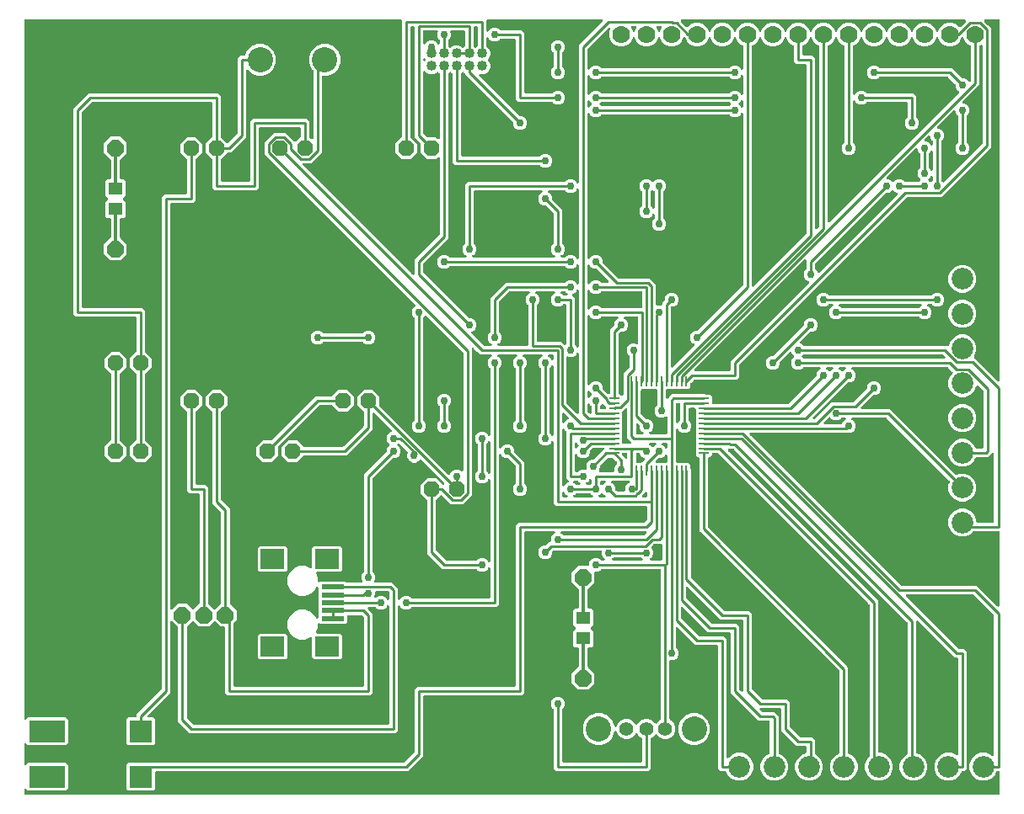
<source format=gbr>
G04 EAGLE Gerber RS-274X export*
G75*
%MOMM*%
%FSLAX34Y34*%
%LPD*%
%INTop Copper*%
%IPPOS*%
%AMOC8*
5,1,8,0,0,1.08239X$1,22.5*%
G01*
%ADD10P,1.732040X8X22.500000*%
%ADD11R,2.400000X2.000000*%
%ADD12R,2.308000X0.500000*%
%ADD13R,0.200000X1.000000*%
%ADD14R,1.000000X0.200000*%
%ADD15P,1.814519X8X202.500000*%
%ADD16C,1.016000*%
%ADD17C,1.778000*%
%ADD18C,2.184400*%
%ADD19R,3.556000X2.184400*%
%ADD20R,2.286000X2.184400*%
%ADD21C,0.304800*%
%ADD22P,1.814519X8X112.500000*%
%ADD23R,1.400000X1.200000*%
%ADD24P,1.814519X8X292.500000*%
%ADD25C,1.422400*%
%ADD26C,2.540000*%
%ADD27C,0.254000*%
%ADD28C,0.756400*%

G36*
X988688Y10176D02*
X988688Y10176D01*
X988807Y10183D01*
X988845Y10196D01*
X988886Y10201D01*
X988996Y10244D01*
X989109Y10281D01*
X989144Y10303D01*
X989181Y10318D01*
X989277Y10387D01*
X989378Y10451D01*
X989406Y10481D01*
X989439Y10504D01*
X989515Y10596D01*
X989596Y10683D01*
X989616Y10718D01*
X989641Y10749D01*
X989692Y10857D01*
X989750Y10961D01*
X989760Y11001D01*
X989777Y11037D01*
X989799Y11154D01*
X989829Y11269D01*
X989833Y11329D01*
X989837Y11349D01*
X989835Y11370D01*
X989839Y11430D01*
X989839Y32512D01*
X989824Y32630D01*
X989817Y32749D01*
X989804Y32787D01*
X989799Y32828D01*
X989756Y32938D01*
X989719Y33051D01*
X989697Y33086D01*
X989682Y33123D01*
X989613Y33219D01*
X989549Y33320D01*
X989519Y33348D01*
X989496Y33381D01*
X989404Y33457D01*
X989317Y33538D01*
X989282Y33558D01*
X989251Y33583D01*
X989143Y33634D01*
X989039Y33692D01*
X988999Y33702D01*
X988963Y33719D01*
X988846Y33741D01*
X988731Y33771D01*
X988671Y33775D01*
X988651Y33779D01*
X988630Y33777D01*
X988570Y33781D01*
X987581Y33781D01*
X987552Y33778D01*
X987522Y33780D01*
X987394Y33758D01*
X987265Y33741D01*
X987238Y33731D01*
X987209Y33726D01*
X987090Y33672D01*
X986970Y33624D01*
X986946Y33607D01*
X986919Y33595D01*
X986818Y33514D01*
X986712Y33438D01*
X986694Y33415D01*
X986671Y33396D01*
X986592Y33293D01*
X986510Y33193D01*
X986497Y33166D01*
X986479Y33142D01*
X986408Y32998D01*
X985244Y30186D01*
X981314Y26256D01*
X976179Y24129D01*
X970621Y24129D01*
X965486Y26256D01*
X961556Y30186D01*
X959429Y35321D01*
X959429Y40879D01*
X961556Y46014D01*
X965486Y49944D01*
X970621Y52071D01*
X976179Y52071D01*
X981314Y49944D01*
X982085Y49173D01*
X982194Y49088D01*
X982301Y48999D01*
X982320Y48991D01*
X982336Y48978D01*
X982464Y48923D01*
X982589Y48864D01*
X982609Y48860D01*
X982628Y48852D01*
X982766Y48830D01*
X982902Y48804D01*
X982922Y48805D01*
X982942Y48802D01*
X983081Y48815D01*
X983219Y48824D01*
X983238Y48830D01*
X983258Y48832D01*
X983390Y48879D01*
X983521Y48922D01*
X983539Y48932D01*
X983558Y48939D01*
X983673Y49017D01*
X983790Y49092D01*
X983804Y49107D01*
X983821Y49118D01*
X983913Y49222D01*
X984008Y49323D01*
X984018Y49341D01*
X984031Y49356D01*
X984094Y49480D01*
X984162Y49602D01*
X984167Y49622D01*
X984176Y49640D01*
X984206Y49775D01*
X984241Y49910D01*
X984243Y49938D01*
X984246Y49950D01*
X984245Y49970D01*
X984251Y50071D01*
X984251Y190215D01*
X984239Y190314D01*
X984236Y190413D01*
X984219Y190471D01*
X984211Y190531D01*
X984175Y190623D01*
X984147Y190718D01*
X984117Y190770D01*
X984094Y190827D01*
X984036Y190907D01*
X983986Y190992D01*
X983920Y191067D01*
X983908Y191084D01*
X983898Y191092D01*
X983880Y191113D01*
X963783Y211210D01*
X963705Y211270D01*
X963632Y211338D01*
X963579Y211367D01*
X963532Y211404D01*
X963441Y211444D01*
X963354Y211492D01*
X963295Y211507D01*
X963240Y211531D01*
X963142Y211546D01*
X963046Y211571D01*
X962946Y211577D01*
X962926Y211581D01*
X962913Y211579D01*
X962885Y211581D01*
X896743Y211581D01*
X896606Y211564D01*
X896467Y211551D01*
X896448Y211544D01*
X896428Y211541D01*
X896299Y211490D01*
X896168Y211443D01*
X896151Y211432D01*
X896132Y211424D01*
X896020Y211343D01*
X895904Y211265D01*
X895891Y211249D01*
X895875Y211238D01*
X895786Y211130D01*
X895694Y211026D01*
X895685Y211008D01*
X895672Y210993D01*
X895613Y210867D01*
X895549Y210743D01*
X895545Y210723D01*
X895536Y210705D01*
X895510Y210569D01*
X895480Y210433D01*
X895480Y210412D01*
X895477Y210393D01*
X895485Y210254D01*
X895489Y210115D01*
X895495Y210095D01*
X895496Y210075D01*
X895539Y209943D01*
X895578Y209809D01*
X895588Y209792D01*
X895594Y209773D01*
X895669Y209655D01*
X895739Y209535D01*
X895758Y209514D01*
X895764Y209504D01*
X895779Y209490D01*
X895846Y209415D01*
X948170Y157090D01*
X948248Y157030D01*
X948320Y156962D01*
X948373Y156933D01*
X948421Y156896D01*
X948512Y156856D01*
X948599Y156808D01*
X948657Y156793D01*
X948713Y156769D01*
X948811Y156754D01*
X948907Y156729D01*
X949007Y156723D01*
X949027Y156719D01*
X949039Y156721D01*
X949067Y156719D01*
X954289Y156719D01*
X956819Y154189D01*
X956819Y36311D01*
X954289Y33781D01*
X952581Y33781D01*
X952552Y33778D01*
X952522Y33780D01*
X952394Y33758D01*
X952265Y33741D01*
X952238Y33731D01*
X952209Y33726D01*
X952090Y33672D01*
X951970Y33624D01*
X951946Y33607D01*
X951919Y33595D01*
X951818Y33514D01*
X951712Y33438D01*
X951694Y33415D01*
X951671Y33396D01*
X951592Y33293D01*
X951510Y33193D01*
X951497Y33166D01*
X951479Y33142D01*
X951408Y32998D01*
X950244Y30186D01*
X946314Y26256D01*
X941179Y24129D01*
X935621Y24129D01*
X930486Y26256D01*
X926556Y30186D01*
X924429Y35321D01*
X924429Y40879D01*
X926556Y46014D01*
X930486Y49944D01*
X935621Y52071D01*
X941179Y52071D01*
X946426Y49897D01*
X946474Y49884D01*
X946519Y49863D01*
X946627Y49842D01*
X946733Y49813D01*
X946783Y49812D01*
X946832Y49803D01*
X946941Y49810D01*
X947051Y49808D01*
X947099Y49820D01*
X947149Y49823D01*
X947253Y49857D01*
X947360Y49882D01*
X947404Y49906D01*
X947451Y49921D01*
X947544Y49980D01*
X947641Y50031D01*
X947678Y50064D01*
X947720Y50091D01*
X947795Y50171D01*
X947877Y50245D01*
X947904Y50287D01*
X947938Y50323D01*
X947991Y50419D01*
X948051Y50511D01*
X948068Y50558D01*
X948092Y50601D01*
X948119Y50707D01*
X948155Y50812D01*
X948159Y50861D01*
X948171Y50909D01*
X948181Y51070D01*
X948181Y146812D01*
X948166Y146930D01*
X948159Y147049D01*
X948146Y147087D01*
X948141Y147128D01*
X948098Y147238D01*
X948061Y147351D01*
X948039Y147386D01*
X948024Y147423D01*
X947955Y147519D01*
X947891Y147620D01*
X947861Y147648D01*
X947838Y147681D01*
X947746Y147757D01*
X947659Y147838D01*
X947624Y147858D01*
X947593Y147883D01*
X947485Y147934D01*
X947381Y147992D01*
X947341Y148002D01*
X947305Y148019D01*
X947188Y148041D01*
X947073Y148071D01*
X947013Y148075D01*
X946993Y148079D01*
X946972Y148077D01*
X946912Y148081D01*
X944964Y148081D01*
X908185Y184860D01*
X908076Y184945D01*
X907969Y185033D01*
X907950Y185042D01*
X907934Y185054D01*
X907806Y185110D01*
X907681Y185169D01*
X907661Y185173D01*
X907642Y185181D01*
X907504Y185203D01*
X907368Y185229D01*
X907348Y185227D01*
X907328Y185231D01*
X907189Y185218D01*
X907051Y185209D01*
X907032Y185203D01*
X907012Y185201D01*
X906880Y185154D01*
X906749Y185111D01*
X906731Y185100D01*
X906712Y185093D01*
X906597Y185015D01*
X906480Y184941D01*
X906466Y184926D01*
X906449Y184915D01*
X906357Y184811D01*
X906262Y184709D01*
X906252Y184691D01*
X906239Y184676D01*
X906175Y184552D01*
X906108Y184431D01*
X906103Y184411D01*
X906094Y184393D01*
X906064Y184257D01*
X906029Y184123D01*
X906027Y184095D01*
X906024Y184083D01*
X906025Y184062D01*
X906019Y183962D01*
X906019Y52985D01*
X906022Y52956D01*
X906020Y52926D01*
X906042Y52798D01*
X906059Y52670D01*
X906069Y52642D01*
X906074Y52613D01*
X906128Y52495D01*
X906176Y52374D01*
X906193Y52350D01*
X906205Y52323D01*
X906286Y52222D01*
X906362Y52117D01*
X906385Y52098D01*
X906404Y52075D01*
X906507Y51997D01*
X906607Y51914D01*
X906634Y51901D01*
X906658Y51883D01*
X906802Y51813D01*
X911314Y49944D01*
X915244Y46014D01*
X917371Y40879D01*
X917371Y35321D01*
X915244Y30186D01*
X911314Y26256D01*
X906179Y24129D01*
X900621Y24129D01*
X895486Y26256D01*
X891556Y30186D01*
X889429Y35321D01*
X889429Y40879D01*
X891556Y46014D01*
X895486Y49944D01*
X896598Y50404D01*
X896623Y50419D01*
X896651Y50428D01*
X896761Y50497D01*
X896874Y50562D01*
X896895Y50582D01*
X896920Y50598D01*
X897009Y50693D01*
X897102Y50783D01*
X897118Y50808D01*
X897138Y50830D01*
X897201Y50944D01*
X897269Y51054D01*
X897277Y51082D01*
X897292Y51108D01*
X897324Y51234D01*
X897362Y51358D01*
X897364Y51388D01*
X897371Y51416D01*
X897381Y51577D01*
X897381Y182537D01*
X897369Y182635D01*
X897366Y182734D01*
X897349Y182792D01*
X897341Y182852D01*
X897305Y182944D01*
X897277Y183039D01*
X897247Y183092D01*
X897224Y183148D01*
X897166Y183228D01*
X897116Y183313D01*
X897050Y183389D01*
X897038Y183405D01*
X897028Y183413D01*
X897010Y183434D01*
X722840Y357604D01*
X722762Y357664D01*
X722690Y357732D01*
X722637Y357761D01*
X722589Y357798D01*
X722498Y357838D01*
X722411Y357886D01*
X722353Y357901D01*
X722297Y357925D01*
X722199Y357940D01*
X722103Y357965D01*
X722003Y357971D01*
X721983Y357975D01*
X721971Y357973D01*
X721943Y357975D01*
X717997Y357975D01*
X717859Y357958D01*
X717720Y357945D01*
X717701Y357938D01*
X717681Y357935D01*
X717552Y357884D01*
X717421Y357837D01*
X717404Y357826D01*
X717385Y357818D01*
X717273Y357737D01*
X717158Y357659D01*
X717144Y357643D01*
X717128Y357632D01*
X717039Y357524D01*
X716947Y357420D01*
X716938Y357402D01*
X716925Y357387D01*
X716866Y357261D01*
X716803Y357137D01*
X716798Y357117D01*
X716790Y357099D01*
X716764Y356963D01*
X716733Y356827D01*
X716734Y356806D01*
X716730Y356787D01*
X716739Y356648D01*
X716743Y356509D01*
X716748Y356489D01*
X716750Y356469D01*
X716792Y356337D01*
X716831Y356203D01*
X716841Y356186D01*
X716848Y356167D01*
X716922Y356049D01*
X716993Y355929D01*
X717011Y355908D01*
X717018Y355898D01*
X717033Y355884D01*
X717099Y355809D01*
X865017Y207890D01*
X867919Y204989D01*
X867919Y53340D01*
X867934Y53222D01*
X867941Y53103D01*
X867954Y53065D01*
X867959Y53024D01*
X868002Y52914D01*
X868039Y52801D01*
X868061Y52766D01*
X868076Y52729D01*
X868145Y52633D01*
X868209Y52532D01*
X868239Y52504D01*
X868262Y52471D01*
X868354Y52395D01*
X868441Y52314D01*
X868476Y52294D01*
X868507Y52269D01*
X868615Y52218D01*
X868719Y52160D01*
X868759Y52150D01*
X868795Y52133D01*
X868912Y52111D01*
X869027Y52081D01*
X869087Y52077D01*
X869107Y52073D01*
X869128Y52075D01*
X869188Y52071D01*
X871179Y52071D01*
X876314Y49944D01*
X880244Y46014D01*
X882371Y40879D01*
X882371Y35321D01*
X880244Y30186D01*
X876314Y26256D01*
X871179Y24129D01*
X865621Y24129D01*
X860486Y26256D01*
X856556Y30186D01*
X854429Y35321D01*
X854429Y40879D01*
X856556Y46014D01*
X858910Y48367D01*
X858970Y48445D01*
X859038Y48517D01*
X859067Y48570D01*
X859104Y48618D01*
X859144Y48709D01*
X859192Y48796D01*
X859207Y48855D01*
X859231Y48910D01*
X859246Y49008D01*
X859271Y49104D01*
X859277Y49204D01*
X859281Y49224D01*
X859279Y49237D01*
X859281Y49265D01*
X859281Y200885D01*
X859269Y200984D01*
X859266Y201083D01*
X859249Y201141D01*
X859241Y201201D01*
X859205Y201293D01*
X859177Y201388D01*
X859147Y201440D01*
X859124Y201497D01*
X859066Y201577D01*
X859016Y201662D01*
X858950Y201737D01*
X858938Y201754D01*
X858928Y201762D01*
X858910Y201783D01*
X706883Y353810D01*
X706805Y353870D01*
X706732Y353938D01*
X706679Y353967D01*
X706632Y354004D01*
X706541Y354044D01*
X706454Y354092D01*
X706395Y354107D01*
X706340Y354131D01*
X706242Y354146D01*
X706146Y354171D01*
X706046Y354177D01*
X706026Y354181D01*
X706013Y354179D01*
X705985Y354181D01*
X702018Y354181D01*
X701900Y354166D01*
X701781Y354159D01*
X701743Y354146D01*
X701702Y354141D01*
X701592Y354098D01*
X701479Y354061D01*
X701444Y354039D01*
X701407Y354024D01*
X701311Y353955D01*
X701210Y353891D01*
X701182Y353861D01*
X701149Y353838D01*
X701073Y353746D01*
X700992Y353659D01*
X700972Y353624D01*
X700947Y353593D01*
X700896Y353485D01*
X700838Y353381D01*
X700828Y353341D01*
X700811Y353305D01*
X700789Y353188D01*
X700759Y353073D01*
X700755Y353013D01*
X700751Y352993D01*
X700753Y352972D01*
X700749Y352912D01*
X700749Y351237D01*
X698963Y349451D01*
X698288Y349451D01*
X698170Y349436D01*
X698051Y349429D01*
X698013Y349416D01*
X697972Y349411D01*
X697862Y349368D01*
X697749Y349331D01*
X697714Y349309D01*
X697677Y349294D01*
X697581Y349225D01*
X697480Y349161D01*
X697452Y349131D01*
X697419Y349108D01*
X697343Y349016D01*
X697262Y348929D01*
X697242Y348894D01*
X697217Y348863D01*
X697166Y348755D01*
X697108Y348651D01*
X697098Y348611D01*
X697081Y348575D01*
X697059Y348458D01*
X697029Y348343D01*
X697025Y348283D01*
X697021Y348263D01*
X697023Y348242D01*
X697019Y348182D01*
X697019Y279615D01*
X697031Y279516D01*
X697034Y279417D01*
X697051Y279359D01*
X697059Y279299D01*
X697095Y279207D01*
X697123Y279112D01*
X697153Y279060D01*
X697176Y279003D01*
X697234Y278923D01*
X697284Y278838D01*
X697350Y278763D01*
X697362Y278746D01*
X697372Y278738D01*
X697390Y278717D01*
X837719Y138389D01*
X837719Y52281D01*
X837722Y52252D01*
X837720Y52222D01*
X837742Y52094D01*
X837759Y51965D01*
X837769Y51938D01*
X837774Y51909D01*
X837828Y51790D01*
X837876Y51670D01*
X837893Y51646D01*
X837905Y51619D01*
X837986Y51518D01*
X838062Y51412D01*
X838085Y51394D01*
X838104Y51371D01*
X838207Y51292D01*
X838307Y51210D01*
X838334Y51197D01*
X838358Y51179D01*
X838502Y51108D01*
X841314Y49944D01*
X845244Y46014D01*
X847371Y40879D01*
X847371Y35321D01*
X845244Y30186D01*
X841314Y26256D01*
X836179Y24129D01*
X830621Y24129D01*
X825486Y26256D01*
X821556Y30186D01*
X819429Y35321D01*
X819429Y40879D01*
X821556Y46014D01*
X825486Y49944D01*
X828298Y51108D01*
X828323Y51123D01*
X828351Y51132D01*
X828461Y51202D01*
X828574Y51266D01*
X828595Y51286D01*
X828620Y51302D01*
X828709Y51397D01*
X828802Y51487D01*
X828818Y51512D01*
X828838Y51534D01*
X828901Y51648D01*
X828969Y51758D01*
X828977Y51787D01*
X828992Y51812D01*
X829024Y51938D01*
X829062Y52062D01*
X829064Y52092D01*
X829071Y52120D01*
X829081Y52281D01*
X829081Y134285D01*
X829069Y134384D01*
X829066Y134483D01*
X829049Y134541D01*
X829041Y134601D01*
X829005Y134693D01*
X828977Y134788D01*
X828947Y134840D01*
X828924Y134897D01*
X828866Y134977D01*
X828816Y135062D01*
X828750Y135137D01*
X828738Y135154D01*
X828728Y135162D01*
X828710Y135183D01*
X688381Y275511D01*
X688381Y348182D01*
X688366Y348300D01*
X688359Y348419D01*
X688346Y348457D01*
X688341Y348498D01*
X688298Y348608D01*
X688261Y348721D01*
X688239Y348756D01*
X688224Y348793D01*
X688155Y348889D01*
X688091Y348990D01*
X688061Y349018D01*
X688038Y349051D01*
X687946Y349127D01*
X687859Y349208D01*
X687824Y349228D01*
X687793Y349253D01*
X687685Y349304D01*
X687581Y349362D01*
X687541Y349372D01*
X687505Y349389D01*
X687388Y349411D01*
X687273Y349441D01*
X687213Y349445D01*
X687193Y349449D01*
X687172Y349447D01*
X687112Y349451D01*
X686437Y349451D01*
X684651Y351237D01*
X684651Y397912D01*
X684636Y398030D01*
X684629Y398149D01*
X684616Y398187D01*
X684611Y398228D01*
X684568Y398338D01*
X684531Y398451D01*
X684509Y398486D01*
X684494Y398523D01*
X684425Y398619D01*
X684361Y398720D01*
X684331Y398748D01*
X684308Y398781D01*
X684216Y398857D01*
X684129Y398938D01*
X684094Y398958D01*
X684063Y398983D01*
X683955Y399034D01*
X683851Y399092D01*
X683811Y399102D01*
X683775Y399119D01*
X683658Y399141D01*
X683543Y399171D01*
X683483Y399175D01*
X683463Y399179D01*
X683442Y399177D01*
X683382Y399181D01*
X678688Y399181D01*
X678570Y399166D01*
X678451Y399159D01*
X678413Y399146D01*
X678372Y399141D01*
X678262Y399098D01*
X678149Y399061D01*
X678114Y399039D01*
X678077Y399024D01*
X677981Y398955D01*
X677880Y398891D01*
X677852Y398861D01*
X677819Y398838D01*
X677743Y398746D01*
X677662Y398659D01*
X677642Y398624D01*
X677617Y398593D01*
X677566Y398485D01*
X677508Y398381D01*
X677498Y398341D01*
X677481Y398305D01*
X677459Y398188D01*
X677429Y398073D01*
X677425Y398013D01*
X677421Y397993D01*
X677423Y397972D01*
X677419Y397912D01*
X677419Y386867D01*
X677431Y386769D01*
X677434Y386670D01*
X677451Y386612D01*
X677459Y386552D01*
X677495Y386459D01*
X677523Y386364D01*
X677553Y386312D01*
X677576Y386256D01*
X677634Y386176D01*
X677684Y386090D01*
X677750Y386015D01*
X677762Y385999D01*
X677772Y385991D01*
X677790Y385970D01*
X678891Y384869D01*
X679931Y382359D01*
X679931Y379641D01*
X678891Y377131D01*
X676969Y375209D01*
X674459Y374169D01*
X671741Y374169D01*
X669231Y375209D01*
X667309Y377131D01*
X667161Y377489D01*
X667152Y377504D01*
X667149Y377513D01*
X667127Y377549D01*
X667126Y377550D01*
X667100Y377615D01*
X667048Y377688D01*
X667003Y377766D01*
X666955Y377816D01*
X666914Y377872D01*
X666844Y377930D01*
X666782Y377994D01*
X666722Y378031D01*
X666669Y378075D01*
X666587Y378113D01*
X666511Y378160D01*
X666444Y378181D01*
X666381Y378211D01*
X666293Y378227D01*
X666207Y378254D01*
X666137Y378257D01*
X666068Y378270D01*
X665979Y378265D01*
X665889Y378269D01*
X665821Y378255D01*
X665751Y378251D01*
X665666Y378223D01*
X665578Y378205D01*
X665515Y378174D01*
X665449Y378153D01*
X665373Y378105D01*
X665292Y378065D01*
X665239Y378020D01*
X665180Y377982D01*
X665118Y377917D01*
X665050Y377859D01*
X665010Y377802D01*
X664962Y377751D01*
X664919Y377672D01*
X664867Y377599D01*
X664842Y377533D01*
X664808Y377472D01*
X664786Y377385D01*
X664754Y377301D01*
X664746Y377232D01*
X664729Y377164D01*
X664722Y377060D01*
X664721Y377054D01*
X664722Y377049D01*
X664719Y377004D01*
X664719Y353761D01*
X664696Y353732D01*
X664656Y353641D01*
X664608Y353554D01*
X664593Y353495D01*
X664569Y353440D01*
X664554Y353342D01*
X664529Y353246D01*
X664523Y353146D01*
X664519Y353126D01*
X664521Y353113D01*
X664519Y353085D01*
X664519Y345318D01*
X664534Y345200D01*
X664541Y345081D01*
X664554Y345043D01*
X664559Y345002D01*
X664602Y344892D01*
X664639Y344779D01*
X664661Y344744D01*
X664676Y344707D01*
X664745Y344611D01*
X664809Y344510D01*
X664839Y344482D01*
X664862Y344449D01*
X664954Y344373D01*
X665041Y344292D01*
X665076Y344272D01*
X665107Y344247D01*
X665215Y344196D01*
X665319Y344138D01*
X665359Y344128D01*
X665395Y344111D01*
X665512Y344089D01*
X665627Y344059D01*
X665687Y344055D01*
X665707Y344051D01*
X665728Y344053D01*
X665788Y344049D01*
X677463Y344049D01*
X679249Y342263D01*
X679249Y338585D01*
X679261Y338486D01*
X679264Y338387D01*
X679281Y338329D01*
X679289Y338269D01*
X679325Y338177D01*
X679353Y338082D01*
X679383Y338030D01*
X679406Y337973D01*
X679464Y337893D01*
X679514Y337808D01*
X679519Y337803D01*
X679519Y228815D01*
X679531Y228716D01*
X679534Y228617D01*
X679551Y228559D01*
X679559Y228499D01*
X679595Y228407D01*
X679623Y228312D01*
X679653Y228260D01*
X679676Y228203D01*
X679734Y228123D01*
X679784Y228038D01*
X679850Y227963D01*
X679862Y227946D01*
X679872Y227938D01*
X679890Y227917D01*
X712617Y195190D01*
X712695Y195130D01*
X712768Y195062D01*
X712821Y195033D01*
X712868Y194996D01*
X712959Y194956D01*
X713046Y194908D01*
X713105Y194893D01*
X713160Y194869D01*
X713258Y194854D01*
X713354Y194829D01*
X713454Y194823D01*
X713474Y194819D01*
X713487Y194821D01*
X713515Y194819D01*
X738389Y194819D01*
X740919Y192289D01*
X740919Y116615D01*
X740931Y116516D01*
X740934Y116417D01*
X740951Y116359D01*
X740959Y116299D01*
X740995Y116207D01*
X741023Y116112D01*
X741053Y116060D01*
X741076Y116003D01*
X741134Y115923D01*
X741184Y115838D01*
X741250Y115763D01*
X741262Y115746D01*
X741272Y115738D01*
X741290Y115717D01*
X750717Y106290D01*
X750795Y106230D01*
X750868Y106162D01*
X750921Y106133D01*
X750968Y106096D01*
X751059Y106056D01*
X751146Y106008D01*
X751205Y105993D01*
X751260Y105969D01*
X751358Y105954D01*
X751454Y105929D01*
X751554Y105923D01*
X751574Y105919D01*
X751587Y105921D01*
X751615Y105919D01*
X776489Y105919D01*
X779019Y103389D01*
X779019Y78515D01*
X779031Y78416D01*
X779034Y78317D01*
X779051Y78259D01*
X779059Y78199D01*
X779095Y78107D01*
X779123Y78012D01*
X779153Y77960D01*
X779176Y77903D01*
X779234Y77823D01*
X779284Y77738D01*
X779350Y77663D01*
X779362Y77646D01*
X779372Y77638D01*
X779390Y77617D01*
X788817Y68190D01*
X788895Y68130D01*
X788968Y68062D01*
X789021Y68033D01*
X789068Y67996D01*
X789159Y67956D01*
X789246Y67908D01*
X789305Y67893D01*
X789360Y67869D01*
X789458Y67854D01*
X789554Y67829D01*
X789654Y67823D01*
X789674Y67819D01*
X789687Y67821D01*
X789715Y67819D01*
X801889Y67819D01*
X804419Y65289D01*
X804419Y51577D01*
X804422Y51547D01*
X804420Y51518D01*
X804442Y51390D01*
X804459Y51261D01*
X804469Y51234D01*
X804474Y51205D01*
X804528Y51086D01*
X804576Y50966D01*
X804593Y50942D01*
X804605Y50915D01*
X804686Y50813D01*
X804762Y50708D01*
X804785Y50689D01*
X804804Y50666D01*
X804907Y50588D01*
X805007Y50505D01*
X805034Y50493D01*
X805058Y50475D01*
X805202Y50404D01*
X806314Y49944D01*
X810244Y46014D01*
X812371Y40879D01*
X812371Y35321D01*
X810244Y30186D01*
X806314Y26256D01*
X801179Y24129D01*
X795621Y24129D01*
X790486Y26256D01*
X786556Y30186D01*
X784429Y35321D01*
X784429Y40879D01*
X786556Y46014D01*
X790486Y49944D01*
X794998Y51813D01*
X795023Y51827D01*
X795051Y51836D01*
X795161Y51906D01*
X795274Y51970D01*
X795295Y51991D01*
X795320Y52006D01*
X795409Y52101D01*
X795502Y52191D01*
X795518Y52217D01*
X795538Y52238D01*
X795601Y52352D01*
X795669Y52462D01*
X795677Y52491D01*
X795692Y52517D01*
X795724Y52642D01*
X795762Y52766D01*
X795764Y52796D01*
X795771Y52824D01*
X795781Y52985D01*
X795781Y57912D01*
X795766Y58030D01*
X795759Y58149D01*
X795746Y58187D01*
X795741Y58228D01*
X795698Y58338D01*
X795661Y58451D01*
X795639Y58486D01*
X795624Y58523D01*
X795555Y58619D01*
X795491Y58720D01*
X795461Y58748D01*
X795438Y58781D01*
X795346Y58857D01*
X795259Y58938D01*
X795224Y58958D01*
X795193Y58983D01*
X795085Y59034D01*
X794981Y59092D01*
X794941Y59102D01*
X794905Y59119D01*
X794788Y59141D01*
X794673Y59171D01*
X794613Y59175D01*
X794593Y59179D01*
X794572Y59177D01*
X794512Y59181D01*
X785611Y59181D01*
X770381Y74411D01*
X770381Y96012D01*
X770366Y96130D01*
X770359Y96249D01*
X770346Y96287D01*
X770341Y96328D01*
X770298Y96438D01*
X770261Y96551D01*
X770239Y96586D01*
X770224Y96623D01*
X770155Y96719D01*
X770091Y96820D01*
X770061Y96848D01*
X770038Y96881D01*
X769946Y96957D01*
X769859Y97038D01*
X769824Y97058D01*
X769793Y97083D01*
X769685Y97134D01*
X769581Y97192D01*
X769541Y97202D01*
X769505Y97219D01*
X769388Y97241D01*
X769273Y97271D01*
X769213Y97275D01*
X769193Y97279D01*
X769172Y97277D01*
X769112Y97281D01*
X750091Y97281D01*
X749953Y97264D01*
X749814Y97251D01*
X749795Y97244D01*
X749775Y97241D01*
X749646Y97190D01*
X749515Y97143D01*
X749498Y97132D01*
X749479Y97124D01*
X749367Y97043D01*
X749252Y96965D01*
X749238Y96949D01*
X749222Y96938D01*
X749133Y96830D01*
X749041Y96726D01*
X749032Y96708D01*
X749019Y96693D01*
X748960Y96567D01*
X748897Y96443D01*
X748892Y96423D01*
X748884Y96405D01*
X748858Y96268D01*
X748827Y96133D01*
X748828Y96112D01*
X748824Y96093D01*
X748833Y95954D01*
X748837Y95815D01*
X748842Y95795D01*
X748844Y95775D01*
X748886Y95643D01*
X748925Y95509D01*
X748935Y95492D01*
X748942Y95473D01*
X749016Y95355D01*
X749087Y95235D01*
X749105Y95214D01*
X749112Y95204D01*
X749127Y95190D01*
X749193Y95115D01*
X750717Y93590D01*
X750795Y93530D01*
X750868Y93462D01*
X750921Y93433D01*
X750968Y93396D01*
X751059Y93356D01*
X751146Y93308D01*
X751205Y93293D01*
X751260Y93269D01*
X751358Y93254D01*
X751454Y93229D01*
X751554Y93223D01*
X751574Y93219D01*
X751587Y93221D01*
X751615Y93219D01*
X763789Y93219D01*
X767719Y89289D01*
X767719Y52281D01*
X767722Y52252D01*
X767720Y52222D01*
X767742Y52094D01*
X767759Y51965D01*
X767769Y51938D01*
X767774Y51909D01*
X767828Y51790D01*
X767876Y51670D01*
X767893Y51646D01*
X767905Y51619D01*
X767986Y51518D01*
X768062Y51412D01*
X768085Y51394D01*
X768104Y51371D01*
X768207Y51292D01*
X768307Y51210D01*
X768334Y51197D01*
X768358Y51179D01*
X768502Y51108D01*
X771314Y49944D01*
X775244Y46014D01*
X777371Y40879D01*
X777371Y35321D01*
X775244Y30186D01*
X771314Y26256D01*
X766179Y24129D01*
X760621Y24129D01*
X755486Y26256D01*
X751556Y30186D01*
X749429Y35321D01*
X749429Y40879D01*
X751556Y46014D01*
X755486Y49944D01*
X758298Y51108D01*
X758323Y51123D01*
X758351Y51132D01*
X758461Y51202D01*
X758574Y51266D01*
X758595Y51286D01*
X758620Y51302D01*
X758709Y51397D01*
X758802Y51487D01*
X758818Y51512D01*
X758838Y51534D01*
X758901Y51648D01*
X758969Y51758D01*
X758977Y51787D01*
X758992Y51812D01*
X759024Y51938D01*
X759062Y52062D01*
X759064Y52092D01*
X759071Y52120D01*
X759081Y52281D01*
X759081Y83312D01*
X759066Y83430D01*
X759059Y83549D01*
X759046Y83587D01*
X759041Y83628D01*
X758998Y83738D01*
X758961Y83851D01*
X758939Y83886D01*
X758924Y83923D01*
X758855Y84019D01*
X758791Y84120D01*
X758761Y84148D01*
X758738Y84181D01*
X758646Y84257D01*
X758559Y84338D01*
X758524Y84358D01*
X758493Y84383D01*
X758385Y84434D01*
X758281Y84492D01*
X758241Y84502D01*
X758205Y84519D01*
X758088Y84541D01*
X757973Y84571D01*
X757913Y84575D01*
X757893Y84579D01*
X757872Y84577D01*
X757812Y84581D01*
X747511Y84581D01*
X719581Y112511D01*
X719581Y172212D01*
X719566Y172330D01*
X719559Y172449D01*
X719546Y172487D01*
X719541Y172528D01*
X719498Y172638D01*
X719461Y172751D01*
X719439Y172786D01*
X719424Y172823D01*
X719355Y172919D01*
X719291Y173020D01*
X719261Y173048D01*
X719238Y173081D01*
X719146Y173157D01*
X719059Y173238D01*
X719024Y173258D01*
X718993Y173283D01*
X718885Y173334D01*
X718781Y173392D01*
X718741Y173402D01*
X718705Y173419D01*
X718588Y173441D01*
X718473Y173471D01*
X718413Y173475D01*
X718393Y173479D01*
X718372Y173477D01*
X718312Y173481D01*
X696711Y173481D01*
X671685Y198507D01*
X671576Y198592D01*
X671469Y198681D01*
X671450Y198689D01*
X671434Y198702D01*
X671306Y198757D01*
X671181Y198816D01*
X671161Y198820D01*
X671142Y198828D01*
X671004Y198850D01*
X670868Y198876D01*
X670848Y198875D01*
X670828Y198878D01*
X670689Y198865D01*
X670551Y198856D01*
X670532Y198850D01*
X670512Y198848D01*
X670380Y198801D01*
X670249Y198758D01*
X670231Y198748D01*
X670212Y198741D01*
X670097Y198663D01*
X669980Y198588D01*
X669966Y198573D01*
X669949Y198562D01*
X669857Y198458D01*
X669762Y198357D01*
X669752Y198339D01*
X669739Y198324D01*
X669675Y198200D01*
X669608Y198078D01*
X669603Y198058D01*
X669594Y198040D01*
X669564Y197905D01*
X669529Y197770D01*
X669527Y197742D01*
X669524Y197730D01*
X669525Y197710D01*
X669519Y197609D01*
X669519Y188015D01*
X669531Y187916D01*
X669534Y187817D01*
X669551Y187759D01*
X669559Y187699D01*
X669595Y187607D01*
X669623Y187512D01*
X669653Y187460D01*
X669676Y187403D01*
X669734Y187323D01*
X669784Y187238D01*
X669850Y187163D01*
X669862Y187146D01*
X669872Y187138D01*
X669890Y187117D01*
X687217Y169790D01*
X687295Y169730D01*
X687368Y169662D01*
X687421Y169633D01*
X687468Y169596D01*
X687559Y169556D01*
X687646Y169508D01*
X687705Y169493D01*
X687760Y169469D01*
X687858Y169454D01*
X687954Y169429D01*
X688054Y169423D01*
X688074Y169419D01*
X688087Y169421D01*
X688115Y169419D01*
X712989Y169419D01*
X715519Y166889D01*
X715519Y48041D01*
X715536Y47903D01*
X715549Y47764D01*
X715556Y47745D01*
X715559Y47725D01*
X715610Y47596D01*
X715657Y47465D01*
X715668Y47448D01*
X715676Y47429D01*
X715757Y47317D01*
X715835Y47202D01*
X715851Y47188D01*
X715862Y47172D01*
X715970Y47083D01*
X716074Y46991D01*
X716092Y46982D01*
X716107Y46969D01*
X716233Y46910D01*
X716357Y46847D01*
X716377Y46842D01*
X716395Y46834D01*
X716531Y46808D01*
X716667Y46777D01*
X716688Y46778D01*
X716707Y46774D01*
X716846Y46782D01*
X716985Y46787D01*
X717005Y46792D01*
X717025Y46794D01*
X717157Y46836D01*
X717291Y46875D01*
X717308Y46885D01*
X717327Y46892D01*
X717445Y46966D01*
X717565Y47037D01*
X717586Y47055D01*
X717596Y47062D01*
X717610Y47077D01*
X717685Y47143D01*
X720486Y49944D01*
X725621Y52071D01*
X731179Y52071D01*
X736314Y49944D01*
X740244Y46014D01*
X742371Y40879D01*
X742371Y35321D01*
X740244Y30186D01*
X736314Y26256D01*
X731179Y24129D01*
X725621Y24129D01*
X720486Y26256D01*
X716556Y30186D01*
X715392Y32998D01*
X715377Y33023D01*
X715368Y33051D01*
X715298Y33161D01*
X715234Y33274D01*
X715214Y33295D01*
X715198Y33320D01*
X715103Y33409D01*
X715013Y33502D01*
X714988Y33518D01*
X714966Y33538D01*
X714852Y33601D01*
X714742Y33669D01*
X714713Y33677D01*
X714688Y33692D01*
X714562Y33724D01*
X714438Y33762D01*
X714408Y33764D01*
X714380Y33771D01*
X714219Y33781D01*
X709411Y33781D01*
X706881Y36311D01*
X706881Y159512D01*
X706866Y159630D01*
X706859Y159749D01*
X706846Y159787D01*
X706841Y159828D01*
X706798Y159938D01*
X706761Y160051D01*
X706739Y160086D01*
X706724Y160123D01*
X706655Y160219D01*
X706591Y160320D01*
X706561Y160348D01*
X706538Y160381D01*
X706446Y160457D01*
X706359Y160538D01*
X706324Y160558D01*
X706293Y160583D01*
X706185Y160634D01*
X706081Y160692D01*
X706041Y160702D01*
X706005Y160719D01*
X705888Y160741D01*
X705773Y160771D01*
X705713Y160775D01*
X705693Y160779D01*
X705672Y160777D01*
X705612Y160781D01*
X684011Y160781D01*
X666685Y178107D01*
X666576Y178192D01*
X666469Y178281D01*
X666450Y178289D01*
X666434Y178302D01*
X666306Y178357D01*
X666181Y178416D01*
X666161Y178420D01*
X666142Y178428D01*
X666004Y178450D01*
X665868Y178476D01*
X665848Y178475D01*
X665828Y178478D01*
X665689Y178465D01*
X665551Y178456D01*
X665532Y178450D01*
X665512Y178448D01*
X665380Y178401D01*
X665249Y178358D01*
X665231Y178348D01*
X665212Y178341D01*
X665097Y178263D01*
X664980Y178188D01*
X664966Y178173D01*
X664949Y178162D01*
X664857Y178058D01*
X664762Y177957D01*
X664752Y177939D01*
X664739Y177924D01*
X664675Y177800D01*
X664608Y177678D01*
X664603Y177658D01*
X664594Y177640D01*
X664564Y177505D01*
X664529Y177370D01*
X664527Y177342D01*
X664524Y177330D01*
X664525Y177310D01*
X664519Y177209D01*
X664519Y158643D01*
X664531Y158545D01*
X664534Y158446D01*
X664551Y158388D01*
X664559Y158328D01*
X664595Y158235D01*
X664623Y158140D01*
X664653Y158088D01*
X664676Y158032D01*
X664734Y157952D01*
X664784Y157866D01*
X664850Y157791D01*
X664862Y157775D01*
X664872Y157767D01*
X664890Y157746D01*
X666367Y156269D01*
X667407Y153759D01*
X667407Y151041D01*
X666367Y148531D01*
X664445Y146609D01*
X661935Y145569D01*
X659588Y145569D01*
X659470Y145554D01*
X659351Y145547D01*
X659313Y145534D01*
X659272Y145529D01*
X659162Y145486D01*
X659049Y145449D01*
X659014Y145427D01*
X658977Y145412D01*
X658881Y145343D01*
X658780Y145279D01*
X658752Y145249D01*
X658719Y145226D01*
X658643Y145134D01*
X658562Y145047D01*
X658542Y145012D01*
X658517Y144981D01*
X658466Y144873D01*
X658408Y144769D01*
X658398Y144729D01*
X658381Y144693D01*
X658359Y144576D01*
X658329Y144461D01*
X658325Y144401D01*
X658321Y144381D01*
X658323Y144360D01*
X658319Y144300D01*
X658319Y86257D01*
X658322Y86228D01*
X658320Y86198D01*
X658342Y86070D01*
X658359Y85942D01*
X658369Y85914D01*
X658374Y85885D01*
X658428Y85766D01*
X658476Y85646D01*
X658493Y85622D01*
X658505Y85595D01*
X658586Y85493D01*
X658662Y85389D01*
X658685Y85370D01*
X658704Y85347D01*
X658807Y85269D01*
X658907Y85186D01*
X658934Y85173D01*
X658958Y85155D01*
X659102Y85084D01*
X659756Y84814D01*
X662614Y81956D01*
X664161Y78221D01*
X664161Y74179D01*
X662614Y70444D01*
X659756Y67586D01*
X656021Y66039D01*
X651979Y66039D01*
X648244Y67586D01*
X645398Y70433D01*
X645303Y70506D01*
X645214Y70585D01*
X645178Y70603D01*
X645146Y70628D01*
X645037Y70675D01*
X644931Y70729D01*
X644892Y70738D01*
X644854Y70754D01*
X644737Y70773D01*
X644621Y70799D01*
X644580Y70798D01*
X644540Y70804D01*
X644422Y70793D01*
X644303Y70789D01*
X644264Y70778D01*
X644224Y70774D01*
X644111Y70734D01*
X643997Y70701D01*
X643963Y70680D01*
X643924Y70667D01*
X643826Y70600D01*
X643723Y70539D01*
X643678Y70500D01*
X643661Y70488D01*
X643648Y70473D01*
X643603Y70433D01*
X640756Y67586D01*
X640102Y67316D01*
X640077Y67301D01*
X640049Y67292D01*
X639939Y67222D01*
X639826Y67158D01*
X639805Y67137D01*
X639780Y67122D01*
X639691Y67027D01*
X639598Y66937D01*
X639582Y66912D01*
X639562Y66890D01*
X639499Y66776D01*
X639431Y66666D01*
X639423Y66637D01*
X639408Y66612D01*
X639376Y66486D01*
X639338Y66362D01*
X639336Y66332D01*
X639329Y66304D01*
X639319Y66143D01*
X639319Y36311D01*
X636789Y33781D01*
X544311Y33781D01*
X541781Y36311D01*
X541781Y95733D01*
X541769Y95831D01*
X541766Y95930D01*
X541749Y95988D01*
X541741Y96048D01*
X541705Y96141D01*
X541677Y96236D01*
X541647Y96288D01*
X541624Y96344D01*
X541566Y96424D01*
X541516Y96510D01*
X541450Y96585D01*
X541438Y96601D01*
X541428Y96609D01*
X541410Y96630D01*
X540309Y97731D01*
X539269Y100241D01*
X539269Y102959D01*
X540309Y105469D01*
X542231Y107391D01*
X544741Y108431D01*
X547459Y108431D01*
X549969Y107391D01*
X551891Y105469D01*
X552931Y102959D01*
X552931Y100241D01*
X551891Y97731D01*
X550790Y96630D01*
X550730Y96552D01*
X550662Y96480D01*
X550633Y96427D01*
X550596Y96379D01*
X550556Y96288D01*
X550508Y96202D01*
X550493Y96143D01*
X550469Y96087D01*
X550454Y95989D01*
X550429Y95894D01*
X550423Y95794D01*
X550419Y95773D01*
X550421Y95761D01*
X550419Y95733D01*
X550419Y43688D01*
X550434Y43570D01*
X550441Y43451D01*
X550454Y43413D01*
X550459Y43372D01*
X550502Y43262D01*
X550539Y43149D01*
X550561Y43114D01*
X550576Y43077D01*
X550645Y42981D01*
X550709Y42880D01*
X550739Y42852D01*
X550762Y42819D01*
X550854Y42743D01*
X550941Y42662D01*
X550976Y42642D01*
X551007Y42617D01*
X551115Y42566D01*
X551219Y42508D01*
X551259Y42498D01*
X551295Y42481D01*
X551412Y42459D01*
X551527Y42429D01*
X551587Y42425D01*
X551607Y42421D01*
X551628Y42423D01*
X551688Y42419D01*
X629412Y42419D01*
X629530Y42434D01*
X629649Y42441D01*
X629687Y42454D01*
X629728Y42459D01*
X629838Y42502D01*
X629951Y42539D01*
X629986Y42561D01*
X630023Y42576D01*
X630119Y42645D01*
X630220Y42709D01*
X630248Y42739D01*
X630281Y42762D01*
X630357Y42854D01*
X630438Y42941D01*
X630458Y42976D01*
X630483Y43007D01*
X630534Y43115D01*
X630592Y43219D01*
X630602Y43259D01*
X630619Y43295D01*
X630641Y43412D01*
X630671Y43527D01*
X630675Y43587D01*
X630679Y43607D01*
X630677Y43628D01*
X630681Y43688D01*
X630681Y66143D01*
X630678Y66172D01*
X630680Y66202D01*
X630658Y66330D01*
X630641Y66458D01*
X630631Y66486D01*
X630626Y66515D01*
X630572Y66634D01*
X630524Y66754D01*
X630507Y66778D01*
X630495Y66805D01*
X630414Y66907D01*
X630338Y67011D01*
X630315Y67030D01*
X630296Y67053D01*
X630193Y67131D01*
X630093Y67214D01*
X630066Y67227D01*
X630042Y67245D01*
X629898Y67316D01*
X629244Y67586D01*
X626386Y70444D01*
X626173Y70960D01*
X626104Y71081D01*
X626039Y71203D01*
X626025Y71218D01*
X626015Y71236D01*
X625919Y71336D01*
X625825Y71439D01*
X625808Y71450D01*
X625794Y71464D01*
X625675Y71537D01*
X625559Y71614D01*
X625540Y71620D01*
X625523Y71631D01*
X625390Y71672D01*
X625258Y71717D01*
X625238Y71718D01*
X625219Y71724D01*
X625080Y71731D01*
X624941Y71742D01*
X624921Y71739D01*
X624901Y71740D01*
X624765Y71711D01*
X624628Y71688D01*
X624610Y71679D01*
X624590Y71675D01*
X624465Y71614D01*
X624338Y71557D01*
X624322Y71544D01*
X624304Y71535D01*
X624198Y71445D01*
X624090Y71358D01*
X624077Y71342D01*
X624062Y71329D01*
X623982Y71216D01*
X623898Y71104D01*
X623886Y71079D01*
X623879Y71069D01*
X623872Y71050D01*
X623827Y70960D01*
X623614Y70444D01*
X620756Y67586D01*
X617021Y66039D01*
X612979Y66039D01*
X609244Y67586D01*
X606386Y70444D01*
X605191Y73331D01*
X605156Y73391D01*
X605130Y73456D01*
X605078Y73529D01*
X605033Y73607D01*
X604985Y73657D01*
X604944Y73714D01*
X604874Y73771D01*
X604812Y73835D01*
X604752Y73872D01*
X604699Y73916D01*
X604617Y73955D01*
X604541Y74002D01*
X604474Y74022D01*
X604411Y74052D01*
X604323Y74069D01*
X604237Y74095D01*
X604167Y74099D01*
X604098Y74112D01*
X604009Y74106D01*
X603919Y74110D01*
X603851Y74096D01*
X603781Y74092D01*
X603696Y74064D01*
X603608Y74046D01*
X603545Y74015D01*
X603479Y73994D01*
X603403Y73946D01*
X603322Y73906D01*
X603269Y73861D01*
X603210Y73824D01*
X603148Y73758D01*
X603080Y73700D01*
X603040Y73643D01*
X602992Y73592D01*
X602949Y73513D01*
X602897Y73440D01*
X602872Y73375D01*
X602838Y73314D01*
X602818Y73235D01*
X600351Y67279D01*
X595921Y62849D01*
X590133Y60451D01*
X583867Y60451D01*
X578079Y62849D01*
X573649Y67279D01*
X571251Y73067D01*
X571251Y79333D01*
X573649Y85121D01*
X578079Y89551D01*
X583867Y91949D01*
X590133Y91949D01*
X595921Y89551D01*
X600351Y85121D01*
X602814Y79174D01*
X602831Y79107D01*
X602873Y79027D01*
X602906Y78944D01*
X602947Y78887D01*
X602979Y78826D01*
X603040Y78759D01*
X603092Y78686D01*
X603146Y78642D01*
X603193Y78590D01*
X603268Y78541D01*
X603337Y78484D01*
X603401Y78454D01*
X603459Y78416D01*
X603544Y78386D01*
X603625Y78348D01*
X603694Y78335D01*
X603760Y78312D01*
X603849Y78305D01*
X603937Y78288D01*
X604007Y78293D01*
X604077Y78287D01*
X604165Y78303D01*
X604255Y78308D01*
X604321Y78330D01*
X604390Y78342D01*
X604472Y78378D01*
X604557Y78406D01*
X604616Y78443D01*
X604680Y78472D01*
X604750Y78528D01*
X604826Y78576D01*
X604874Y78627D01*
X604928Y78671D01*
X604983Y78743D01*
X605044Y78808D01*
X605078Y78869D01*
X605120Y78925D01*
X605191Y79069D01*
X606386Y81956D01*
X609244Y84814D01*
X612979Y86361D01*
X617021Y86361D01*
X620756Y84814D01*
X623614Y81956D01*
X623827Y81440D01*
X623896Y81319D01*
X623961Y81196D01*
X623975Y81182D01*
X623985Y81164D01*
X624082Y81064D01*
X624175Y80961D01*
X624192Y80950D01*
X624206Y80935D01*
X624325Y80863D01*
X624441Y80786D01*
X624460Y80780D01*
X624477Y80769D01*
X624610Y80728D01*
X624742Y80683D01*
X624762Y80682D01*
X624781Y80676D01*
X624920Y80669D01*
X625059Y80658D01*
X625079Y80661D01*
X625099Y80661D01*
X625235Y80689D01*
X625372Y80712D01*
X625391Y80721D01*
X625410Y80725D01*
X625535Y80786D01*
X625662Y80843D01*
X625678Y80856D01*
X625696Y80865D01*
X625802Y80955D01*
X625910Y81042D01*
X625923Y81058D01*
X625938Y81071D01*
X626018Y81185D01*
X626102Y81296D01*
X626114Y81321D01*
X626121Y81331D01*
X626128Y81350D01*
X626173Y81440D01*
X626386Y81956D01*
X629244Y84814D01*
X632979Y86361D01*
X637021Y86361D01*
X640756Y84814D01*
X643603Y81967D01*
X643697Y81894D01*
X643786Y81815D01*
X643822Y81797D01*
X643854Y81772D01*
X643963Y81725D01*
X644069Y81671D01*
X644108Y81662D01*
X644146Y81646D01*
X644263Y81627D01*
X644379Y81601D01*
X644420Y81602D01*
X644460Y81596D01*
X644578Y81607D01*
X644697Y81611D01*
X644736Y81622D01*
X644776Y81626D01*
X644889Y81666D01*
X645003Y81699D01*
X645038Y81720D01*
X645076Y81733D01*
X645174Y81800D01*
X645277Y81861D01*
X645322Y81900D01*
X645339Y81912D01*
X645352Y81927D01*
X645398Y81967D01*
X648244Y84814D01*
X648898Y85084D01*
X648923Y85099D01*
X648951Y85108D01*
X649061Y85178D01*
X649174Y85242D01*
X649195Y85263D01*
X649220Y85278D01*
X649309Y85373D01*
X649402Y85463D01*
X649418Y85488D01*
X649438Y85510D01*
X649501Y85624D01*
X649569Y85734D01*
X649577Y85763D01*
X649592Y85788D01*
X649624Y85914D01*
X649662Y86038D01*
X649664Y86068D01*
X649671Y86096D01*
X649681Y86257D01*
X649681Y235712D01*
X649666Y235830D01*
X649659Y235949D01*
X649646Y235987D01*
X649641Y236028D01*
X649598Y236138D01*
X649561Y236251D01*
X649539Y236286D01*
X649524Y236323D01*
X649455Y236419D01*
X649391Y236520D01*
X649361Y236548D01*
X649338Y236581D01*
X649246Y236657D01*
X649159Y236738D01*
X649124Y236758D01*
X649093Y236783D01*
X648985Y236834D01*
X648881Y236892D01*
X648841Y236902D01*
X648805Y236919D01*
X648688Y236941D01*
X648573Y236971D01*
X648513Y236975D01*
X648493Y236979D01*
X648472Y236977D01*
X648412Y236981D01*
X590067Y236981D01*
X589969Y236969D01*
X589870Y236966D01*
X589812Y236949D01*
X589752Y236941D01*
X589659Y236905D01*
X589564Y236877D01*
X589512Y236847D01*
X589456Y236824D01*
X589376Y236766D01*
X589290Y236716D01*
X589215Y236650D01*
X589199Y236638D01*
X589191Y236628D01*
X589170Y236610D01*
X588069Y235509D01*
X585559Y234469D01*
X584200Y234469D01*
X584082Y234454D01*
X583963Y234447D01*
X583925Y234434D01*
X583884Y234429D01*
X583774Y234386D01*
X583661Y234349D01*
X583626Y234327D01*
X583589Y234312D01*
X583493Y234243D01*
X583392Y234179D01*
X583364Y234149D01*
X583331Y234126D01*
X583255Y234034D01*
X583174Y233947D01*
X583154Y233912D01*
X583129Y233881D01*
X583078Y233773D01*
X583020Y233669D01*
X583010Y233629D01*
X582993Y233593D01*
X582971Y233476D01*
X582941Y233361D01*
X582937Y233301D01*
X582933Y233281D01*
X582935Y233260D01*
X582931Y233200D01*
X582931Y223865D01*
X576444Y217379D01*
X576384Y217301D01*
X576316Y217229D01*
X576287Y217176D01*
X576250Y217128D01*
X576210Y217037D01*
X576162Y216950D01*
X576147Y216892D01*
X576123Y216836D01*
X576108Y216738D01*
X576083Y216642D01*
X576077Y216542D01*
X576073Y216522D01*
X576075Y216510D01*
X576073Y216482D01*
X576073Y198372D01*
X576088Y198254D01*
X576095Y198135D01*
X576108Y198097D01*
X576113Y198056D01*
X576156Y197946D01*
X576193Y197833D01*
X576215Y197798D01*
X576230Y197761D01*
X576299Y197665D01*
X576363Y197564D01*
X576393Y197536D01*
X576416Y197503D01*
X576508Y197427D01*
X576595Y197346D01*
X576630Y197326D01*
X576661Y197301D01*
X576769Y197250D01*
X576873Y197192D01*
X576913Y197182D01*
X576949Y197165D01*
X577066Y197143D01*
X577181Y197113D01*
X577241Y197109D01*
X577261Y197105D01*
X577282Y197107D01*
X577342Y197103D01*
X579763Y197103D01*
X581549Y195317D01*
X581549Y180791D01*
X579455Y178698D01*
X579382Y178603D01*
X579303Y178514D01*
X579285Y178478D01*
X579260Y178446D01*
X579213Y178337D01*
X579159Y178231D01*
X579150Y178192D01*
X579134Y178154D01*
X579115Y178037D01*
X579089Y177921D01*
X579090Y177880D01*
X579084Y177840D01*
X579095Y177722D01*
X579099Y177603D01*
X579110Y177564D01*
X579114Y177524D01*
X579154Y177411D01*
X579187Y177297D01*
X579208Y177263D01*
X579221Y177224D01*
X579288Y177126D01*
X579349Y177023D01*
X579389Y176978D01*
X579400Y176961D01*
X579415Y176948D01*
X579455Y176903D01*
X581549Y174809D01*
X581549Y160283D01*
X579763Y158497D01*
X577342Y158497D01*
X577224Y158482D01*
X577105Y158475D01*
X577067Y158462D01*
X577026Y158457D01*
X576916Y158414D01*
X576803Y158377D01*
X576768Y158355D01*
X576731Y158340D01*
X576635Y158271D01*
X576534Y158207D01*
X576506Y158177D01*
X576473Y158154D01*
X576397Y158062D01*
X576316Y157975D01*
X576296Y157940D01*
X576271Y157909D01*
X576220Y157801D01*
X576162Y157697D01*
X576152Y157657D01*
X576135Y157621D01*
X576113Y157504D01*
X576083Y157389D01*
X576079Y157329D01*
X576075Y157309D01*
X576077Y157288D01*
X576073Y157228D01*
X576073Y139118D01*
X576085Y139020D01*
X576088Y138921D01*
X576105Y138863D01*
X576113Y138803D01*
X576149Y138711D01*
X576177Y138616D01*
X576207Y138564D01*
X576230Y138507D01*
X576288Y138427D01*
X576338Y138342D01*
X576404Y138266D01*
X576416Y138250D01*
X576426Y138242D01*
X576444Y138221D01*
X582931Y131735D01*
X582931Y122265D01*
X576235Y115569D01*
X566765Y115569D01*
X560069Y122265D01*
X560069Y131735D01*
X566556Y138221D01*
X566616Y138299D01*
X566684Y138371D01*
X566713Y138424D01*
X566750Y138472D01*
X566790Y138563D01*
X566838Y138650D01*
X566853Y138708D01*
X566877Y138764D01*
X566892Y138862D01*
X566917Y138958D01*
X566923Y139058D01*
X566927Y139078D01*
X566925Y139090D01*
X566927Y139118D01*
X566927Y157228D01*
X566912Y157346D01*
X566905Y157465D01*
X566892Y157503D01*
X566887Y157544D01*
X566844Y157654D01*
X566807Y157767D01*
X566785Y157802D01*
X566770Y157839D01*
X566701Y157935D01*
X566637Y158036D01*
X566607Y158064D01*
X566584Y158097D01*
X566492Y158173D01*
X566405Y158254D01*
X566370Y158274D01*
X566339Y158299D01*
X566231Y158350D01*
X566127Y158408D01*
X566087Y158418D01*
X566051Y158435D01*
X565934Y158457D01*
X565819Y158487D01*
X565759Y158491D01*
X565739Y158495D01*
X565718Y158493D01*
X565658Y158497D01*
X563237Y158497D01*
X561451Y160283D01*
X561451Y174809D01*
X563545Y176903D01*
X563618Y176997D01*
X563697Y177086D01*
X563715Y177122D01*
X563740Y177154D01*
X563787Y177263D01*
X563841Y177369D01*
X563850Y177408D01*
X563866Y177446D01*
X563885Y177563D01*
X563911Y177679D01*
X563910Y177720D01*
X563916Y177760D01*
X563905Y177878D01*
X563901Y177997D01*
X563890Y178036D01*
X563886Y178076D01*
X563846Y178188D01*
X563813Y178303D01*
X563792Y178338D01*
X563779Y178376D01*
X563712Y178474D01*
X563651Y178577D01*
X563612Y178622D01*
X563600Y178639D01*
X563585Y178652D01*
X563545Y178698D01*
X561451Y180791D01*
X561451Y195317D01*
X563237Y197103D01*
X565658Y197103D01*
X565776Y197118D01*
X565895Y197125D01*
X565933Y197138D01*
X565974Y197143D01*
X566084Y197186D01*
X566197Y197223D01*
X566232Y197245D01*
X566269Y197260D01*
X566365Y197329D01*
X566466Y197393D01*
X566494Y197423D01*
X566527Y197446D01*
X566603Y197538D01*
X566684Y197625D01*
X566704Y197660D01*
X566729Y197691D01*
X566780Y197799D01*
X566838Y197903D01*
X566848Y197943D01*
X566865Y197979D01*
X566887Y198096D01*
X566917Y198211D01*
X566921Y198271D01*
X566925Y198291D01*
X566923Y198312D01*
X566927Y198372D01*
X566927Y216482D01*
X566915Y216580D01*
X566912Y216679D01*
X566895Y216737D01*
X566887Y216797D01*
X566851Y216889D01*
X566823Y216984D01*
X566793Y217036D01*
X566770Y217093D01*
X566712Y217173D01*
X566662Y217258D01*
X566596Y217334D01*
X566584Y217350D01*
X566574Y217358D01*
X566556Y217379D01*
X560069Y223865D01*
X560069Y233335D01*
X566765Y240031D01*
X576100Y240031D01*
X576218Y240046D01*
X576337Y240053D01*
X576375Y240066D01*
X576416Y240071D01*
X576526Y240114D01*
X576639Y240151D01*
X576674Y240173D01*
X576711Y240188D01*
X576807Y240257D01*
X576908Y240321D01*
X576936Y240351D01*
X576969Y240374D01*
X577045Y240466D01*
X577126Y240553D01*
X577146Y240588D01*
X577171Y240619D01*
X577222Y240727D01*
X577280Y240831D01*
X577290Y240871D01*
X577307Y240907D01*
X577329Y241024D01*
X577359Y241139D01*
X577363Y241199D01*
X577367Y241219D01*
X577365Y241240D01*
X577369Y241300D01*
X577369Y242659D01*
X578409Y245169D01*
X580331Y247091D01*
X582841Y248131D01*
X585559Y248131D01*
X588069Y247091D01*
X589170Y245990D01*
X589248Y245930D01*
X589320Y245862D01*
X589373Y245833D01*
X589421Y245796D01*
X589512Y245756D01*
X589598Y245708D01*
X589657Y245693D01*
X589713Y245669D01*
X589811Y245654D01*
X589906Y245629D01*
X590006Y245623D01*
X590027Y245619D01*
X590039Y245621D01*
X590067Y245619D01*
X592105Y245619D01*
X592242Y245636D01*
X592381Y245649D01*
X592400Y245656D01*
X592420Y245659D01*
X592549Y245710D01*
X592681Y245757D01*
X592697Y245768D01*
X592716Y245776D01*
X592829Y245857D01*
X592944Y245935D01*
X592957Y245951D01*
X592974Y245962D01*
X593062Y246070D01*
X593154Y246174D01*
X593163Y246192D01*
X593176Y246207D01*
X593236Y246333D01*
X593299Y246457D01*
X593303Y246477D01*
X593312Y246495D01*
X593338Y246631D01*
X593368Y246767D01*
X593368Y246788D01*
X593372Y246807D01*
X593363Y246946D01*
X593359Y247085D01*
X593353Y247105D01*
X593352Y247125D01*
X593309Y247257D01*
X593270Y247391D01*
X593260Y247408D01*
X593254Y247427D01*
X593179Y247545D01*
X593109Y247665D01*
X593090Y247686D01*
X593084Y247696D01*
X593069Y247710D01*
X593002Y247785D01*
X591109Y249679D01*
X590069Y252189D01*
X590069Y254536D01*
X590054Y254654D01*
X590047Y254773D01*
X590034Y254811D01*
X590029Y254852D01*
X589986Y254962D01*
X589949Y255075D01*
X589927Y255110D01*
X589912Y255147D01*
X589843Y255243D01*
X589779Y255344D01*
X589749Y255372D01*
X589726Y255405D01*
X589634Y255481D01*
X589547Y255562D01*
X589512Y255582D01*
X589481Y255607D01*
X589373Y255658D01*
X589269Y255716D01*
X589229Y255726D01*
X589193Y255743D01*
X589076Y255765D01*
X588961Y255795D01*
X588901Y255799D01*
X588881Y255803D01*
X588860Y255801D01*
X588800Y255805D01*
X541839Y255805D01*
X541740Y255793D01*
X541641Y255790D01*
X541583Y255773D01*
X541523Y255765D01*
X541431Y255729D01*
X541336Y255701D01*
X541284Y255671D01*
X541227Y255648D01*
X541147Y255590D01*
X541062Y255540D01*
X540987Y255474D01*
X540970Y255462D01*
X540962Y255452D01*
X540941Y255434D01*
X540602Y255095D01*
X540542Y255017D01*
X540474Y254944D01*
X540445Y254891D01*
X540408Y254844D01*
X540368Y254753D01*
X540320Y254666D01*
X540305Y254607D01*
X540281Y254552D01*
X540266Y254454D01*
X540241Y254358D01*
X540235Y254258D01*
X540231Y254238D01*
X540233Y254225D01*
X540231Y254197D01*
X540231Y252641D01*
X539191Y250131D01*
X537269Y248209D01*
X534759Y247169D01*
X532041Y247169D01*
X529531Y248209D01*
X527609Y250131D01*
X526569Y252641D01*
X526569Y255359D01*
X527609Y257869D01*
X529531Y259791D01*
X532041Y260831D01*
X533597Y260831D01*
X533696Y260843D01*
X533795Y260846D01*
X533853Y260863D01*
X533913Y260871D01*
X534005Y260907D01*
X534100Y260935D01*
X534152Y260965D01*
X534209Y260988D01*
X534289Y261046D01*
X534374Y261096D01*
X534449Y261162D01*
X534466Y261174D01*
X534474Y261184D01*
X534495Y261202D01*
X537735Y264443D01*
X538000Y264443D01*
X538118Y264458D01*
X538237Y264465D01*
X538275Y264478D01*
X538316Y264483D01*
X538426Y264526D01*
X538539Y264563D01*
X538574Y264585D01*
X538611Y264600D01*
X538707Y264669D01*
X538808Y264733D01*
X538836Y264763D01*
X538869Y264786D01*
X538945Y264878D01*
X539026Y264965D01*
X539046Y265000D01*
X539071Y265031D01*
X539122Y265139D01*
X539180Y265243D01*
X539190Y265283D01*
X539207Y265319D01*
X539229Y265436D01*
X539259Y265551D01*
X539263Y265611D01*
X539267Y265631D01*
X539265Y265652D01*
X539269Y265712D01*
X539269Y268059D01*
X540309Y270569D01*
X542231Y272491D01*
X542589Y272639D01*
X542650Y272674D01*
X542715Y272700D01*
X542788Y272752D01*
X542866Y272797D01*
X542916Y272845D01*
X542972Y272886D01*
X543030Y272956D01*
X543094Y273018D01*
X543131Y273078D01*
X543175Y273131D01*
X543213Y273213D01*
X543260Y273289D01*
X543281Y273356D01*
X543311Y273419D01*
X543327Y273507D01*
X543354Y273593D01*
X543357Y273663D01*
X543370Y273732D01*
X543365Y273821D01*
X543369Y273911D01*
X543355Y273979D01*
X543351Y274049D01*
X543323Y274134D01*
X543305Y274222D01*
X543274Y274285D01*
X543253Y274351D01*
X543205Y274427D01*
X543165Y274508D01*
X543120Y274561D01*
X543082Y274620D01*
X543017Y274682D01*
X542959Y274750D01*
X542902Y274790D01*
X542851Y274838D01*
X542772Y274881D01*
X542699Y274933D01*
X542633Y274958D01*
X542572Y274992D01*
X542485Y275014D01*
X542401Y275046D01*
X542332Y275054D01*
X542264Y275071D01*
X542104Y275081D01*
X513588Y275081D01*
X513470Y275066D01*
X513351Y275059D01*
X513313Y275046D01*
X513272Y275041D01*
X513162Y274998D01*
X513049Y274961D01*
X513014Y274939D01*
X512977Y274924D01*
X512881Y274855D01*
X512780Y274791D01*
X512752Y274761D01*
X512719Y274738D01*
X512643Y274646D01*
X512562Y274559D01*
X512542Y274524D01*
X512517Y274493D01*
X512466Y274385D01*
X512408Y274281D01*
X512398Y274241D01*
X512381Y274205D01*
X512359Y274088D01*
X512329Y273973D01*
X512325Y273913D01*
X512321Y273893D01*
X512323Y273872D01*
X512319Y273812D01*
X512319Y112511D01*
X509789Y109981D01*
X411988Y109981D01*
X411870Y109966D01*
X411751Y109959D01*
X411713Y109946D01*
X411672Y109941D01*
X411562Y109898D01*
X411449Y109861D01*
X411414Y109839D01*
X411377Y109824D01*
X411281Y109755D01*
X411180Y109691D01*
X411152Y109661D01*
X411119Y109638D01*
X411043Y109546D01*
X410962Y109459D01*
X410942Y109424D01*
X410917Y109393D01*
X410866Y109285D01*
X410808Y109181D01*
X410798Y109141D01*
X410781Y109105D01*
X410759Y108988D01*
X410729Y108873D01*
X410725Y108813D01*
X410721Y108793D01*
X410723Y108772D01*
X410719Y108712D01*
X410719Y49011D01*
X395489Y33781D01*
X142748Y33781D01*
X142630Y33766D01*
X142511Y33759D01*
X142473Y33746D01*
X142432Y33741D01*
X142322Y33698D01*
X142209Y33661D01*
X142174Y33639D01*
X142137Y33624D01*
X142041Y33555D01*
X141940Y33491D01*
X141912Y33461D01*
X141879Y33438D01*
X141803Y33346D01*
X141722Y33259D01*
X141702Y33224D01*
X141677Y33193D01*
X141626Y33085D01*
X141568Y32981D01*
X141558Y32941D01*
X141541Y32905D01*
X141519Y32788D01*
X141489Y32673D01*
X141485Y32613D01*
X141481Y32593D01*
X141483Y32572D01*
X141479Y32512D01*
X141479Y15755D01*
X139693Y13969D01*
X114307Y13969D01*
X112521Y15755D01*
X112521Y40125D01*
X114307Y41911D01*
X134337Y41911D01*
X134436Y41923D01*
X134535Y41926D01*
X134593Y41943D01*
X134653Y41951D01*
X134745Y41987D01*
X134840Y42015D01*
X134892Y42045D01*
X134949Y42068D01*
X135029Y42126D01*
X135114Y42176D01*
X135189Y42242D01*
X135206Y42254D01*
X135214Y42264D01*
X135235Y42282D01*
X135371Y42419D01*
X391385Y42419D01*
X391484Y42431D01*
X391583Y42434D01*
X391641Y42451D01*
X391701Y42459D01*
X391793Y42495D01*
X391888Y42523D01*
X391940Y42553D01*
X391997Y42576D01*
X392077Y42634D01*
X392162Y42684D01*
X392237Y42750D01*
X392254Y42762D01*
X392262Y42772D01*
X392283Y42790D01*
X401710Y52217D01*
X401770Y52295D01*
X401838Y52368D01*
X401867Y52421D01*
X401904Y52468D01*
X401944Y52559D01*
X401992Y52646D01*
X402007Y52705D01*
X402031Y52760D01*
X402046Y52858D01*
X402071Y52954D01*
X402077Y53054D01*
X402081Y53074D01*
X402079Y53087D01*
X402081Y53115D01*
X402081Y116089D01*
X404611Y118619D01*
X502412Y118619D01*
X502530Y118634D01*
X502649Y118641D01*
X502687Y118654D01*
X502728Y118659D01*
X502838Y118702D01*
X502951Y118739D01*
X502986Y118761D01*
X503023Y118776D01*
X503119Y118845D01*
X503220Y118909D01*
X503248Y118939D01*
X503281Y118962D01*
X503357Y119054D01*
X503438Y119141D01*
X503458Y119176D01*
X503483Y119207D01*
X503534Y119315D01*
X503592Y119419D01*
X503602Y119459D01*
X503619Y119495D01*
X503641Y119612D01*
X503671Y119727D01*
X503675Y119787D01*
X503679Y119807D01*
X503677Y119828D01*
X503681Y119888D01*
X503681Y281189D01*
X506211Y283719D01*
X632685Y283719D01*
X632784Y283731D01*
X632883Y283734D01*
X632941Y283751D01*
X633001Y283759D01*
X633093Y283795D01*
X633188Y283823D01*
X633240Y283853D01*
X633297Y283876D01*
X633377Y283934D01*
X633462Y283984D01*
X633537Y284050D01*
X633554Y284062D01*
X633562Y284072D01*
X633583Y284090D01*
X635510Y286017D01*
X635570Y286095D01*
X635638Y286168D01*
X635667Y286221D01*
X635704Y286268D01*
X635744Y286359D01*
X635792Y286446D01*
X635807Y286505D01*
X635831Y286560D01*
X635846Y286658D01*
X635871Y286754D01*
X635877Y286854D01*
X635881Y286874D01*
X635879Y286887D01*
X635881Y286915D01*
X635881Y299212D01*
X635866Y299330D01*
X635859Y299449D01*
X635846Y299487D01*
X635841Y299528D01*
X635798Y299638D01*
X635761Y299751D01*
X635739Y299786D01*
X635724Y299823D01*
X635655Y299919D01*
X635591Y300020D01*
X635561Y300048D01*
X635538Y300081D01*
X635446Y300157D01*
X635359Y300238D01*
X635324Y300258D01*
X635293Y300283D01*
X635185Y300334D01*
X635081Y300392D01*
X635041Y300402D01*
X635005Y300419D01*
X634888Y300441D01*
X634773Y300471D01*
X634713Y300475D01*
X634693Y300479D01*
X634672Y300477D01*
X634612Y300481D01*
X544311Y300481D01*
X541781Y303011D01*
X541781Y364304D01*
X541773Y364373D01*
X541774Y364443D01*
X541760Y364499D01*
X541759Y364518D01*
X541751Y364543D01*
X541741Y364619D01*
X541716Y364684D01*
X541699Y364752D01*
X541657Y364832D01*
X541624Y364915D01*
X541583Y364971D01*
X541551Y365033D01*
X541490Y365100D01*
X541438Y365172D01*
X541384Y365217D01*
X541337Y365268D01*
X541262Y365318D01*
X541193Y365375D01*
X541129Y365405D01*
X541071Y365443D01*
X540986Y365472D01*
X540905Y365511D01*
X540836Y365524D01*
X540770Y365546D01*
X540681Y365554D01*
X540593Y365570D01*
X540523Y365566D01*
X540453Y365572D01*
X540365Y365556D01*
X540275Y365551D01*
X540209Y365529D01*
X540140Y365517D01*
X540058Y365480D01*
X539973Y365453D01*
X539914Y365415D01*
X539850Y365387D01*
X539780Y365331D01*
X539704Y365282D01*
X539656Y365232D01*
X539602Y365188D01*
X539547Y365116D01*
X539486Y365051D01*
X539452Y364990D01*
X539410Y364934D01*
X539339Y364789D01*
X539191Y364431D01*
X537269Y362509D01*
X534759Y361469D01*
X532041Y361469D01*
X529531Y362509D01*
X527609Y364431D01*
X526569Y366941D01*
X526569Y369659D01*
X527609Y372169D01*
X528710Y373270D01*
X528770Y373348D01*
X528838Y373420D01*
X528867Y373473D01*
X528904Y373521D01*
X528944Y373612D01*
X528992Y373698D01*
X529007Y373757D01*
X529031Y373813D01*
X529046Y373911D01*
X529071Y374006D01*
X529077Y374106D01*
X529081Y374127D01*
X529079Y374139D01*
X529081Y374167D01*
X529081Y438633D01*
X529069Y438731D01*
X529066Y438830D01*
X529049Y438888D01*
X529041Y438948D01*
X529005Y439041D01*
X528977Y439136D01*
X528947Y439188D01*
X528924Y439244D01*
X528866Y439324D01*
X528816Y439410D01*
X528750Y439485D01*
X528738Y439501D01*
X528728Y439509D01*
X528710Y439530D01*
X527609Y440631D01*
X526569Y443141D01*
X526569Y445859D01*
X527609Y448369D01*
X529531Y450291D01*
X529889Y450439D01*
X529950Y450474D01*
X530015Y450500D01*
X530088Y450552D01*
X530166Y450597D01*
X530216Y450645D01*
X530272Y450686D01*
X530330Y450756D01*
X530394Y450818D01*
X530431Y450878D01*
X530475Y450931D01*
X530513Y451013D01*
X530560Y451089D01*
X530581Y451156D01*
X530611Y451219D01*
X530627Y451307D01*
X530654Y451393D01*
X530657Y451463D01*
X530670Y451532D01*
X530665Y451621D01*
X530669Y451711D01*
X530655Y451779D01*
X530651Y451849D01*
X530623Y451934D01*
X530605Y452022D01*
X530574Y452085D01*
X530553Y452151D01*
X530505Y452227D01*
X530465Y452308D01*
X530420Y452361D01*
X530382Y452420D01*
X530317Y452482D01*
X530259Y452550D01*
X530202Y452590D01*
X530151Y452638D01*
X530072Y452681D01*
X529999Y452733D01*
X529933Y452758D01*
X529872Y452792D01*
X529785Y452814D01*
X529701Y452846D01*
X529632Y452854D01*
X529564Y452871D01*
X529404Y452881D01*
X511996Y452881D01*
X511927Y452873D01*
X511857Y452874D01*
X511770Y452853D01*
X511681Y452841D01*
X511616Y452816D01*
X511548Y452799D01*
X511469Y452757D01*
X511385Y452724D01*
X511329Y452683D01*
X511267Y452651D01*
X511200Y452590D01*
X511128Y452538D01*
X511083Y452484D01*
X511032Y452437D01*
X510982Y452362D01*
X510925Y452293D01*
X510895Y452229D01*
X510857Y452171D01*
X510828Y452086D01*
X510789Y452005D01*
X510776Y451936D01*
X510754Y451870D01*
X510746Y451781D01*
X510730Y451693D01*
X510734Y451623D01*
X510728Y451553D01*
X510744Y451465D01*
X510749Y451375D01*
X510771Y451309D01*
X510783Y451240D01*
X510820Y451158D01*
X510847Y451073D01*
X510885Y451014D01*
X510913Y450950D01*
X510970Y450880D01*
X511018Y450804D01*
X511068Y450756D01*
X511112Y450702D01*
X511184Y450647D01*
X511249Y450586D01*
X511310Y450552D01*
X511366Y450510D01*
X511511Y450439D01*
X511869Y450291D01*
X513791Y448369D01*
X514831Y445859D01*
X514831Y443141D01*
X513791Y440631D01*
X512690Y439530D01*
X512630Y439452D01*
X512562Y439380D01*
X512533Y439327D01*
X512496Y439279D01*
X512456Y439188D01*
X512408Y439102D01*
X512393Y439043D01*
X512369Y438987D01*
X512354Y438889D01*
X512329Y438794D01*
X512323Y438694D01*
X512319Y438673D01*
X512321Y438661D01*
X512319Y438633D01*
X512319Y386867D01*
X512331Y386769D01*
X512334Y386670D01*
X512351Y386612D01*
X512359Y386552D01*
X512395Y386459D01*
X512423Y386364D01*
X512453Y386312D01*
X512476Y386256D01*
X512534Y386176D01*
X512584Y386090D01*
X512650Y386015D01*
X512662Y385999D01*
X512672Y385991D01*
X512690Y385970D01*
X513791Y384869D01*
X514831Y382359D01*
X514831Y379641D01*
X513791Y377131D01*
X511869Y375209D01*
X509359Y374169D01*
X506641Y374169D01*
X504131Y375209D01*
X502209Y377131D01*
X501169Y379641D01*
X501169Y382359D01*
X502209Y384869D01*
X503310Y385970D01*
X503370Y386048D01*
X503438Y386120D01*
X503467Y386173D01*
X503504Y386221D01*
X503544Y386312D01*
X503592Y386398D01*
X503607Y386457D01*
X503631Y386513D01*
X503646Y386611D01*
X503671Y386706D01*
X503677Y386806D01*
X503681Y386827D01*
X503679Y386839D01*
X503681Y386867D01*
X503681Y438633D01*
X503669Y438731D01*
X503666Y438830D01*
X503649Y438888D01*
X503641Y438948D01*
X503605Y439041D01*
X503577Y439136D01*
X503547Y439188D01*
X503524Y439244D01*
X503466Y439324D01*
X503416Y439410D01*
X503350Y439485D01*
X503338Y439501D01*
X503328Y439509D01*
X503310Y439530D01*
X502209Y440631D01*
X501169Y443141D01*
X501169Y445859D01*
X502209Y448369D01*
X504131Y450291D01*
X504489Y450439D01*
X504550Y450474D01*
X504615Y450500D01*
X504688Y450552D01*
X504766Y450597D01*
X504816Y450645D01*
X504872Y450686D01*
X504930Y450756D01*
X504994Y450818D01*
X505031Y450878D01*
X505075Y450931D01*
X505113Y451013D01*
X505160Y451089D01*
X505181Y451156D01*
X505211Y451219D01*
X505227Y451307D01*
X505254Y451393D01*
X505257Y451463D01*
X505270Y451532D01*
X505265Y451621D01*
X505269Y451711D01*
X505255Y451779D01*
X505251Y451849D01*
X505223Y451934D01*
X505205Y452022D01*
X505174Y452085D01*
X505153Y452151D01*
X505105Y452227D01*
X505065Y452308D01*
X505020Y452361D01*
X504982Y452420D01*
X504917Y452482D01*
X504859Y452550D01*
X504802Y452590D01*
X504751Y452638D01*
X504672Y452681D01*
X504599Y452733D01*
X504533Y452758D01*
X504472Y452792D01*
X504385Y452814D01*
X504301Y452846D01*
X504232Y452854D01*
X504164Y452871D01*
X504004Y452881D01*
X486596Y452881D01*
X486527Y452873D01*
X486457Y452874D01*
X486370Y452853D01*
X486281Y452841D01*
X486216Y452816D01*
X486148Y452799D01*
X486069Y452757D01*
X485985Y452724D01*
X485929Y452683D01*
X485867Y452651D01*
X485800Y452590D01*
X485728Y452538D01*
X485683Y452484D01*
X485632Y452437D01*
X485582Y452362D01*
X485525Y452293D01*
X485495Y452229D01*
X485457Y452171D01*
X485428Y452086D01*
X485389Y452005D01*
X485376Y451936D01*
X485354Y451870D01*
X485346Y451781D01*
X485330Y451693D01*
X485334Y451623D01*
X485328Y451553D01*
X485344Y451465D01*
X485349Y451375D01*
X485371Y451309D01*
X485383Y451240D01*
X485420Y451158D01*
X485447Y451073D01*
X485485Y451014D01*
X485513Y450950D01*
X485570Y450880D01*
X485618Y450804D01*
X485668Y450756D01*
X485712Y450702D01*
X485784Y450647D01*
X485849Y450586D01*
X485910Y450552D01*
X485966Y450510D01*
X486111Y450439D01*
X486469Y450291D01*
X488391Y448369D01*
X489431Y445859D01*
X489431Y443141D01*
X488391Y440631D01*
X487290Y439530D01*
X487230Y439452D01*
X487162Y439380D01*
X487133Y439327D01*
X487096Y439279D01*
X487056Y439188D01*
X487008Y439102D01*
X486993Y439043D01*
X486969Y438987D01*
X486954Y438889D01*
X486929Y438794D01*
X486923Y438694D01*
X486919Y438673D01*
X486921Y438661D01*
X486919Y438633D01*
X486919Y359596D01*
X486927Y359527D01*
X486926Y359457D01*
X486947Y359370D01*
X486959Y359281D01*
X486984Y359216D01*
X487001Y359148D01*
X487043Y359068D01*
X487076Y358985D01*
X487117Y358929D01*
X487149Y358867D01*
X487210Y358800D01*
X487262Y358728D01*
X487316Y358683D01*
X487363Y358632D01*
X487438Y358582D01*
X487507Y358525D01*
X487571Y358495D01*
X487629Y358457D01*
X487714Y358428D01*
X487795Y358389D01*
X487864Y358376D01*
X487930Y358354D01*
X488019Y358346D01*
X488107Y358330D01*
X488177Y358334D01*
X488247Y358328D01*
X488335Y358344D01*
X488425Y358349D01*
X488491Y358371D01*
X488560Y358383D01*
X488642Y358420D01*
X488727Y358447D01*
X488786Y358485D01*
X488850Y358513D01*
X488920Y358569D01*
X488996Y358618D01*
X489044Y358668D01*
X489098Y358712D01*
X489153Y358784D01*
X489214Y358849D01*
X489248Y358910D01*
X489290Y358966D01*
X489361Y359111D01*
X489509Y359469D01*
X491431Y361391D01*
X493941Y362431D01*
X496659Y362431D01*
X499169Y361391D01*
X501091Y359469D01*
X502131Y356959D01*
X502131Y355403D01*
X502143Y355304D01*
X502146Y355205D01*
X502159Y355162D01*
X502159Y355160D01*
X502163Y355149D01*
X502163Y355147D01*
X502171Y355087D01*
X502207Y354995D01*
X502235Y354900D01*
X502254Y354867D01*
X502257Y354857D01*
X502269Y354838D01*
X502288Y354791D01*
X502346Y354711D01*
X502396Y354626D01*
X502422Y354596D01*
X502427Y354589D01*
X502438Y354578D01*
X502462Y354551D01*
X502474Y354534D01*
X502484Y354526D01*
X502502Y354505D01*
X512319Y344689D01*
X512319Y323367D01*
X512331Y323269D01*
X512334Y323170D01*
X512351Y323112D01*
X512359Y323052D01*
X512395Y322959D01*
X512423Y322864D01*
X512453Y322812D01*
X512476Y322756D01*
X512534Y322676D01*
X512584Y322590D01*
X512650Y322515D01*
X512662Y322499D01*
X512672Y322491D01*
X512690Y322470D01*
X513791Y321369D01*
X514831Y318859D01*
X514831Y316141D01*
X513791Y313631D01*
X511869Y311709D01*
X509359Y310669D01*
X506641Y310669D01*
X504131Y311709D01*
X502209Y313631D01*
X501169Y316141D01*
X501169Y318859D01*
X502209Y321369D01*
X503310Y322470D01*
X503370Y322548D01*
X503438Y322620D01*
X503467Y322673D01*
X503504Y322721D01*
X503544Y322812D01*
X503592Y322898D01*
X503607Y322957D01*
X503631Y323013D01*
X503646Y323111D01*
X503671Y323206D01*
X503677Y323306D01*
X503681Y323327D01*
X503679Y323339D01*
X503681Y323367D01*
X503681Y340585D01*
X503669Y340684D01*
X503666Y340783D01*
X503649Y340841D01*
X503641Y340901D01*
X503605Y340993D01*
X503577Y341088D01*
X503547Y341140D01*
X503524Y341197D01*
X503466Y341277D01*
X503416Y341362D01*
X503350Y341437D01*
X503338Y341454D01*
X503328Y341462D01*
X503310Y341483D01*
X496395Y348398D01*
X496317Y348458D01*
X496244Y348526D01*
X496191Y348555D01*
X496144Y348592D01*
X496053Y348632D01*
X495966Y348680D01*
X495907Y348695D01*
X495852Y348719D01*
X495754Y348734D01*
X495658Y348759D01*
X495558Y348765D01*
X495538Y348769D01*
X495525Y348767D01*
X495497Y348769D01*
X493941Y348769D01*
X491431Y349809D01*
X489509Y351731D01*
X489361Y352089D01*
X489349Y352110D01*
X489343Y352128D01*
X489321Y352164D01*
X489300Y352215D01*
X489248Y352288D01*
X489203Y352366D01*
X489173Y352397D01*
X489171Y352399D01*
X489154Y352416D01*
X489114Y352472D01*
X489044Y352530D01*
X488982Y352594D01*
X488922Y352631D01*
X488869Y352675D01*
X488787Y352713D01*
X488711Y352760D01*
X488644Y352781D01*
X488581Y352811D01*
X488493Y352827D01*
X488407Y352854D01*
X488337Y352857D01*
X488268Y352870D01*
X488179Y352865D01*
X488089Y352869D01*
X488021Y352855D01*
X487951Y352851D01*
X487866Y352823D01*
X487778Y352805D01*
X487715Y352774D01*
X487649Y352753D01*
X487573Y352705D01*
X487492Y352665D01*
X487439Y352620D01*
X487380Y352582D01*
X487318Y352517D01*
X487250Y352459D01*
X487210Y352402D01*
X487162Y352351D01*
X487119Y352272D01*
X487117Y352270D01*
X487116Y352269D01*
X487067Y352199D01*
X487042Y352134D01*
X487008Y352072D01*
X486990Y352001D01*
X486981Y351982D01*
X486977Y351963D01*
X486954Y351901D01*
X486946Y351832D01*
X486929Y351764D01*
X486924Y351682D01*
X486921Y351669D01*
X486922Y351657D01*
X486919Y351604D01*
X486919Y201411D01*
X484389Y198881D01*
X399567Y198881D01*
X399469Y198869D01*
X399370Y198866D01*
X399312Y198849D01*
X399252Y198841D01*
X399159Y198805D01*
X399064Y198777D01*
X399012Y198747D01*
X398956Y198724D01*
X398876Y198666D01*
X398790Y198616D01*
X398715Y198550D01*
X398699Y198538D01*
X398691Y198528D01*
X398670Y198510D01*
X397569Y197409D01*
X395059Y196369D01*
X392341Y196369D01*
X389831Y197409D01*
X387909Y199331D01*
X387761Y199689D01*
X387726Y199750D01*
X387700Y199815D01*
X387648Y199888D01*
X387603Y199966D01*
X387555Y200016D01*
X387514Y200072D01*
X387444Y200130D01*
X387382Y200194D01*
X387322Y200231D01*
X387269Y200275D01*
X387187Y200313D01*
X387111Y200360D01*
X387044Y200381D01*
X386981Y200411D01*
X386893Y200427D01*
X386807Y200454D01*
X386737Y200457D01*
X386668Y200470D01*
X386579Y200465D01*
X386489Y200469D01*
X386421Y200455D01*
X386351Y200451D01*
X386266Y200423D01*
X386178Y200405D01*
X386115Y200374D01*
X386049Y200353D01*
X385973Y200305D01*
X385892Y200265D01*
X385839Y200220D01*
X385780Y200182D01*
X385718Y200117D01*
X385650Y200059D01*
X385610Y200002D01*
X385562Y199951D01*
X385519Y199872D01*
X385467Y199799D01*
X385442Y199733D01*
X385408Y199672D01*
X385386Y199585D01*
X385354Y199501D01*
X385346Y199432D01*
X385329Y199364D01*
X385319Y199204D01*
X385319Y74411D01*
X382789Y71881D01*
X176011Y71881D01*
X164591Y83301D01*
X164591Y178128D01*
X164579Y178226D01*
X164576Y178325D01*
X164559Y178383D01*
X164551Y178443D01*
X164515Y178535D01*
X164487Y178630D01*
X164457Y178682D01*
X164434Y178739D01*
X164376Y178819D01*
X164326Y178904D01*
X164260Y178980D01*
X164248Y178996D01*
X164238Y179004D01*
X164220Y179025D01*
X158885Y184359D01*
X158776Y184444D01*
X158669Y184533D01*
X158650Y184542D01*
X158634Y184554D01*
X158506Y184609D01*
X158381Y184668D01*
X158361Y184672D01*
X158342Y184680D01*
X158204Y184702D01*
X158068Y184728D01*
X158048Y184727D01*
X158028Y184730D01*
X157889Y184717D01*
X157751Y184709D01*
X157732Y184702D01*
X157712Y184700D01*
X157580Y184653D01*
X157449Y184610D01*
X157431Y184600D01*
X157412Y184593D01*
X157297Y184515D01*
X157180Y184440D01*
X157166Y184426D01*
X157149Y184414D01*
X157057Y184310D01*
X156962Y184209D01*
X156952Y184191D01*
X156939Y184176D01*
X156875Y184052D01*
X156808Y183930D01*
X156803Y183911D01*
X156794Y183893D01*
X156764Y183757D01*
X156729Y183622D01*
X156727Y183594D01*
X156724Y183582D01*
X156725Y183562D01*
X156719Y183462D01*
X156719Y112511D01*
X153817Y109610D01*
X134005Y89797D01*
X133920Y89688D01*
X133831Y89581D01*
X133823Y89562D01*
X133810Y89546D01*
X133755Y89418D01*
X133696Y89293D01*
X133692Y89273D01*
X133684Y89254D01*
X133662Y89116D01*
X133636Y88980D01*
X133637Y88960D01*
X133634Y88940D01*
X133647Y88801D01*
X133656Y88663D01*
X133662Y88644D01*
X133664Y88624D01*
X133711Y88492D01*
X133754Y88361D01*
X133764Y88343D01*
X133771Y88324D01*
X133849Y88209D01*
X133924Y88092D01*
X133939Y88078D01*
X133950Y88061D01*
X134054Y87969D01*
X134155Y87874D01*
X134173Y87864D01*
X134188Y87851D01*
X134312Y87787D01*
X134434Y87720D01*
X134454Y87715D01*
X134472Y87706D01*
X134607Y87676D01*
X134742Y87641D01*
X134770Y87639D01*
X134782Y87636D01*
X134802Y87637D01*
X134903Y87631D01*
X139693Y87631D01*
X141479Y85845D01*
X141479Y61475D01*
X139693Y59689D01*
X114307Y59689D01*
X112521Y61475D01*
X112521Y85845D01*
X114307Y87631D01*
X121412Y87631D01*
X121530Y87646D01*
X121649Y87653D01*
X121687Y87666D01*
X121728Y87671D01*
X121838Y87714D01*
X121951Y87751D01*
X121986Y87773D01*
X122023Y87788D01*
X122119Y87857D01*
X122220Y87921D01*
X122248Y87951D01*
X122281Y87974D01*
X122357Y88066D01*
X122438Y88153D01*
X122458Y88188D01*
X122483Y88219D01*
X122534Y88327D01*
X122592Y88431D01*
X122602Y88471D01*
X122619Y88507D01*
X122641Y88624D01*
X122671Y88739D01*
X122675Y88799D01*
X122679Y88819D01*
X122677Y88840D01*
X122681Y88900D01*
X122681Y90689D01*
X147710Y115717D01*
X147770Y115795D01*
X147838Y115868D01*
X147867Y115921D01*
X147904Y115968D01*
X147944Y116059D01*
X147992Y116146D01*
X148007Y116205D01*
X148031Y116260D01*
X148046Y116358D01*
X148071Y116454D01*
X148077Y116554D01*
X148081Y116574D01*
X148079Y116587D01*
X148081Y116615D01*
X148081Y611389D01*
X150611Y613919D01*
X172212Y613919D01*
X172330Y613934D01*
X172449Y613941D01*
X172487Y613954D01*
X172528Y613959D01*
X172638Y614002D01*
X172751Y614039D01*
X172786Y614061D01*
X172823Y614076D01*
X172919Y614145D01*
X173020Y614209D01*
X173048Y614239D01*
X173081Y614262D01*
X173157Y614354D01*
X173238Y614441D01*
X173258Y614476D01*
X173283Y614507D01*
X173334Y614615D01*
X173392Y614719D01*
X173402Y614759D01*
X173419Y614795D01*
X173441Y614912D01*
X173471Y615027D01*
X173475Y615087D01*
X173479Y615107D01*
X173477Y615128D01*
X173481Y615188D01*
X173481Y648566D01*
X173469Y648665D01*
X173466Y648764D01*
X173449Y648822D01*
X173441Y648882D01*
X173405Y648974D01*
X173377Y649069D01*
X173347Y649121D01*
X173324Y649178D01*
X173266Y649258D01*
X173216Y649343D01*
X173150Y649418D01*
X173138Y649435D01*
X173128Y649443D01*
X173110Y649464D01*
X166750Y655823D01*
X166750Y664977D01*
X173223Y671450D01*
X182377Y671450D01*
X188850Y664977D01*
X188850Y655823D01*
X182490Y649464D01*
X182430Y649386D01*
X182362Y649313D01*
X182333Y649260D01*
X182296Y649213D01*
X182256Y649122D01*
X182208Y649035D01*
X182193Y648976D01*
X182169Y648921D01*
X182154Y648823D01*
X182129Y648727D01*
X182123Y648627D01*
X182119Y648607D01*
X182121Y648594D01*
X182119Y648566D01*
X182119Y607811D01*
X179589Y605281D01*
X157988Y605281D01*
X157870Y605266D01*
X157751Y605259D01*
X157713Y605246D01*
X157672Y605241D01*
X157562Y605198D01*
X157449Y605161D01*
X157414Y605139D01*
X157377Y605124D01*
X157281Y605055D01*
X157180Y604991D01*
X157152Y604961D01*
X157119Y604938D01*
X157043Y604846D01*
X156962Y604759D01*
X156942Y604724D01*
X156917Y604693D01*
X156866Y604585D01*
X156808Y604481D01*
X156798Y604441D01*
X156781Y604405D01*
X156759Y604288D01*
X156729Y604173D01*
X156725Y604113D01*
X156721Y604093D01*
X156723Y604072D01*
X156719Y604012D01*
X156719Y197538D01*
X156736Y197401D01*
X156749Y197262D01*
X156756Y197243D01*
X156759Y197223D01*
X156810Y197094D01*
X156857Y196963D01*
X156868Y196946D01*
X156876Y196927D01*
X156957Y196815D01*
X157035Y196700D01*
X157051Y196686D01*
X157062Y196670D01*
X157170Y196581D01*
X157274Y196489D01*
X157292Y196480D01*
X157307Y196467D01*
X157433Y196408D01*
X157557Y196345D01*
X157577Y196340D01*
X157595Y196332D01*
X157731Y196305D01*
X157867Y196275D01*
X157888Y196276D01*
X157907Y196272D01*
X158046Y196280D01*
X158185Y196285D01*
X158205Y196290D01*
X158225Y196291D01*
X158357Y196334D01*
X158491Y196373D01*
X158508Y196383D01*
X158527Y196390D01*
X158645Y196464D01*
X158765Y196535D01*
X158786Y196553D01*
X158796Y196560D01*
X158810Y196575D01*
X158885Y196641D01*
X164175Y201931D01*
X173645Y201931D01*
X178808Y196768D01*
X178902Y196695D01*
X178991Y196616D01*
X179027Y196598D01*
X179059Y196573D01*
X179168Y196526D01*
X179274Y196472D01*
X179313Y196463D01*
X179351Y196447D01*
X179468Y196428D01*
X179584Y196402D01*
X179625Y196403D01*
X179665Y196397D01*
X179783Y196408D01*
X179902Y196412D01*
X179941Y196423D01*
X179981Y196427D01*
X180094Y196467D01*
X180208Y196500D01*
X180243Y196521D01*
X180281Y196534D01*
X180379Y196601D01*
X180482Y196662D01*
X180527Y196701D01*
X180544Y196713D01*
X180557Y196728D01*
X180603Y196768D01*
X185810Y201975D01*
X185870Y202053D01*
X185938Y202125D01*
X185967Y202178D01*
X186004Y202226D01*
X186044Y202317D01*
X186092Y202404D01*
X186107Y202462D01*
X186131Y202518D01*
X186146Y202616D01*
X186171Y202712D01*
X186177Y202812D01*
X186181Y202832D01*
X186179Y202844D01*
X186181Y202872D01*
X186181Y311912D01*
X186166Y312030D01*
X186159Y312149D01*
X186146Y312187D01*
X186141Y312228D01*
X186098Y312338D01*
X186061Y312451D01*
X186039Y312486D01*
X186024Y312523D01*
X185955Y312619D01*
X185891Y312720D01*
X185861Y312748D01*
X185838Y312781D01*
X185746Y312857D01*
X185659Y312938D01*
X185624Y312958D01*
X185593Y312983D01*
X185485Y313034D01*
X185381Y313092D01*
X185341Y313102D01*
X185305Y313119D01*
X185188Y313141D01*
X185073Y313171D01*
X185013Y313175D01*
X184993Y313179D01*
X184972Y313177D01*
X184912Y313181D01*
X176011Y313181D01*
X173481Y315711D01*
X173481Y394566D01*
X173469Y394665D01*
X173466Y394764D01*
X173449Y394822D01*
X173441Y394882D01*
X173405Y394974D01*
X173377Y395069D01*
X173347Y395121D01*
X173324Y395178D01*
X173266Y395258D01*
X173216Y395343D01*
X173150Y395418D01*
X173138Y395435D01*
X173128Y395443D01*
X173110Y395464D01*
X166750Y401823D01*
X166750Y410977D01*
X173223Y417450D01*
X182377Y417450D01*
X188850Y410977D01*
X188850Y401823D01*
X182490Y395464D01*
X182430Y395386D01*
X182362Y395313D01*
X182333Y395260D01*
X182296Y395213D01*
X182256Y395122D01*
X182208Y395035D01*
X182193Y394976D01*
X182169Y394921D01*
X182154Y394823D01*
X182129Y394727D01*
X182123Y394627D01*
X182119Y394607D01*
X182121Y394594D01*
X182119Y394566D01*
X182119Y323088D01*
X182134Y322970D01*
X182141Y322851D01*
X182154Y322813D01*
X182159Y322772D01*
X182202Y322662D01*
X182239Y322549D01*
X182261Y322514D01*
X182276Y322477D01*
X182345Y322381D01*
X182409Y322280D01*
X182439Y322252D01*
X182462Y322219D01*
X182554Y322143D01*
X182641Y322062D01*
X182676Y322042D01*
X182707Y322017D01*
X182815Y321966D01*
X182919Y321908D01*
X182959Y321898D01*
X182995Y321881D01*
X183112Y321859D01*
X183227Y321829D01*
X183287Y321825D01*
X183307Y321821D01*
X183328Y321823D01*
X183388Y321819D01*
X192289Y321819D01*
X194819Y319289D01*
X194819Y202872D01*
X194831Y202774D01*
X194834Y202675D01*
X194851Y202617D01*
X194859Y202557D01*
X194895Y202465D01*
X194923Y202370D01*
X194953Y202318D01*
X194976Y202261D01*
X195034Y202181D01*
X195084Y202096D01*
X195150Y202020D01*
X195162Y202004D01*
X195172Y201996D01*
X195190Y201975D01*
X200398Y196768D01*
X200492Y196695D01*
X200581Y196616D01*
X200617Y196598D01*
X200649Y196573D01*
X200758Y196526D01*
X200864Y196472D01*
X200903Y196463D01*
X200941Y196447D01*
X201058Y196428D01*
X201174Y196402D01*
X201215Y196403D01*
X201255Y196397D01*
X201373Y196408D01*
X201492Y196412D01*
X201531Y196423D01*
X201571Y196427D01*
X201684Y196467D01*
X201798Y196500D01*
X201833Y196521D01*
X201871Y196534D01*
X201969Y196601D01*
X202072Y196662D01*
X202117Y196701D01*
X202134Y196713D01*
X202147Y196728D01*
X202193Y196768D01*
X207400Y201975D01*
X207460Y202053D01*
X207528Y202125D01*
X207557Y202178D01*
X207594Y202226D01*
X207634Y202317D01*
X207682Y202404D01*
X207697Y202462D01*
X207721Y202518D01*
X207736Y202616D01*
X207761Y202712D01*
X207767Y202812D01*
X207771Y202832D01*
X207769Y202844D01*
X207771Y202872D01*
X207771Y293595D01*
X207759Y293694D01*
X207756Y293793D01*
X207739Y293851D01*
X207731Y293911D01*
X207695Y294003D01*
X207667Y294098D01*
X207637Y294150D01*
X207614Y294207D01*
X207556Y294287D01*
X207506Y294372D01*
X207440Y294447D01*
X207428Y294464D01*
X207418Y294472D01*
X207400Y294493D01*
X198881Y303011D01*
X198881Y394566D01*
X198869Y394665D01*
X198866Y394764D01*
X198849Y394822D01*
X198841Y394882D01*
X198805Y394974D01*
X198777Y395069D01*
X198747Y395121D01*
X198724Y395178D01*
X198666Y395258D01*
X198616Y395343D01*
X198550Y395418D01*
X198538Y395435D01*
X198528Y395443D01*
X198510Y395464D01*
X192150Y401823D01*
X192150Y410977D01*
X198623Y417450D01*
X207777Y417450D01*
X214250Y410977D01*
X214250Y401823D01*
X207890Y395464D01*
X207830Y395386D01*
X207762Y395313D01*
X207733Y395260D01*
X207696Y395213D01*
X207656Y395122D01*
X207608Y395035D01*
X207593Y394976D01*
X207569Y394921D01*
X207554Y394823D01*
X207529Y394727D01*
X207523Y394627D01*
X207519Y394607D01*
X207521Y394594D01*
X207519Y394566D01*
X207519Y307115D01*
X207531Y307016D01*
X207534Y306917D01*
X207551Y306859D01*
X207559Y306799D01*
X207595Y306707D01*
X207623Y306612D01*
X207653Y306560D01*
X207676Y306503D01*
X207734Y306423D01*
X207784Y306338D01*
X207850Y306263D01*
X207862Y306246D01*
X207872Y306238D01*
X207890Y306217D01*
X216409Y297699D01*
X216409Y202872D01*
X216421Y202774D01*
X216424Y202675D01*
X216441Y202617D01*
X216449Y202557D01*
X216485Y202465D01*
X216513Y202370D01*
X216543Y202318D01*
X216566Y202261D01*
X216624Y202181D01*
X216674Y202096D01*
X216740Y202020D01*
X216752Y202004D01*
X216762Y201996D01*
X216780Y201975D01*
X223521Y195235D01*
X223521Y185765D01*
X220590Y182835D01*
X220530Y182757D01*
X220462Y182685D01*
X220433Y182632D01*
X220396Y182584D01*
X220356Y182493D01*
X220308Y182406D01*
X220293Y182348D01*
X220269Y182292D01*
X220254Y182194D01*
X220229Y182098D01*
X220223Y181998D01*
X220219Y181978D01*
X220221Y181966D01*
X220219Y181938D01*
X220219Y119888D01*
X220234Y119770D01*
X220241Y119651D01*
X220254Y119613D01*
X220259Y119572D01*
X220302Y119462D01*
X220339Y119349D01*
X220361Y119314D01*
X220376Y119277D01*
X220445Y119181D01*
X220509Y119080D01*
X220539Y119052D01*
X220562Y119019D01*
X220654Y118943D01*
X220741Y118862D01*
X220776Y118842D01*
X220807Y118817D01*
X220915Y118766D01*
X221019Y118708D01*
X221059Y118698D01*
X221095Y118681D01*
X221212Y118659D01*
X221327Y118629D01*
X221387Y118625D01*
X221407Y118621D01*
X221428Y118623D01*
X221488Y118619D01*
X350012Y118619D01*
X350130Y118634D01*
X350249Y118641D01*
X350287Y118654D01*
X350328Y118659D01*
X350438Y118702D01*
X350551Y118739D01*
X350586Y118761D01*
X350623Y118776D01*
X350719Y118845D01*
X350820Y118909D01*
X350848Y118939D01*
X350881Y118962D01*
X350957Y119054D01*
X351038Y119141D01*
X351058Y119176D01*
X351083Y119207D01*
X351134Y119315D01*
X351192Y119419D01*
X351202Y119459D01*
X351219Y119495D01*
X351241Y119612D01*
X351271Y119727D01*
X351275Y119787D01*
X351279Y119807D01*
X351277Y119828D01*
X351281Y119888D01*
X351281Y188185D01*
X351269Y188284D01*
X351266Y188383D01*
X351249Y188441D01*
X351241Y188501D01*
X351205Y188593D01*
X351177Y188688D01*
X351147Y188740D01*
X351124Y188797D01*
X351066Y188877D01*
X351016Y188962D01*
X350950Y189037D01*
X350938Y189054D01*
X350928Y189062D01*
X350910Y189083D01*
X349483Y190510D01*
X349405Y190570D01*
X349332Y190638D01*
X349279Y190667D01*
X349232Y190704D01*
X349141Y190744D01*
X349054Y190792D01*
X348995Y190807D01*
X348940Y190831D01*
X348842Y190846D01*
X348746Y190871D01*
X348646Y190877D01*
X348626Y190881D01*
X348613Y190879D01*
X348585Y190881D01*
X335898Y190881D01*
X335780Y190866D01*
X335661Y190859D01*
X335623Y190846D01*
X335582Y190841D01*
X335472Y190798D01*
X335359Y190761D01*
X335324Y190739D01*
X335287Y190724D01*
X335191Y190655D01*
X335090Y190591D01*
X335062Y190561D01*
X335029Y190538D01*
X334953Y190446D01*
X334872Y190359D01*
X334852Y190324D01*
X334827Y190293D01*
X334776Y190185D01*
X334718Y190081D01*
X334708Y190041D01*
X334691Y190005D01*
X334669Y189888D01*
X334639Y189773D01*
X334635Y189713D01*
X334631Y189693D01*
X334633Y189672D01*
X334629Y189612D01*
X334629Y183437D01*
X332843Y181651D01*
X307237Y181651D01*
X306727Y182161D01*
X306618Y182246D01*
X306511Y182335D01*
X306492Y182343D01*
X306476Y182356D01*
X306348Y182411D01*
X306223Y182470D01*
X306203Y182474D01*
X306184Y182482D01*
X306046Y182504D01*
X305910Y182530D01*
X305890Y182529D01*
X305870Y182532D01*
X305731Y182519D01*
X305593Y182510D01*
X305574Y182504D01*
X305554Y182502D01*
X305423Y182455D01*
X305291Y182412D01*
X305273Y182402D01*
X305254Y182395D01*
X305140Y182317D01*
X305022Y182242D01*
X305008Y182227D01*
X304991Y182216D01*
X304899Y182112D01*
X304804Y182011D01*
X304794Y181993D01*
X304781Y181978D01*
X304718Y181854D01*
X304650Y181732D01*
X304645Y181713D01*
X304636Y181694D01*
X304606Y181559D01*
X304571Y181424D01*
X304569Y181396D01*
X304566Y181384D01*
X304567Y181364D01*
X304561Y181263D01*
X304561Y178184D01*
X302829Y174004D01*
X302816Y173956D01*
X302795Y173911D01*
X302774Y173803D01*
X302745Y173697D01*
X302744Y173647D01*
X302735Y173598D01*
X302742Y173489D01*
X302740Y173379D01*
X302752Y173331D01*
X302755Y173281D01*
X302789Y173177D01*
X302814Y173070D01*
X302838Y173026D01*
X302853Y172979D01*
X302912Y172886D01*
X302963Y172789D01*
X302996Y172752D01*
X303023Y172710D01*
X303103Y172635D01*
X303177Y172553D01*
X303218Y172526D01*
X303255Y172492D01*
X303351Y172439D01*
X303443Y172379D01*
X303490Y172362D01*
X303533Y172338D01*
X303639Y172311D01*
X303743Y172275D01*
X303793Y172271D01*
X303841Y172259D01*
X304002Y172249D01*
X327663Y172249D01*
X329449Y170463D01*
X329449Y147937D01*
X327663Y146151D01*
X301137Y146151D01*
X299351Y147937D01*
X299351Y167013D01*
X299345Y167062D01*
X299347Y167111D01*
X299325Y167219D01*
X299311Y167328D01*
X299293Y167374D01*
X299283Y167423D01*
X299235Y167522D01*
X299194Y167624D01*
X299165Y167664D01*
X299143Y167709D01*
X299072Y167792D01*
X299008Y167881D01*
X298969Y167913D01*
X298937Y167951D01*
X298847Y168014D01*
X298763Y168084D01*
X298718Y168105D01*
X298677Y168134D01*
X298574Y168173D01*
X298475Y168219D01*
X298426Y168229D01*
X298380Y168246D01*
X298270Y168259D01*
X298163Y168279D01*
X298113Y168276D01*
X298064Y168282D01*
X297955Y168266D01*
X297845Y168259D01*
X297798Y168244D01*
X297749Y168237D01*
X297596Y168185D01*
X292416Y166039D01*
X286384Y166039D01*
X280812Y168347D01*
X276547Y172612D01*
X274239Y178184D01*
X274239Y184216D01*
X276547Y189788D01*
X280812Y194053D01*
X286384Y196361D01*
X292416Y196361D01*
X297988Y194053D01*
X302253Y189788D01*
X303009Y187961D01*
X303044Y187900D01*
X303070Y187835D01*
X303122Y187763D01*
X303167Y187685D01*
X303215Y187635D01*
X303256Y187578D01*
X303326Y187521D01*
X303388Y187456D01*
X303448Y187420D01*
X303501Y187375D01*
X303583Y187337D01*
X303659Y187290D01*
X303726Y187269D01*
X303789Y187240D01*
X303877Y187223D01*
X303963Y187196D01*
X304033Y187193D01*
X304102Y187180D01*
X304191Y187186D01*
X304281Y187181D01*
X304349Y187195D01*
X304419Y187200D01*
X304504Y187227D01*
X304592Y187246D01*
X304655Y187276D01*
X304721Y187298D01*
X304797Y187346D01*
X304878Y187385D01*
X304931Y187431D01*
X304990Y187468D01*
X305052Y187533D01*
X305120Y187592D01*
X305160Y187649D01*
X305208Y187700D01*
X305251Y187778D01*
X305303Y187852D01*
X305328Y187917D01*
X305362Y187978D01*
X305384Y188065D01*
X305416Y188149D01*
X305424Y188219D01*
X305441Y188286D01*
X305451Y188447D01*
X305451Y217953D01*
X305443Y218023D01*
X305444Y218092D01*
X305423Y218180D01*
X305411Y218269D01*
X305386Y218334D01*
X305369Y218402D01*
X305327Y218481D01*
X305294Y218565D01*
X305253Y218621D01*
X305221Y218683D01*
X305160Y218749D01*
X305108Y218822D01*
X305054Y218866D01*
X305007Y218918D01*
X304932Y218967D01*
X304863Y219025D01*
X304799Y219054D01*
X304741Y219093D01*
X304656Y219122D01*
X304575Y219160D01*
X304506Y219173D01*
X304440Y219196D01*
X304351Y219203D01*
X304263Y219220D01*
X304193Y219216D01*
X304123Y219221D01*
X304035Y219206D01*
X303945Y219200D01*
X303879Y219179D01*
X303810Y219167D01*
X303728Y219130D01*
X303643Y219102D01*
X303584Y219065D01*
X303520Y219036D01*
X303450Y218980D01*
X303374Y218932D01*
X303326Y218881D01*
X303272Y218838D01*
X303217Y218766D01*
X303156Y218700D01*
X303122Y218639D01*
X303080Y218584D01*
X303009Y218439D01*
X302253Y216612D01*
X297988Y212347D01*
X292416Y210039D01*
X286384Y210039D01*
X280812Y212347D01*
X276547Y216612D01*
X274239Y222184D01*
X274239Y228216D01*
X276547Y233788D01*
X280812Y238053D01*
X286384Y240361D01*
X292416Y240361D01*
X297596Y238215D01*
X297644Y238202D01*
X297689Y238181D01*
X297797Y238160D01*
X297903Y238131D01*
X297953Y238130D01*
X298002Y238121D01*
X298111Y238128D01*
X298221Y238126D01*
X298269Y238137D01*
X298319Y238141D01*
X298423Y238174D01*
X298530Y238200D01*
X298574Y238223D01*
X298621Y238239D01*
X298714Y238297D01*
X298811Y238349D01*
X298848Y238382D01*
X298890Y238409D01*
X298965Y238489D01*
X299047Y238563D01*
X299074Y238604D01*
X299108Y238640D01*
X299161Y238737D01*
X299221Y238828D01*
X299238Y238875D01*
X299262Y238919D01*
X299289Y239025D01*
X299325Y239129D01*
X299329Y239179D01*
X299341Y239227D01*
X299351Y239387D01*
X299351Y258463D01*
X301137Y260249D01*
X327663Y260249D01*
X329449Y258463D01*
X329449Y235937D01*
X327663Y234151D01*
X304002Y234151D01*
X303952Y234145D01*
X303903Y234147D01*
X303795Y234125D01*
X303686Y234111D01*
X303640Y234093D01*
X303591Y234083D01*
X303492Y234035D01*
X303390Y233994D01*
X303350Y233965D01*
X303306Y233943D01*
X303222Y233872D01*
X303133Y233808D01*
X303101Y233769D01*
X303064Y233737D01*
X303000Y233647D01*
X302930Y233563D01*
X302909Y233518D01*
X302881Y233477D01*
X302842Y233374D01*
X302795Y233275D01*
X302785Y233226D01*
X302768Y233180D01*
X302756Y233070D01*
X302735Y232963D01*
X302738Y232913D01*
X302733Y232864D01*
X302748Y232755D01*
X302755Y232645D01*
X302770Y232598D01*
X302777Y232549D01*
X302829Y232396D01*
X304561Y228216D01*
X304561Y225137D01*
X304578Y224999D01*
X304591Y224860D01*
X304598Y224841D01*
X304601Y224821D01*
X304652Y224692D01*
X304699Y224561D01*
X304710Y224544D01*
X304718Y224525D01*
X304799Y224413D01*
X304877Y224298D01*
X304893Y224284D01*
X304904Y224268D01*
X305012Y224179D01*
X305116Y224087D01*
X305134Y224078D01*
X305149Y224065D01*
X305275Y224006D01*
X305399Y223943D01*
X305419Y223938D01*
X305437Y223930D01*
X305574Y223904D01*
X305709Y223873D01*
X305730Y223874D01*
X305749Y223870D01*
X305888Y223878D01*
X306027Y223883D01*
X306047Y223888D01*
X306067Y223890D01*
X306199Y223932D01*
X306333Y223971D01*
X306350Y223981D01*
X306369Y223988D01*
X306487Y224062D01*
X306607Y224133D01*
X306628Y224151D01*
X306638Y224158D01*
X306652Y224173D01*
X306727Y224239D01*
X307237Y224749D01*
X332843Y224749D01*
X333701Y223890D01*
X333779Y223830D01*
X333851Y223762D01*
X333904Y223733D01*
X333952Y223696D01*
X334043Y223656D01*
X334130Y223608D01*
X334189Y223593D01*
X334244Y223569D01*
X334342Y223554D01*
X334438Y223529D01*
X334538Y223523D01*
X334558Y223519D01*
X334571Y223521D01*
X334599Y223519D01*
X348412Y223519D01*
X348461Y223525D01*
X348511Y223523D01*
X348618Y223545D01*
X348727Y223559D01*
X348773Y223577D01*
X348822Y223587D01*
X348921Y223635D01*
X349023Y223676D01*
X349063Y223705D01*
X349108Y223727D01*
X349191Y223798D01*
X349280Y223862D01*
X349312Y223901D01*
X349350Y223933D01*
X349413Y224023D01*
X349483Y224107D01*
X349504Y224152D01*
X349533Y224193D01*
X349572Y224296D01*
X349619Y224395D01*
X349628Y224444D01*
X349646Y224490D01*
X349658Y224600D01*
X349678Y224707D01*
X349675Y224757D01*
X349681Y224806D01*
X349665Y224915D01*
X349659Y225025D01*
X349643Y225072D01*
X349636Y225121D01*
X349584Y225274D01*
X348769Y227241D01*
X348769Y229959D01*
X349809Y232469D01*
X350910Y233570D01*
X350970Y233648D01*
X351038Y233720D01*
X351067Y233773D01*
X351104Y233821D01*
X351144Y233912D01*
X351192Y233998D01*
X351207Y234057D01*
X351231Y234113D01*
X351246Y234211D01*
X351271Y234306D01*
X351277Y234406D01*
X351281Y234427D01*
X351279Y234439D01*
X351281Y234467D01*
X351281Y331989D01*
X373798Y354505D01*
X373858Y354583D01*
X373926Y354656D01*
X373948Y354695D01*
X373965Y354716D01*
X373972Y354730D01*
X373992Y354756D01*
X374032Y354847D01*
X374080Y354934D01*
X374093Y354988D01*
X374101Y355004D01*
X374102Y355010D01*
X374119Y355048D01*
X374134Y355146D01*
X374159Y355242D01*
X374165Y355342D01*
X374169Y355362D01*
X374167Y355375D01*
X374169Y355403D01*
X374169Y356959D01*
X375209Y359469D01*
X376792Y361052D01*
X376865Y361147D01*
X376944Y361236D01*
X376963Y361272D01*
X376987Y361304D01*
X377035Y361413D01*
X377089Y361519D01*
X377098Y361558D01*
X377114Y361596D01*
X377132Y361713D01*
X377158Y361829D01*
X377157Y361870D01*
X377164Y361910D01*
X377152Y362028D01*
X377149Y362147D01*
X377138Y362186D01*
X377134Y362226D01*
X377093Y362339D01*
X377060Y362453D01*
X377040Y362487D01*
X377026Y362526D01*
X376959Y362624D01*
X376899Y362727D01*
X376859Y362772D01*
X376848Y362789D01*
X376832Y362802D01*
X376792Y362847D01*
X375209Y364431D01*
X374169Y366941D01*
X374169Y369659D01*
X375209Y372169D01*
X377131Y374091D01*
X378679Y374732D01*
X378722Y374757D01*
X378768Y374773D01*
X378859Y374835D01*
X378955Y374889D01*
X378991Y374924D01*
X379032Y374952D01*
X379104Y375034D01*
X379183Y375111D01*
X379209Y375153D01*
X379242Y375190D01*
X379292Y375288D01*
X379349Y375382D01*
X379364Y375429D01*
X379387Y375474D01*
X379411Y375581D01*
X379443Y375686D01*
X379445Y375735D01*
X379456Y375784D01*
X379453Y375894D01*
X379458Y376003D01*
X379448Y376052D01*
X379447Y376102D01*
X379416Y376207D01*
X379394Y376315D01*
X379372Y376360D01*
X379358Y376407D01*
X379303Y376502D01*
X379254Y376601D01*
X379222Y376638D01*
X379197Y376681D01*
X379090Y376802D01*
X362085Y393807D01*
X361976Y393892D01*
X361869Y393981D01*
X361850Y393989D01*
X361834Y394002D01*
X361706Y394057D01*
X361581Y394116D01*
X361561Y394120D01*
X361542Y394128D01*
X361404Y394150D01*
X361268Y394176D01*
X361248Y394175D01*
X361228Y394178D01*
X361089Y394165D01*
X360951Y394156D01*
X360932Y394150D01*
X360912Y394148D01*
X360780Y394101D01*
X360649Y394058D01*
X360631Y394048D01*
X360612Y394041D01*
X360497Y393963D01*
X360380Y393888D01*
X360366Y393873D01*
X360349Y393862D01*
X360257Y393758D01*
X360162Y393657D01*
X360152Y393639D01*
X360139Y393624D01*
X360075Y393500D01*
X360008Y393378D01*
X360003Y393358D01*
X359994Y393340D01*
X359964Y393205D01*
X359929Y393070D01*
X359927Y393042D01*
X359924Y393030D01*
X359925Y393010D01*
X359919Y392909D01*
X359919Y377306D01*
X333894Y351281D01*
X291234Y351281D01*
X291135Y351269D01*
X291036Y351266D01*
X290978Y351249D01*
X290918Y351241D01*
X290826Y351205D01*
X290731Y351177D01*
X290679Y351147D01*
X290622Y351124D01*
X290542Y351066D01*
X290457Y351016D01*
X290382Y350950D01*
X290365Y350938D01*
X290357Y350928D01*
X290336Y350910D01*
X283977Y344550D01*
X274823Y344550D01*
X268350Y351023D01*
X268350Y360177D01*
X274823Y366650D01*
X283977Y366650D01*
X290336Y360290D01*
X290414Y360230D01*
X290487Y360162D01*
X290540Y360133D01*
X290587Y360096D01*
X290678Y360056D01*
X290765Y360008D01*
X290824Y359993D01*
X290879Y359969D01*
X290977Y359954D01*
X291073Y359929D01*
X291173Y359923D01*
X291193Y359919D01*
X291206Y359921D01*
X291234Y359919D01*
X329790Y359919D01*
X329889Y359931D01*
X329988Y359934D01*
X330046Y359951D01*
X330106Y359959D01*
X330198Y359995D01*
X330293Y360023D01*
X330345Y360053D01*
X330402Y360076D01*
X330482Y360134D01*
X330567Y360184D01*
X330642Y360250D01*
X330659Y360262D01*
X330667Y360272D01*
X330688Y360290D01*
X350910Y380512D01*
X350970Y380590D01*
X351038Y380663D01*
X351067Y380716D01*
X351104Y380763D01*
X351144Y380854D01*
X351192Y380941D01*
X351207Y381000D01*
X351231Y381055D01*
X351246Y381153D01*
X351271Y381249D01*
X351277Y381349D01*
X351281Y381369D01*
X351279Y381382D01*
X351281Y381410D01*
X351281Y394566D01*
X351269Y394665D01*
X351266Y394764D01*
X351249Y394822D01*
X351241Y394882D01*
X351205Y394974D01*
X351177Y395069D01*
X351147Y395121D01*
X351124Y395178D01*
X351066Y395258D01*
X351016Y395343D01*
X350950Y395418D01*
X350938Y395435D01*
X350928Y395443D01*
X350910Y395464D01*
X344550Y401823D01*
X344550Y410977D01*
X351023Y417450D01*
X360177Y417450D01*
X366650Y410977D01*
X366650Y401984D01*
X366662Y401885D01*
X366665Y401786D01*
X366682Y401728D01*
X366690Y401668D01*
X366726Y401576D01*
X366754Y401481D01*
X366784Y401429D01*
X366807Y401372D01*
X366865Y401292D01*
X366915Y401207D01*
X366981Y401132D01*
X366993Y401115D01*
X367003Y401107D01*
X367021Y401086D01*
X435998Y332110D01*
X436037Y332079D01*
X436071Y332042D01*
X436162Y331982D01*
X436249Y331915D01*
X436295Y331895D01*
X436336Y331868D01*
X436440Y331832D01*
X436541Y331788D01*
X436590Y331781D01*
X436637Y331764D01*
X436747Y331756D01*
X436855Y331739D01*
X436905Y331743D01*
X436954Y331739D01*
X437062Y331758D01*
X437172Y331768D01*
X437219Y331785D01*
X437267Y331794D01*
X437368Y331839D01*
X437471Y331876D01*
X437512Y331904D01*
X437557Y331924D01*
X437643Y331993D01*
X437734Y332055D01*
X437767Y332092D01*
X437806Y332123D01*
X437872Y332211D01*
X437945Y332293D01*
X437967Y332337D01*
X437997Y332377D01*
X438068Y332521D01*
X438709Y334069D01*
X440631Y335991D01*
X443141Y337031D01*
X445859Y337031D01*
X448369Y335991D01*
X448809Y335551D01*
X448919Y335465D01*
X449026Y335377D01*
X449045Y335368D01*
X449061Y335356D01*
X449189Y335300D01*
X449314Y335241D01*
X449334Y335237D01*
X449353Y335229D01*
X449491Y335207D01*
X449627Y335181D01*
X449647Y335183D01*
X449667Y335179D01*
X449806Y335193D01*
X449944Y335201D01*
X449963Y335207D01*
X449983Y335209D01*
X450114Y335256D01*
X450246Y335299D01*
X450264Y335310D01*
X450283Y335317D01*
X450397Y335395D01*
X450515Y335469D01*
X450529Y335484D01*
X450546Y335495D01*
X450638Y335599D01*
X450733Y335701D01*
X450743Y335719D01*
X450756Y335734D01*
X450819Y335858D01*
X450887Y335979D01*
X450892Y335999D01*
X450901Y336017D01*
X450931Y336153D01*
X450966Y336287D01*
X450968Y336315D01*
X450971Y336327D01*
X450970Y336348D01*
X450976Y336448D01*
X450976Y454224D01*
X450964Y454322D01*
X450961Y454421D01*
X450944Y454479D01*
X450936Y454539D01*
X450900Y454632D01*
X450872Y454727D01*
X450842Y454779D01*
X450819Y454835D01*
X450761Y454915D01*
X450711Y455001D01*
X450645Y455076D01*
X450633Y455092D01*
X450623Y455100D01*
X450605Y455121D01*
X414141Y491585D01*
X414046Y491659D01*
X413957Y491737D01*
X413921Y491756D01*
X413889Y491780D01*
X413780Y491828D01*
X413674Y491882D01*
X413635Y491891D01*
X413597Y491907D01*
X413480Y491925D01*
X413364Y491951D01*
X413323Y491950D01*
X413283Y491957D01*
X413165Y491945D01*
X413046Y491942D01*
X413007Y491931D01*
X412967Y491927D01*
X412855Y491886D01*
X412740Y491853D01*
X412705Y491833D01*
X412667Y491819D01*
X412569Y491752D01*
X412466Y491692D01*
X412421Y491652D01*
X412404Y491641D01*
X412391Y491625D01*
X412346Y491585D01*
X411090Y490330D01*
X411030Y490252D01*
X410962Y490180D01*
X410933Y490127D01*
X410896Y490079D01*
X410856Y489988D01*
X410808Y489902D01*
X410793Y489843D01*
X410769Y489787D01*
X410754Y489689D01*
X410729Y489594D01*
X410723Y489493D01*
X410719Y489473D01*
X410721Y489461D01*
X410719Y489433D01*
X410719Y386867D01*
X410731Y386769D01*
X410734Y386670D01*
X410751Y386612D01*
X410759Y386552D01*
X410795Y386459D01*
X410823Y386364D01*
X410853Y386312D01*
X410876Y386256D01*
X410934Y386176D01*
X410984Y386090D01*
X411050Y386015D01*
X411062Y385999D01*
X411072Y385991D01*
X411090Y385970D01*
X412191Y384869D01*
X413231Y382359D01*
X413231Y379641D01*
X412191Y377131D01*
X410269Y375209D01*
X407759Y374169D01*
X405041Y374169D01*
X402531Y375209D01*
X400609Y377131D01*
X399569Y379641D01*
X399569Y382359D01*
X400609Y384869D01*
X401710Y385970D01*
X401770Y386048D01*
X401838Y386120D01*
X401867Y386173D01*
X401904Y386221D01*
X401944Y386312D01*
X401992Y386398D01*
X402007Y386457D01*
X402031Y386513D01*
X402046Y386611D01*
X402071Y386706D01*
X402077Y386806D01*
X402081Y386827D01*
X402079Y386839D01*
X402081Y386867D01*
X402081Y489433D01*
X402069Y489531D01*
X402066Y489630D01*
X402049Y489688D01*
X402041Y489748D01*
X402005Y489841D01*
X401977Y489936D01*
X401947Y489988D01*
X401924Y490044D01*
X401866Y490124D01*
X401816Y490210D01*
X401750Y490285D01*
X401738Y490301D01*
X401728Y490309D01*
X401710Y490330D01*
X400609Y491431D01*
X399569Y493941D01*
X399569Y496659D01*
X400609Y499169D01*
X402685Y501246D01*
X402759Y501340D01*
X402837Y501429D01*
X402856Y501465D01*
X402880Y501497D01*
X402928Y501606D01*
X402982Y501712D01*
X402991Y501751D01*
X403007Y501789D01*
X403025Y501906D01*
X403051Y502022D01*
X403050Y502063D01*
X403057Y502103D01*
X403045Y502221D01*
X403042Y502340D01*
X403031Y502379D01*
X403027Y502419D01*
X402986Y502532D01*
X402953Y502646D01*
X402933Y502681D01*
X402919Y502719D01*
X402852Y502817D01*
X402792Y502920D01*
X402752Y502965D01*
X402741Y502982D01*
X402725Y502995D01*
X402685Y503041D01*
X254488Y651238D01*
X251586Y654140D01*
X251586Y666660D01*
X254488Y669562D01*
X257538Y672612D01*
X260440Y675514D01*
X272960Y675514D01*
X278912Y669562D01*
X281376Y667098D01*
X281470Y667025D01*
X281560Y666946D01*
X281595Y666928D01*
X281627Y666903D01*
X281737Y666856D01*
X281843Y666801D01*
X281882Y666793D01*
X281919Y666777D01*
X282037Y666758D01*
X282153Y666732D01*
X282193Y666733D01*
X282233Y666727D01*
X282352Y666738D01*
X282471Y666741D01*
X282510Y666753D01*
X282550Y666757D01*
X282662Y666797D01*
X282776Y666830D01*
X282811Y666850D01*
X282849Y666864D01*
X282948Y666931D01*
X283050Y666991D01*
X283096Y667031D01*
X283112Y667043D01*
X283126Y667058D01*
X283171Y667098D01*
X287410Y671336D01*
X287470Y671414D01*
X287538Y671487D01*
X287567Y671540D01*
X287604Y671587D01*
X287644Y671678D01*
X287692Y671765D01*
X287707Y671824D01*
X287731Y671879D01*
X287746Y671977D01*
X287771Y672073D01*
X287777Y672173D01*
X287781Y672193D01*
X287779Y672206D01*
X287781Y672234D01*
X287781Y680212D01*
X287766Y680330D01*
X287759Y680449D01*
X287746Y680487D01*
X287741Y680528D01*
X287698Y680638D01*
X287661Y680751D01*
X287639Y680786D01*
X287624Y680823D01*
X287555Y680919D01*
X287491Y681020D01*
X287461Y681048D01*
X287438Y681081D01*
X287346Y681157D01*
X287259Y681238D01*
X287224Y681258D01*
X287193Y681283D01*
X287085Y681334D01*
X286981Y681392D01*
X286941Y681402D01*
X286905Y681419D01*
X286788Y681441D01*
X286673Y681471D01*
X286613Y681475D01*
X286593Y681479D01*
X286572Y681477D01*
X286512Y681481D01*
X246888Y681481D01*
X246770Y681466D01*
X246651Y681459D01*
X246613Y681446D01*
X246572Y681441D01*
X246462Y681398D01*
X246349Y681361D01*
X246314Y681339D01*
X246277Y681324D01*
X246181Y681255D01*
X246080Y681191D01*
X246052Y681161D01*
X246019Y681138D01*
X245943Y681046D01*
X245862Y680959D01*
X245842Y680924D01*
X245817Y680893D01*
X245766Y680785D01*
X245708Y680681D01*
X245698Y680641D01*
X245681Y680605D01*
X245659Y680488D01*
X245629Y680373D01*
X245625Y680313D01*
X245621Y680293D01*
X245623Y680272D01*
X245619Y680212D01*
X245619Y620511D01*
X243089Y617981D01*
X201411Y617981D01*
X198881Y620511D01*
X198881Y648566D01*
X198869Y648665D01*
X198866Y648764D01*
X198849Y648822D01*
X198841Y648882D01*
X198805Y648974D01*
X198777Y649069D01*
X198747Y649121D01*
X198724Y649178D01*
X198666Y649258D01*
X198616Y649343D01*
X198550Y649418D01*
X198538Y649435D01*
X198528Y649443D01*
X198510Y649464D01*
X192150Y655823D01*
X192150Y664977D01*
X198510Y671336D01*
X198570Y671414D01*
X198638Y671487D01*
X198667Y671540D01*
X198704Y671587D01*
X198744Y671678D01*
X198792Y671765D01*
X198807Y671824D01*
X198831Y671879D01*
X198846Y671977D01*
X198871Y672073D01*
X198877Y672173D01*
X198881Y672193D01*
X198879Y672206D01*
X198881Y672234D01*
X198881Y705612D01*
X198866Y705730D01*
X198859Y705849D01*
X198846Y705887D01*
X198841Y705928D01*
X198798Y706038D01*
X198761Y706151D01*
X198739Y706186D01*
X198724Y706223D01*
X198655Y706319D01*
X198591Y706420D01*
X198561Y706448D01*
X198538Y706481D01*
X198446Y706557D01*
X198359Y706638D01*
X198324Y706658D01*
X198293Y706683D01*
X198185Y706734D01*
X198081Y706792D01*
X198041Y706802D01*
X198005Y706819D01*
X197888Y706841D01*
X197773Y706871D01*
X197713Y706875D01*
X197693Y706879D01*
X197672Y706877D01*
X197612Y706881D01*
X78515Y706881D01*
X78416Y706869D01*
X78317Y706866D01*
X78259Y706849D01*
X78199Y706841D01*
X78107Y706805D01*
X78012Y706777D01*
X77960Y706747D01*
X77903Y706724D01*
X77823Y706666D01*
X77738Y706616D01*
X77663Y706550D01*
X77646Y706538D01*
X77638Y706528D01*
X77617Y706510D01*
X68190Y697083D01*
X68130Y697005D01*
X68062Y696932D01*
X68033Y696879D01*
X67996Y696832D01*
X67956Y696741D01*
X67908Y696654D01*
X67893Y696595D01*
X67869Y696540D01*
X67854Y696442D01*
X67829Y696346D01*
X67823Y696246D01*
X67819Y696226D01*
X67821Y696213D01*
X67819Y696185D01*
X67819Y500888D01*
X67834Y500770D01*
X67841Y500651D01*
X67854Y500613D01*
X67859Y500572D01*
X67902Y500462D01*
X67939Y500349D01*
X67961Y500314D01*
X67976Y500277D01*
X68045Y500181D01*
X68109Y500080D01*
X68139Y500052D01*
X68162Y500019D01*
X68254Y499943D01*
X68341Y499862D01*
X68376Y499842D01*
X68407Y499817D01*
X68515Y499766D01*
X68619Y499708D01*
X68659Y499698D01*
X68695Y499681D01*
X68812Y499659D01*
X68927Y499629D01*
X68987Y499625D01*
X69007Y499621D01*
X69028Y499623D01*
X69088Y499619D01*
X128789Y499619D01*
X131319Y497089D01*
X131319Y456334D01*
X131331Y456235D01*
X131334Y456136D01*
X131351Y456078D01*
X131359Y456018D01*
X131395Y455926D01*
X131423Y455831D01*
X131453Y455779D01*
X131476Y455722D01*
X131534Y455642D01*
X131584Y455557D01*
X131650Y455482D01*
X131662Y455465D01*
X131672Y455457D01*
X131690Y455436D01*
X138050Y449077D01*
X138050Y439923D01*
X131690Y433564D01*
X131630Y433486D01*
X131562Y433413D01*
X131533Y433360D01*
X131496Y433313D01*
X131456Y433222D01*
X131408Y433135D01*
X131393Y433076D01*
X131369Y433021D01*
X131354Y432923D01*
X131329Y432827D01*
X131323Y432727D01*
X131319Y432707D01*
X131321Y432694D01*
X131319Y432666D01*
X131319Y367434D01*
X131331Y367335D01*
X131334Y367236D01*
X131351Y367178D01*
X131359Y367118D01*
X131395Y367026D01*
X131423Y366931D01*
X131453Y366879D01*
X131476Y366822D01*
X131534Y366742D01*
X131584Y366657D01*
X131650Y366582D01*
X131662Y366565D01*
X131672Y366557D01*
X131690Y366536D01*
X138050Y360177D01*
X138050Y351023D01*
X131577Y344550D01*
X122423Y344550D01*
X115950Y351023D01*
X115950Y360177D01*
X122310Y366536D01*
X122370Y366614D01*
X122438Y366687D01*
X122467Y366739D01*
X122504Y366787D01*
X122544Y366878D01*
X122592Y366965D01*
X122607Y367024D01*
X122631Y367079D01*
X122646Y367177D01*
X122671Y367273D01*
X122677Y367373D01*
X122681Y367393D01*
X122679Y367406D01*
X122681Y367434D01*
X122681Y432666D01*
X122669Y432765D01*
X122666Y432864D01*
X122649Y432922D01*
X122641Y432982D01*
X122605Y433074D01*
X122577Y433169D01*
X122547Y433221D01*
X122524Y433278D01*
X122466Y433358D01*
X122416Y433443D01*
X122350Y433518D01*
X122338Y433535D01*
X122328Y433543D01*
X122310Y433564D01*
X115950Y439923D01*
X115950Y449077D01*
X122310Y455436D01*
X122370Y455514D01*
X122438Y455587D01*
X122467Y455640D01*
X122504Y455687D01*
X122544Y455778D01*
X122592Y455865D01*
X122607Y455924D01*
X122631Y455979D01*
X122646Y456077D01*
X122671Y456173D01*
X122677Y456273D01*
X122681Y456293D01*
X122679Y456306D01*
X122681Y456334D01*
X122681Y489712D01*
X122666Y489830D01*
X122659Y489949D01*
X122646Y489987D01*
X122641Y490028D01*
X122598Y490138D01*
X122561Y490251D01*
X122539Y490286D01*
X122524Y490323D01*
X122455Y490419D01*
X122391Y490520D01*
X122361Y490548D01*
X122338Y490581D01*
X122246Y490657D01*
X122159Y490738D01*
X122124Y490758D01*
X122093Y490783D01*
X121985Y490834D01*
X121881Y490892D01*
X121841Y490902D01*
X121805Y490919D01*
X121688Y490941D01*
X121573Y490971D01*
X121513Y490975D01*
X121493Y490979D01*
X121472Y490977D01*
X121412Y490981D01*
X61711Y490981D01*
X59181Y493511D01*
X59181Y700289D01*
X74411Y715519D01*
X204989Y715519D01*
X207519Y712989D01*
X207519Y672234D01*
X207531Y672135D01*
X207534Y672036D01*
X207551Y671978D01*
X207559Y671918D01*
X207595Y671826D01*
X207623Y671731D01*
X207653Y671679D01*
X207676Y671622D01*
X207734Y671542D01*
X207784Y671457D01*
X207850Y671382D01*
X207862Y671365D01*
X207872Y671357D01*
X207890Y671336D01*
X213412Y665815D01*
X213506Y665742D01*
X213595Y665663D01*
X213631Y665645D01*
X213663Y665620D01*
X213773Y665572D01*
X213879Y665518D01*
X213918Y665509D01*
X213955Y665493D01*
X214073Y665475D01*
X214189Y665449D01*
X214229Y665450D01*
X214269Y665443D01*
X214388Y665455D01*
X214507Y665458D01*
X214546Y665470D01*
X214586Y665473D01*
X214698Y665514D01*
X214812Y665547D01*
X214847Y665567D01*
X214885Y665581D01*
X214984Y665648D01*
X215086Y665708D01*
X215131Y665748D01*
X215148Y665759D01*
X215162Y665775D01*
X215207Y665815D01*
X223910Y674517D01*
X223970Y674595D01*
X224038Y674668D01*
X224067Y674721D01*
X224104Y674768D01*
X224144Y674859D01*
X224192Y674946D01*
X224207Y675005D01*
X224231Y675060D01*
X224246Y675158D01*
X224271Y675254D01*
X224277Y675354D01*
X224281Y675374D01*
X224279Y675387D01*
X224281Y675415D01*
X224281Y751089D01*
X226811Y753619D01*
X230794Y753619D01*
X230824Y753622D01*
X230853Y753620D01*
X230981Y753642D01*
X231110Y753659D01*
X231137Y753669D01*
X231167Y753674D01*
X231285Y753728D01*
X231406Y753776D01*
X231430Y753793D01*
X231457Y753805D01*
X231558Y753886D01*
X231663Y753962D01*
X231682Y753985D01*
X231705Y754004D01*
X231783Y754107D01*
X231866Y754207D01*
X231878Y754234D01*
X231896Y754258D01*
X231967Y754402D01*
X233549Y758221D01*
X237979Y762651D01*
X243767Y765049D01*
X250033Y765049D01*
X255821Y762651D01*
X260251Y758221D01*
X262649Y752433D01*
X262649Y746167D01*
X260251Y740379D01*
X255821Y735949D01*
X250033Y733551D01*
X243767Y733551D01*
X237979Y735949D01*
X235085Y738842D01*
X234976Y738928D01*
X234869Y739016D01*
X234850Y739025D01*
X234834Y739037D01*
X234706Y739093D01*
X234581Y739152D01*
X234561Y739156D01*
X234542Y739164D01*
X234404Y739186D01*
X234268Y739212D01*
X234248Y739210D01*
X234228Y739214D01*
X234089Y739201D01*
X233951Y739192D01*
X233932Y739186D01*
X233912Y739184D01*
X233780Y739137D01*
X233649Y739094D01*
X233631Y739083D01*
X233612Y739076D01*
X233497Y738998D01*
X233380Y738924D01*
X233366Y738909D01*
X233349Y738898D01*
X233257Y738793D01*
X233162Y738692D01*
X233152Y738674D01*
X233139Y738659D01*
X233075Y738535D01*
X233008Y738414D01*
X233003Y738394D01*
X232994Y738376D01*
X232964Y738240D01*
X232929Y738106D01*
X232927Y738078D01*
X232924Y738066D01*
X232925Y738045D01*
X232919Y737945D01*
X232919Y671311D01*
X217689Y656081D01*
X215034Y656081D01*
X214935Y656069D01*
X214836Y656066D01*
X214778Y656049D01*
X214718Y656041D01*
X214626Y656005D01*
X214531Y655977D01*
X214479Y655947D01*
X214422Y655924D01*
X214342Y655866D01*
X214257Y655816D01*
X214182Y655750D01*
X214165Y655738D01*
X214157Y655728D01*
X214136Y655710D01*
X207890Y649464D01*
X207830Y649386D01*
X207762Y649313D01*
X207733Y649260D01*
X207696Y649213D01*
X207656Y649122D01*
X207608Y649035D01*
X207593Y648976D01*
X207569Y648921D01*
X207554Y648823D01*
X207529Y648727D01*
X207523Y648627D01*
X207519Y648607D01*
X207521Y648594D01*
X207519Y648566D01*
X207519Y627888D01*
X207534Y627770D01*
X207541Y627651D01*
X207554Y627613D01*
X207559Y627572D01*
X207602Y627462D01*
X207639Y627349D01*
X207661Y627314D01*
X207676Y627277D01*
X207745Y627181D01*
X207809Y627080D01*
X207839Y627052D01*
X207862Y627019D01*
X207954Y626943D01*
X208041Y626862D01*
X208076Y626842D01*
X208107Y626817D01*
X208215Y626766D01*
X208319Y626708D01*
X208359Y626698D01*
X208395Y626681D01*
X208512Y626659D01*
X208627Y626629D01*
X208687Y626625D01*
X208707Y626621D01*
X208728Y626623D01*
X208788Y626619D01*
X235712Y626619D01*
X235830Y626634D01*
X235949Y626641D01*
X235987Y626654D01*
X236028Y626659D01*
X236138Y626702D01*
X236251Y626739D01*
X236286Y626761D01*
X236323Y626776D01*
X236419Y626845D01*
X236520Y626909D01*
X236548Y626939D01*
X236581Y626962D01*
X236657Y627054D01*
X236738Y627141D01*
X236758Y627176D01*
X236783Y627207D01*
X236834Y627315D01*
X236892Y627419D01*
X236902Y627459D01*
X236919Y627495D01*
X236941Y627612D01*
X236971Y627727D01*
X236975Y627787D01*
X236979Y627807D01*
X236977Y627828D01*
X236981Y627888D01*
X236981Y687589D01*
X239511Y690119D01*
X293889Y690119D01*
X296419Y687589D01*
X296419Y672234D01*
X296431Y672135D01*
X296434Y672036D01*
X296451Y671978D01*
X296459Y671918D01*
X296495Y671826D01*
X296523Y671731D01*
X296553Y671679D01*
X296576Y671622D01*
X296634Y671542D01*
X296684Y671457D01*
X296750Y671382D01*
X296762Y671365D01*
X296772Y671357D01*
X296790Y671336D01*
X298315Y669812D01*
X298424Y669727D01*
X298531Y669638D01*
X298550Y669630D01*
X298566Y669617D01*
X298694Y669562D01*
X298819Y669503D01*
X298839Y669499D01*
X298858Y669491D01*
X298996Y669469D01*
X299132Y669443D01*
X299152Y669444D01*
X299172Y669441D01*
X299311Y669454D01*
X299449Y669463D01*
X299468Y669469D01*
X299488Y669471D01*
X299620Y669518D01*
X299751Y669561D01*
X299769Y669572D01*
X299788Y669578D01*
X299903Y669656D01*
X300020Y669731D01*
X300034Y669746D01*
X300051Y669757D01*
X300143Y669861D01*
X300238Y669962D01*
X300248Y669980D01*
X300261Y669995D01*
X300325Y670119D01*
X300392Y670241D01*
X300397Y670261D01*
X300406Y670279D01*
X300436Y670414D01*
X300471Y670549D01*
X300473Y670577D01*
X300476Y670589D01*
X300475Y670609D01*
X300481Y670710D01*
X300481Y737921D01*
X300469Y738019D01*
X300466Y738118D01*
X300449Y738176D01*
X300441Y738236D01*
X300405Y738329D01*
X300377Y738424D01*
X300347Y738476D01*
X300324Y738532D01*
X300266Y738612D01*
X300216Y738698D01*
X300150Y738773D01*
X300138Y738790D01*
X300128Y738797D01*
X300110Y738818D01*
X298549Y740379D01*
X296151Y746167D01*
X296151Y752433D01*
X298549Y758221D01*
X302979Y762651D01*
X308767Y765049D01*
X315033Y765049D01*
X320821Y762651D01*
X325251Y758221D01*
X327649Y752433D01*
X327649Y746167D01*
X325251Y740379D01*
X320821Y735949D01*
X315033Y733551D01*
X310388Y733551D01*
X310270Y733536D01*
X310151Y733529D01*
X310113Y733516D01*
X310072Y733511D01*
X309962Y733468D01*
X309849Y733431D01*
X309814Y733409D01*
X309777Y733394D01*
X309681Y733325D01*
X309580Y733261D01*
X309552Y733231D01*
X309519Y733208D01*
X309443Y733116D01*
X309362Y733029D01*
X309342Y732994D01*
X309317Y732963D01*
X309266Y732855D01*
X309208Y732751D01*
X309198Y732711D01*
X309181Y732675D01*
X309159Y732558D01*
X309129Y732443D01*
X309125Y732383D01*
X309121Y732363D01*
X309123Y732342D01*
X309119Y732282D01*
X309119Y656045D01*
X306217Y653143D01*
X298360Y645286D01*
X290986Y645286D01*
X290848Y645269D01*
X290709Y645256D01*
X290690Y645249D01*
X290670Y645246D01*
X290541Y645195D01*
X290410Y645148D01*
X290393Y645137D01*
X290374Y645129D01*
X290262Y645048D01*
X290147Y644970D01*
X290133Y644954D01*
X290117Y644943D01*
X290028Y644835D01*
X289936Y644731D01*
X289927Y644713D01*
X289914Y644698D01*
X289855Y644572D01*
X289792Y644448D01*
X289787Y644428D01*
X289779Y644410D01*
X289753Y644274D01*
X289722Y644138D01*
X289723Y644117D01*
X289719Y644098D01*
X289728Y643959D01*
X289732Y643820D01*
X289737Y643800D01*
X289739Y643780D01*
X289781Y643648D01*
X289820Y643514D01*
X289830Y643497D01*
X289837Y643478D01*
X289911Y643360D01*
X289982Y643240D01*
X290000Y643219D01*
X290007Y643209D01*
X290022Y643195D01*
X290088Y643120D01*
X399915Y533293D01*
X400024Y533208D01*
X400131Y533119D01*
X400150Y533111D01*
X400166Y533098D01*
X400294Y533043D01*
X400419Y532984D01*
X400439Y532980D01*
X400458Y532972D01*
X400596Y532950D01*
X400732Y532924D01*
X400752Y532925D01*
X400772Y532922D01*
X400911Y532935D01*
X401049Y532944D01*
X401068Y532950D01*
X401088Y532952D01*
X401220Y532999D01*
X401351Y533042D01*
X401369Y533052D01*
X401388Y533059D01*
X401503Y533137D01*
X401620Y533212D01*
X401634Y533227D01*
X401651Y533238D01*
X401743Y533342D01*
X401838Y533443D01*
X401848Y533461D01*
X401861Y533476D01*
X401925Y533600D01*
X401992Y533722D01*
X401997Y533742D01*
X402006Y533760D01*
X402036Y533895D01*
X402071Y534030D01*
X402073Y534058D01*
X402076Y534070D01*
X402075Y534090D01*
X402081Y534191D01*
X402081Y547889D01*
X427110Y572917D01*
X427170Y572995D01*
X427238Y573068D01*
X427267Y573121D01*
X427304Y573168D01*
X427344Y573259D01*
X427392Y573346D01*
X427407Y573405D01*
X427431Y573460D01*
X427446Y573558D01*
X427471Y573654D01*
X427477Y573754D01*
X427481Y573774D01*
X427479Y573787D01*
X427481Y573815D01*
X427481Y650090D01*
X427464Y650228D01*
X427451Y650367D01*
X427444Y650386D01*
X427441Y650406D01*
X427390Y650535D01*
X427343Y650666D01*
X427332Y650683D01*
X427324Y650702D01*
X427243Y650814D01*
X427165Y650929D01*
X427149Y650943D01*
X427138Y650959D01*
X427030Y651048D01*
X426926Y651140D01*
X426908Y651149D01*
X426893Y651162D01*
X426767Y651221D01*
X426643Y651284D01*
X426623Y651289D01*
X426605Y651297D01*
X426468Y651323D01*
X426333Y651354D01*
X426312Y651353D01*
X426293Y651357D01*
X426154Y651348D01*
X426015Y651344D01*
X425995Y651339D01*
X425975Y651337D01*
X425843Y651295D01*
X425709Y651256D01*
X425692Y651246D01*
X425673Y651239D01*
X425555Y651165D01*
X425435Y651094D01*
X425414Y651076D01*
X425404Y651069D01*
X425390Y651054D01*
X425315Y650988D01*
X423677Y649350D01*
X414523Y649350D01*
X408050Y655823D01*
X408050Y664816D01*
X408038Y664915D01*
X408035Y665014D01*
X408018Y665072D01*
X408010Y665132D01*
X407974Y665224D01*
X407946Y665319D01*
X407916Y665371D01*
X407893Y665428D01*
X407835Y665508D01*
X407785Y665593D01*
X407719Y665668D01*
X407707Y665685D01*
X407697Y665693D01*
X407679Y665714D01*
X402081Y671311D01*
X402081Y781812D01*
X402066Y781930D01*
X402059Y782049D01*
X402046Y782087D01*
X402041Y782128D01*
X401998Y782238D01*
X401961Y782351D01*
X401939Y782386D01*
X401924Y782423D01*
X401855Y782519D01*
X401791Y782620D01*
X401761Y782648D01*
X401738Y782681D01*
X401646Y782757D01*
X401559Y782838D01*
X401524Y782858D01*
X401493Y782883D01*
X401385Y782934D01*
X401281Y782992D01*
X401241Y783002D01*
X401205Y783019D01*
X401088Y783041D01*
X400973Y783071D01*
X400913Y783075D01*
X400893Y783079D01*
X400872Y783077D01*
X400812Y783081D01*
X399288Y783081D01*
X399170Y783066D01*
X399051Y783059D01*
X399013Y783046D01*
X398972Y783041D01*
X398862Y782998D01*
X398749Y782961D01*
X398714Y782939D01*
X398677Y782924D01*
X398581Y782855D01*
X398480Y782791D01*
X398452Y782761D01*
X398419Y782738D01*
X398343Y782646D01*
X398262Y782559D01*
X398242Y782524D01*
X398217Y782493D01*
X398166Y782385D01*
X398108Y782281D01*
X398098Y782241D01*
X398081Y782205D01*
X398059Y782088D01*
X398029Y781973D01*
X398025Y781913D01*
X398021Y781893D01*
X398023Y781872D01*
X398019Y781812D01*
X398019Y672234D01*
X398031Y672135D01*
X398034Y672036D01*
X398051Y671978D01*
X398059Y671918D01*
X398095Y671826D01*
X398123Y671731D01*
X398153Y671679D01*
X398176Y671622D01*
X398234Y671542D01*
X398284Y671457D01*
X398350Y671382D01*
X398362Y671365D01*
X398372Y671357D01*
X398390Y671336D01*
X404750Y664977D01*
X404750Y655823D01*
X398277Y649350D01*
X389123Y649350D01*
X382650Y655823D01*
X382650Y664977D01*
X389010Y671336D01*
X389070Y671414D01*
X389138Y671487D01*
X389167Y671540D01*
X389204Y671587D01*
X389244Y671678D01*
X389292Y671765D01*
X389307Y671824D01*
X389331Y671879D01*
X389346Y671977D01*
X389371Y672073D01*
X389377Y672173D01*
X389381Y672193D01*
X389379Y672206D01*
X389381Y672234D01*
X389381Y788570D01*
X389366Y788688D01*
X389359Y788807D01*
X389346Y788845D01*
X389341Y788886D01*
X389298Y788996D01*
X389261Y789109D01*
X389239Y789144D01*
X389224Y789181D01*
X389155Y789277D01*
X389091Y789378D01*
X389061Y789406D01*
X389038Y789439D01*
X388946Y789515D01*
X388859Y789596D01*
X388824Y789616D01*
X388793Y789641D01*
X388685Y789692D01*
X388581Y789750D01*
X388541Y789760D01*
X388505Y789777D01*
X388388Y789799D01*
X388273Y789829D01*
X388213Y789833D01*
X388193Y789837D01*
X388172Y789835D01*
X388112Y789839D01*
X11430Y789839D01*
X11312Y789824D01*
X11193Y789817D01*
X11155Y789804D01*
X11114Y789799D01*
X11004Y789756D01*
X10891Y789719D01*
X10856Y789697D01*
X10819Y789682D01*
X10723Y789613D01*
X10622Y789549D01*
X10594Y789519D01*
X10561Y789496D01*
X10485Y789404D01*
X10404Y789317D01*
X10384Y789282D01*
X10359Y789251D01*
X10308Y789143D01*
X10250Y789039D01*
X10240Y788999D01*
X10223Y788963D01*
X10201Y788846D01*
X10171Y788731D01*
X10167Y788671D01*
X10163Y788651D01*
X10165Y788630D01*
X10161Y788570D01*
X10161Y86879D01*
X10178Y86741D01*
X10191Y86602D01*
X10198Y86583D01*
X10201Y86563D01*
X10252Y86434D01*
X10299Y86303D01*
X10310Y86286D01*
X10318Y86267D01*
X10400Y86154D01*
X10477Y86040D01*
X10493Y86026D01*
X10504Y86010D01*
X10612Y85921D01*
X10716Y85829D01*
X10734Y85820D01*
X10749Y85807D01*
X10875Y85748D01*
X10999Y85685D01*
X11019Y85680D01*
X11037Y85672D01*
X11173Y85646D01*
X11309Y85615D01*
X11330Y85616D01*
X11349Y85612D01*
X11488Y85620D01*
X11627Y85625D01*
X11647Y85630D01*
X11667Y85632D01*
X11799Y85674D01*
X11933Y85713D01*
X11950Y85723D01*
X11969Y85730D01*
X12087Y85804D01*
X12207Y85875D01*
X12228Y85893D01*
X12238Y85900D01*
X12252Y85915D01*
X12327Y85981D01*
X13977Y87631D01*
X52063Y87631D01*
X53849Y85845D01*
X53849Y61475D01*
X52063Y59689D01*
X13977Y59689D01*
X12327Y61339D01*
X12218Y61424D01*
X12111Y61513D01*
X12092Y61521D01*
X12076Y61534D01*
X11948Y61589D01*
X11823Y61648D01*
X11803Y61652D01*
X11784Y61660D01*
X11646Y61682D01*
X11510Y61708D01*
X11490Y61707D01*
X11470Y61710D01*
X11331Y61697D01*
X11193Y61688D01*
X11174Y61682D01*
X11154Y61680D01*
X11022Y61633D01*
X10891Y61590D01*
X10873Y61580D01*
X10854Y61573D01*
X10739Y61495D01*
X10622Y61420D01*
X10608Y61405D01*
X10591Y61394D01*
X10499Y61290D01*
X10404Y61189D01*
X10394Y61171D01*
X10381Y61156D01*
X10317Y61032D01*
X10250Y60910D01*
X10245Y60891D01*
X10236Y60872D01*
X10206Y60737D01*
X10171Y60602D01*
X10169Y60574D01*
X10166Y60562D01*
X10167Y60542D01*
X10161Y60441D01*
X10161Y41159D01*
X10178Y41021D01*
X10191Y40882D01*
X10198Y40863D01*
X10201Y40843D01*
X10252Y40714D01*
X10299Y40583D01*
X10310Y40566D01*
X10318Y40547D01*
X10399Y40435D01*
X10477Y40320D01*
X10493Y40306D01*
X10504Y40290D01*
X10612Y40201D01*
X10716Y40109D01*
X10734Y40100D01*
X10749Y40087D01*
X10875Y40028D01*
X10999Y39965D01*
X11019Y39960D01*
X11037Y39952D01*
X11173Y39926D01*
X11309Y39895D01*
X11330Y39896D01*
X11349Y39892D01*
X11488Y39900D01*
X11627Y39905D01*
X11647Y39910D01*
X11667Y39912D01*
X11799Y39954D01*
X11933Y39993D01*
X11950Y40003D01*
X11969Y40010D01*
X12087Y40084D01*
X12207Y40155D01*
X12228Y40173D01*
X12238Y40180D01*
X12252Y40195D01*
X12327Y40261D01*
X13977Y41911D01*
X52063Y41911D01*
X53849Y40125D01*
X53849Y15755D01*
X52063Y13969D01*
X13977Y13969D01*
X12327Y15619D01*
X12218Y15704D01*
X12111Y15793D01*
X12092Y15801D01*
X12076Y15814D01*
X11948Y15869D01*
X11823Y15928D01*
X11803Y15932D01*
X11784Y15940D01*
X11646Y15962D01*
X11510Y15988D01*
X11490Y15987D01*
X11470Y15990D01*
X11331Y15977D01*
X11193Y15968D01*
X11174Y15962D01*
X11154Y15960D01*
X11022Y15913D01*
X10891Y15870D01*
X10873Y15860D01*
X10854Y15853D01*
X10739Y15775D01*
X10622Y15700D01*
X10608Y15685D01*
X10591Y15674D01*
X10499Y15570D01*
X10404Y15469D01*
X10394Y15451D01*
X10381Y15436D01*
X10317Y15312D01*
X10250Y15190D01*
X10245Y15171D01*
X10236Y15152D01*
X10206Y15017D01*
X10171Y14882D01*
X10169Y14854D01*
X10166Y14842D01*
X10167Y14822D01*
X10161Y14721D01*
X10161Y11430D01*
X10176Y11312D01*
X10183Y11193D01*
X10196Y11155D01*
X10201Y11114D01*
X10244Y11004D01*
X10281Y10891D01*
X10303Y10856D01*
X10318Y10819D01*
X10387Y10723D01*
X10451Y10622D01*
X10481Y10594D01*
X10504Y10561D01*
X10596Y10485D01*
X10683Y10404D01*
X10718Y10384D01*
X10749Y10359D01*
X10857Y10308D01*
X10961Y10250D01*
X11001Y10240D01*
X11037Y10223D01*
X11154Y10201D01*
X11269Y10171D01*
X11329Y10167D01*
X11349Y10163D01*
X11370Y10165D01*
X11430Y10161D01*
X988570Y10161D01*
X988688Y10176D01*
G37*
G36*
X777284Y402831D02*
X777284Y402831D01*
X777383Y402834D01*
X777441Y402851D01*
X777501Y402859D01*
X777593Y402895D01*
X777688Y402923D01*
X777740Y402953D01*
X777797Y402976D01*
X777877Y403034D01*
X777962Y403084D01*
X778037Y403150D01*
X778054Y403162D01*
X778062Y403172D01*
X778083Y403190D01*
X805598Y430705D01*
X805658Y430783D01*
X805726Y430855D01*
X805755Y430908D01*
X805792Y430956D01*
X805832Y431047D01*
X805880Y431134D01*
X805895Y431193D01*
X805919Y431248D01*
X805934Y431346D01*
X805959Y431442D01*
X805965Y431542D01*
X805969Y431562D01*
X805967Y431575D01*
X805969Y431603D01*
X805969Y433159D01*
X807009Y435669D01*
X808931Y437591D01*
X809289Y437739D01*
X809350Y437774D01*
X809415Y437800D01*
X809488Y437852D01*
X809566Y437897D01*
X809616Y437945D01*
X809672Y437986D01*
X809730Y438056D01*
X809794Y438118D01*
X809831Y438178D01*
X809875Y438231D01*
X809913Y438312D01*
X809960Y438389D01*
X809981Y438456D01*
X810011Y438519D01*
X810027Y438607D01*
X810054Y438693D01*
X810057Y438763D01*
X810070Y438832D01*
X810065Y438921D01*
X810069Y439011D01*
X810055Y439079D01*
X810051Y439149D01*
X810023Y439234D01*
X810005Y439322D01*
X809974Y439385D01*
X809953Y439451D01*
X809905Y439527D01*
X809865Y439608D01*
X809820Y439661D01*
X809782Y439720D01*
X809717Y439782D01*
X809659Y439850D01*
X809602Y439890D01*
X809551Y439938D01*
X809472Y439981D01*
X809399Y440033D01*
X809333Y440058D01*
X809272Y440092D01*
X809185Y440114D01*
X809101Y440146D01*
X809032Y440154D01*
X808964Y440171D01*
X808804Y440181D01*
X793267Y440181D01*
X793169Y440169D01*
X793070Y440166D01*
X793012Y440149D01*
X792952Y440141D01*
X792859Y440105D01*
X792764Y440077D01*
X792712Y440047D01*
X792656Y440024D01*
X792576Y439966D01*
X792490Y439916D01*
X792415Y439850D01*
X792399Y439838D01*
X792391Y439828D01*
X792370Y439810D01*
X791269Y438709D01*
X788759Y437669D01*
X786041Y437669D01*
X783531Y438709D01*
X781609Y440631D01*
X780569Y443141D01*
X780569Y445859D01*
X781609Y448369D01*
X783192Y449953D01*
X783265Y450047D01*
X783344Y450136D01*
X783363Y450172D01*
X783387Y450204D01*
X783435Y450313D01*
X783489Y450419D01*
X783498Y450458D01*
X783514Y450496D01*
X783532Y450613D01*
X783558Y450729D01*
X783557Y450770D01*
X783564Y450810D01*
X783552Y450928D01*
X783549Y451047D01*
X783538Y451086D01*
X783534Y451126D01*
X783493Y451238D01*
X783460Y451353D01*
X783440Y451388D01*
X783426Y451426D01*
X783359Y451524D01*
X783299Y451627D01*
X783259Y451672D01*
X783248Y451689D01*
X783232Y451702D01*
X783192Y451748D01*
X781609Y453331D01*
X780968Y454879D01*
X780943Y454922D01*
X780927Y454968D01*
X780865Y455059D01*
X780811Y455155D01*
X780776Y455190D01*
X780748Y455232D01*
X780666Y455304D01*
X780589Y455383D01*
X780547Y455409D01*
X780510Y455442D01*
X780412Y455492D01*
X780318Y455549D01*
X780271Y455564D01*
X780226Y455587D01*
X780119Y455611D01*
X780014Y455643D01*
X779965Y455645D01*
X779916Y455656D01*
X779806Y455653D01*
X779697Y455658D01*
X779648Y455648D01*
X779598Y455647D01*
X779493Y455616D01*
X779385Y455594D01*
X779340Y455572D01*
X779293Y455558D01*
X779198Y455503D01*
X779099Y455454D01*
X779061Y455422D01*
X779019Y455397D01*
X778898Y455290D01*
X769202Y445595D01*
X769142Y445517D01*
X769074Y445444D01*
X769045Y445391D01*
X769008Y445344D01*
X768968Y445253D01*
X768920Y445166D01*
X768905Y445107D01*
X768881Y445052D01*
X768866Y444954D01*
X768841Y444858D01*
X768835Y444758D01*
X768831Y444738D01*
X768833Y444725D01*
X768831Y444697D01*
X768831Y443141D01*
X767791Y440631D01*
X765869Y438709D01*
X763359Y437669D01*
X760641Y437669D01*
X758131Y438709D01*
X756209Y440631D01*
X755169Y443141D01*
X755169Y445859D01*
X756209Y448369D01*
X758131Y450291D01*
X760641Y451331D01*
X762197Y451331D01*
X762296Y451343D01*
X762395Y451346D01*
X762453Y451363D01*
X762513Y451371D01*
X762605Y451407D01*
X762700Y451435D01*
X762752Y451465D01*
X762809Y451488D01*
X762889Y451546D01*
X762974Y451596D01*
X763049Y451662D01*
X763066Y451674D01*
X763074Y451684D01*
X763095Y451702D01*
X792898Y481505D01*
X792958Y481583D01*
X793026Y481655D01*
X793055Y481708D01*
X793092Y481756D01*
X793132Y481847D01*
X793180Y481934D01*
X793195Y481993D01*
X793219Y482048D01*
X793234Y482146D01*
X793259Y482242D01*
X793265Y482342D01*
X793269Y482362D01*
X793267Y482375D01*
X793269Y482403D01*
X793269Y483959D01*
X794309Y486469D01*
X796231Y488391D01*
X798741Y489431D01*
X801459Y489431D01*
X803969Y488391D01*
X805891Y486469D01*
X806931Y483959D01*
X806931Y481241D01*
X805891Y478731D01*
X803969Y476809D01*
X801459Y475769D01*
X799903Y475769D01*
X799804Y475757D01*
X799705Y475754D01*
X799647Y475737D01*
X799587Y475729D01*
X799495Y475693D01*
X799400Y475665D01*
X799348Y475635D01*
X799291Y475612D01*
X799211Y475554D01*
X799126Y475504D01*
X799051Y475438D01*
X799034Y475426D01*
X799026Y475416D01*
X799005Y475398D01*
X789310Y465702D01*
X789279Y465663D01*
X789242Y465629D01*
X789182Y465538D01*
X789115Y465451D01*
X789095Y465405D01*
X789068Y465364D01*
X789032Y465260D01*
X788988Y465159D01*
X788981Y465110D01*
X788964Y465063D01*
X788956Y464953D01*
X788939Y464845D01*
X788943Y464795D01*
X788939Y464746D01*
X788958Y464638D01*
X788968Y464528D01*
X788985Y464481D01*
X788994Y464433D01*
X789039Y464332D01*
X789076Y464229D01*
X789104Y464188D01*
X789124Y464143D01*
X789193Y464057D01*
X789255Y463966D01*
X789292Y463933D01*
X789323Y463894D01*
X789411Y463828D01*
X789493Y463755D01*
X789537Y463733D01*
X789577Y463703D01*
X789721Y463632D01*
X791269Y462991D01*
X792370Y461890D01*
X792448Y461830D01*
X792520Y461762D01*
X792573Y461733D01*
X792621Y461696D01*
X792712Y461656D01*
X792798Y461608D01*
X792857Y461593D01*
X792913Y461569D01*
X793011Y461554D01*
X793106Y461529D01*
X793206Y461523D01*
X793227Y461519D01*
X793239Y461521D01*
X793267Y461519D01*
X936597Y461519D01*
X936611Y461508D01*
X936644Y461471D01*
X936736Y461411D01*
X936823Y461344D01*
X936868Y461324D01*
X936910Y461297D01*
X937014Y461261D01*
X937115Y461217D01*
X937164Y461210D01*
X937211Y461193D01*
X937321Y461185D01*
X937429Y461168D01*
X937478Y461172D01*
X937528Y461168D01*
X937636Y461187D01*
X937745Y461197D01*
X937792Y461214D01*
X937841Y461223D01*
X937941Y461268D01*
X938045Y461305D01*
X938086Y461333D01*
X938131Y461353D01*
X938217Y461422D01*
X938308Y461483D01*
X938341Y461521D01*
X938380Y461552D01*
X938445Y461639D01*
X938518Y461722D01*
X938541Y461766D01*
X938571Y461806D01*
X938642Y461950D01*
X940656Y466814D01*
X944586Y470744D01*
X949721Y472871D01*
X955279Y472871D01*
X960414Y470744D01*
X964344Y466814D01*
X966471Y461679D01*
X966471Y456121D01*
X964322Y450934D01*
X964313Y450924D01*
X964295Y450888D01*
X964270Y450857D01*
X964223Y450747D01*
X964169Y450641D01*
X964160Y450602D01*
X964144Y450565D01*
X964125Y450447D01*
X964099Y450331D01*
X964100Y450290D01*
X964094Y450251D01*
X964105Y450132D01*
X964109Y450013D01*
X964120Y449974D01*
X964124Y449934D01*
X964164Y449822D01*
X964197Y449707D01*
X964218Y449673D01*
X964231Y449635D01*
X964298Y449536D01*
X964359Y449433D01*
X964398Y449388D01*
X964410Y449372D01*
X964425Y449358D01*
X964465Y449313D01*
X987673Y426105D01*
X987782Y426020D01*
X987889Y425931D01*
X987908Y425923D01*
X987924Y425910D01*
X988052Y425855D01*
X988177Y425796D01*
X988197Y425792D01*
X988216Y425784D01*
X988354Y425762D01*
X988490Y425736D01*
X988510Y425737D01*
X988530Y425734D01*
X988669Y425747D01*
X988807Y425756D01*
X988826Y425762D01*
X988846Y425764D01*
X988978Y425811D01*
X989109Y425854D01*
X989127Y425864D01*
X989146Y425871D01*
X989261Y425949D01*
X989378Y426024D01*
X989392Y426039D01*
X989409Y426050D01*
X989501Y426154D01*
X989596Y426255D01*
X989606Y426273D01*
X989619Y426288D01*
X989683Y426412D01*
X989750Y426534D01*
X989755Y426554D01*
X989764Y426572D01*
X989794Y426707D01*
X989829Y426842D01*
X989831Y426870D01*
X989834Y426882D01*
X989833Y426902D01*
X989839Y427003D01*
X989839Y788570D01*
X989824Y788688D01*
X989817Y788807D01*
X989804Y788845D01*
X989799Y788886D01*
X989756Y788996D01*
X989719Y789109D01*
X989697Y789144D01*
X989682Y789181D01*
X989613Y789277D01*
X989549Y789378D01*
X989519Y789406D01*
X989496Y789439D01*
X989404Y789515D01*
X989317Y789596D01*
X989282Y789616D01*
X989251Y789641D01*
X989143Y789692D01*
X989039Y789750D01*
X988999Y789760D01*
X988963Y789777D01*
X988846Y789799D01*
X988731Y789829D01*
X988671Y789833D01*
X988651Y789837D01*
X988630Y789835D01*
X988570Y789839D01*
X975756Y789839D01*
X975619Y789822D01*
X975480Y789809D01*
X975461Y789802D01*
X975441Y789799D01*
X975312Y789748D01*
X975181Y789701D01*
X975164Y789690D01*
X975145Y789682D01*
X975033Y789601D01*
X974918Y789523D01*
X974904Y789507D01*
X974888Y789496D01*
X974799Y789388D01*
X974707Y789284D01*
X974698Y789266D01*
X974685Y789251D01*
X974626Y789125D01*
X974562Y789001D01*
X974558Y788981D01*
X974549Y788963D01*
X974523Y788827D01*
X974493Y788691D01*
X974493Y788670D01*
X974490Y788651D01*
X974498Y788512D01*
X974502Y788373D01*
X974508Y788353D01*
X974509Y788333D01*
X974552Y788201D01*
X974591Y788067D01*
X974601Y788050D01*
X974607Y788031D01*
X974682Y787913D01*
X974752Y787793D01*
X974771Y787772D01*
X974778Y787762D01*
X974792Y787748D01*
X974859Y787673D01*
X978301Y784230D01*
X981203Y781329D01*
X981203Y660995D01*
X931613Y611405D01*
X897439Y611405D01*
X897340Y611393D01*
X897241Y611390D01*
X897183Y611373D01*
X897123Y611365D01*
X897031Y611329D01*
X896936Y611301D01*
X896884Y611271D01*
X896827Y611248D01*
X896747Y611190D01*
X896662Y611140D01*
X896587Y611074D01*
X896570Y611062D01*
X896562Y611052D01*
X896541Y611034D01*
X728590Y443083D01*
X728530Y443005D01*
X728462Y442932D01*
X728433Y442879D01*
X728396Y442832D01*
X728356Y442741D01*
X728308Y442654D01*
X728293Y442595D01*
X728269Y442540D01*
X728254Y442442D01*
X728229Y442346D01*
X728223Y442246D01*
X728219Y442226D01*
X728221Y442213D01*
X728219Y442185D01*
X728219Y430011D01*
X725689Y427481D01*
X683315Y427481D01*
X683216Y427469D01*
X683117Y427466D01*
X683059Y427449D01*
X682999Y427441D01*
X682907Y427405D01*
X682812Y427377D01*
X682760Y427347D01*
X682703Y427324D01*
X682623Y427266D01*
X682538Y427216D01*
X682463Y427150D01*
X682446Y427138D01*
X682438Y427128D01*
X682417Y427110D01*
X679620Y424313D01*
X679560Y424235D01*
X679492Y424163D01*
X679463Y424110D01*
X679426Y424062D01*
X679386Y423971D01*
X679338Y423884D01*
X679323Y423825D01*
X679299Y423770D01*
X679284Y423672D01*
X679259Y423576D01*
X679253Y423476D01*
X679249Y423456D01*
X679251Y423443D01*
X679249Y423415D01*
X679249Y419737D01*
X677463Y417951D01*
X655788Y417951D01*
X655670Y417936D01*
X655551Y417929D01*
X655513Y417916D01*
X655472Y417911D01*
X655362Y417868D01*
X655249Y417831D01*
X655214Y417809D01*
X655177Y417794D01*
X655081Y417725D01*
X654980Y417661D01*
X654952Y417631D01*
X654919Y417608D01*
X654843Y417516D01*
X654762Y417429D01*
X654742Y417394D01*
X654717Y417363D01*
X654666Y417255D01*
X654608Y417151D01*
X654598Y417111D01*
X654581Y417075D01*
X654559Y416958D01*
X654529Y416843D01*
X654525Y416783D01*
X654521Y416763D01*
X654523Y416742D01*
X654519Y416682D01*
X654519Y409691D01*
X654536Y409553D01*
X654549Y409414D01*
X654556Y409395D01*
X654559Y409375D01*
X654610Y409246D01*
X654657Y409115D01*
X654668Y409098D01*
X654676Y409079D01*
X654757Y408967D01*
X654835Y408852D01*
X654851Y408838D01*
X654862Y408822D01*
X654970Y408733D01*
X655074Y408641D01*
X655092Y408632D01*
X655107Y408619D01*
X655233Y408560D01*
X655357Y408497D01*
X655377Y408492D01*
X655395Y408484D01*
X655532Y408458D01*
X655667Y408427D01*
X655688Y408428D01*
X655707Y408424D01*
X655846Y408433D01*
X655985Y408437D01*
X656005Y408442D01*
X656025Y408444D01*
X656157Y408486D01*
X656291Y408525D01*
X656308Y408535D01*
X656327Y408542D01*
X656445Y408616D01*
X656565Y408687D01*
X656586Y408705D01*
X656596Y408712D01*
X656610Y408727D01*
X656685Y408793D01*
X657809Y409917D01*
X657810Y409917D01*
X660711Y412819D01*
X694509Y412819D01*
X694538Y412792D01*
X694591Y412763D01*
X694638Y412726D01*
X694729Y412686D01*
X694816Y412638D01*
X694875Y412623D01*
X694930Y412599D01*
X695028Y412584D01*
X695124Y412559D01*
X695224Y412553D01*
X695244Y412549D01*
X695257Y412551D01*
X695285Y412549D01*
X698963Y412549D01*
X700749Y410763D01*
X700749Y404088D01*
X700764Y403970D01*
X700771Y403851D01*
X700784Y403813D01*
X700789Y403772D01*
X700832Y403662D01*
X700869Y403549D01*
X700891Y403514D01*
X700906Y403477D01*
X700975Y403381D01*
X701039Y403280D01*
X701069Y403252D01*
X701092Y403219D01*
X701184Y403143D01*
X701271Y403062D01*
X701306Y403042D01*
X701337Y403017D01*
X701445Y402966D01*
X701549Y402908D01*
X701589Y402898D01*
X701625Y402881D01*
X701742Y402859D01*
X701857Y402829D01*
X701917Y402825D01*
X701937Y402821D01*
X701958Y402823D01*
X702018Y402819D01*
X777185Y402819D01*
X777284Y402831D01*
G37*
G36*
X988669Y199177D02*
X988669Y199177D01*
X988807Y199186D01*
X988826Y199192D01*
X988846Y199194D01*
X988978Y199241D01*
X989109Y199284D01*
X989127Y199294D01*
X989146Y199301D01*
X989261Y199379D01*
X989378Y199454D01*
X989392Y199469D01*
X989409Y199480D01*
X989501Y199584D01*
X989596Y199685D01*
X989606Y199703D01*
X989619Y199718D01*
X989683Y199842D01*
X989750Y199964D01*
X989755Y199984D01*
X989764Y200002D01*
X989794Y200137D01*
X989829Y200272D01*
X989831Y200300D01*
X989834Y200312D01*
X989833Y200332D01*
X989839Y200433D01*
X989839Y273812D01*
X989824Y273930D01*
X989817Y274049D01*
X989804Y274087D01*
X989799Y274128D01*
X989756Y274238D01*
X989719Y274351D01*
X989697Y274386D01*
X989682Y274423D01*
X989613Y274519D01*
X989549Y274620D01*
X989519Y274648D01*
X989496Y274681D01*
X989404Y274757D01*
X989317Y274838D01*
X989282Y274858D01*
X989251Y274883D01*
X989143Y274934D01*
X989039Y274992D01*
X988999Y275002D01*
X988963Y275019D01*
X988846Y275041D01*
X988731Y275071D01*
X988671Y275075D01*
X988651Y275079D01*
X988630Y275077D01*
X988570Y275081D01*
X963965Y275081D01*
X963866Y275069D01*
X963767Y275066D01*
X963709Y275049D01*
X963649Y275041D01*
X963557Y275005D01*
X963462Y274977D01*
X963410Y274947D01*
X963353Y274924D01*
X963273Y274866D01*
X963188Y274816D01*
X963113Y274750D01*
X963096Y274738D01*
X963088Y274728D01*
X963067Y274710D01*
X960414Y272056D01*
X955279Y269929D01*
X949721Y269929D01*
X944586Y272056D01*
X940656Y275986D01*
X938529Y281121D01*
X938529Y286679D01*
X940656Y291814D01*
X944586Y295744D01*
X949721Y297871D01*
X955279Y297871D01*
X960414Y295744D01*
X964344Y291814D01*
X966471Y286679D01*
X966471Y284988D01*
X966486Y284870D01*
X966493Y284751D01*
X966506Y284713D01*
X966511Y284672D01*
X966554Y284562D01*
X966591Y284449D01*
X966613Y284414D01*
X966628Y284377D01*
X966697Y284281D01*
X966761Y284180D01*
X966791Y284152D01*
X966814Y284119D01*
X966906Y284043D01*
X966993Y283962D01*
X967028Y283942D01*
X967059Y283917D01*
X967167Y283866D01*
X967271Y283808D01*
X967311Y283798D01*
X967347Y283781D01*
X967464Y283759D01*
X967579Y283729D01*
X967639Y283725D01*
X967659Y283721D01*
X967680Y283723D01*
X967740Y283719D01*
X982982Y283719D01*
X983100Y283734D01*
X983219Y283741D01*
X983257Y283754D01*
X983298Y283759D01*
X983408Y283802D01*
X983521Y283839D01*
X983556Y283861D01*
X983593Y283876D01*
X983689Y283945D01*
X983790Y284009D01*
X983818Y284039D01*
X983851Y284062D01*
X983927Y284154D01*
X984008Y284241D01*
X984028Y284276D01*
X984053Y284307D01*
X984104Y284415D01*
X984162Y284519D01*
X984172Y284559D01*
X984189Y284595D01*
X984211Y284712D01*
X984241Y284827D01*
X984245Y284887D01*
X984249Y284907D01*
X984247Y284928D01*
X984251Y284988D01*
X984251Y352779D01*
X984234Y352917D01*
X984221Y353056D01*
X984214Y353075D01*
X984211Y353095D01*
X984160Y353224D01*
X984113Y353355D01*
X984102Y353372D01*
X984094Y353391D01*
X984013Y353503D01*
X983935Y353618D01*
X983919Y353632D01*
X983908Y353648D01*
X983800Y353737D01*
X983696Y353829D01*
X983678Y353838D01*
X983663Y353851D01*
X983537Y353910D01*
X983413Y353973D01*
X983393Y353978D01*
X983375Y353986D01*
X983239Y354012D01*
X983103Y354043D01*
X983082Y354042D01*
X983063Y354046D01*
X982924Y354037D01*
X982785Y354033D01*
X982765Y354028D01*
X982745Y354026D01*
X982613Y353984D01*
X982479Y353945D01*
X982462Y353935D01*
X982443Y353928D01*
X982325Y353854D01*
X982205Y353783D01*
X982184Y353765D01*
X982174Y353758D01*
X982160Y353743D01*
X982085Y353677D01*
X977989Y349581D01*
X966681Y349581D01*
X966652Y349578D01*
X966622Y349580D01*
X966494Y349558D01*
X966365Y349541D01*
X966338Y349531D01*
X966309Y349526D01*
X966190Y349472D01*
X966070Y349424D01*
X966046Y349407D01*
X966019Y349395D01*
X965918Y349314D01*
X965812Y349238D01*
X965794Y349215D01*
X965771Y349196D01*
X965692Y349093D01*
X965610Y348993D01*
X965597Y348966D01*
X965579Y348942D01*
X965508Y348798D01*
X964344Y345986D01*
X960414Y342056D01*
X955279Y339929D01*
X949721Y339929D01*
X944586Y342056D01*
X940656Y345986D01*
X938529Y351121D01*
X938529Y356679D01*
X940656Y361814D01*
X944586Y365744D01*
X949721Y367871D01*
X955279Y367871D01*
X960414Y365744D01*
X964344Y361814D01*
X965508Y359002D01*
X965523Y358977D01*
X965532Y358949D01*
X965602Y358839D01*
X965666Y358726D01*
X965686Y358705D01*
X965702Y358680D01*
X965797Y358591D01*
X965887Y358498D01*
X965912Y358482D01*
X965934Y358462D01*
X966048Y358399D01*
X966158Y358331D01*
X966187Y358323D01*
X966212Y358308D01*
X966338Y358276D01*
X966462Y358238D01*
X966492Y358236D01*
X966520Y358229D01*
X966681Y358219D01*
X972312Y358219D01*
X972430Y358234D01*
X972549Y358241D01*
X972587Y358254D01*
X972628Y358259D01*
X972738Y358302D01*
X972851Y358339D01*
X972886Y358361D01*
X972923Y358376D01*
X973019Y358445D01*
X973120Y358509D01*
X973148Y358539D01*
X973181Y358562D01*
X973257Y358654D01*
X973338Y358741D01*
X973358Y358776D01*
X973383Y358807D01*
X973434Y358915D01*
X973492Y359019D01*
X973502Y359059D01*
X973519Y359095D01*
X973541Y359212D01*
X973571Y359327D01*
X973575Y359387D01*
X973579Y359407D01*
X973577Y359428D01*
X973581Y359488D01*
X973581Y415583D01*
X973569Y415681D01*
X973566Y415780D01*
X973549Y415838D01*
X973541Y415898D01*
X973505Y415990D01*
X973477Y416085D01*
X973447Y416138D01*
X973424Y416194D01*
X973366Y416274D01*
X973316Y416359D01*
X973250Y416435D01*
X973238Y416451D01*
X973228Y416459D01*
X973210Y416480D01*
X968428Y421261D01*
X968389Y421292D01*
X968356Y421329D01*
X968264Y421389D01*
X968177Y421456D01*
X968132Y421476D01*
X968090Y421503D01*
X967986Y421539D01*
X967885Y421583D01*
X967836Y421590D01*
X967789Y421607D01*
X967680Y421615D01*
X967571Y421632D01*
X967522Y421628D01*
X967472Y421632D01*
X967364Y421613D01*
X967255Y421603D01*
X967208Y421586D01*
X967159Y421577D01*
X967059Y421532D01*
X966955Y421495D01*
X966914Y421467D01*
X966869Y421447D01*
X966783Y421378D01*
X966692Y421316D01*
X966659Y421279D01*
X966620Y421248D01*
X966554Y421160D01*
X966482Y421078D01*
X966459Y421034D01*
X966429Y420994D01*
X966358Y420850D01*
X964344Y415986D01*
X960414Y412056D01*
X955279Y409929D01*
X949721Y409929D01*
X944586Y412056D01*
X940656Y415986D01*
X938529Y421121D01*
X938529Y426679D01*
X940656Y431814D01*
X942620Y433777D01*
X942693Y433872D01*
X942772Y433961D01*
X942790Y433997D01*
X942815Y434029D01*
X942862Y434138D01*
X942916Y434244D01*
X942925Y434283D01*
X942941Y434321D01*
X942960Y434438D01*
X942986Y434554D01*
X942985Y434595D01*
X942991Y434635D01*
X942980Y434753D01*
X942976Y434872D01*
X942965Y434911D01*
X942961Y434951D01*
X942921Y435064D01*
X942888Y435178D01*
X942867Y435212D01*
X942854Y435251D01*
X942787Y435349D01*
X942726Y435452D01*
X942687Y435497D01*
X942675Y435514D01*
X942660Y435527D01*
X942620Y435572D01*
X938383Y439810D01*
X938305Y439870D01*
X938232Y439938D01*
X938179Y439967D01*
X938132Y440004D01*
X938041Y440044D01*
X937954Y440092D01*
X937895Y440107D01*
X937840Y440131D01*
X937742Y440146D01*
X937646Y440171D01*
X937546Y440177D01*
X937526Y440181D01*
X937513Y440179D01*
X937485Y440181D01*
X842196Y440181D01*
X842127Y440173D01*
X842057Y440174D01*
X841970Y440153D01*
X841881Y440141D01*
X841816Y440116D01*
X841748Y440099D01*
X841668Y440057D01*
X841585Y440024D01*
X841529Y439983D01*
X841467Y439951D01*
X841400Y439890D01*
X841328Y439838D01*
X841283Y439784D01*
X841232Y439737D01*
X841182Y439662D01*
X841125Y439593D01*
X841095Y439529D01*
X841057Y439471D01*
X841028Y439386D01*
X840989Y439305D01*
X840976Y439236D01*
X840954Y439170D01*
X840946Y439081D01*
X840930Y438993D01*
X840934Y438923D01*
X840928Y438853D01*
X840944Y438765D01*
X840949Y438675D01*
X840971Y438609D01*
X840983Y438540D01*
X841020Y438458D01*
X841047Y438373D01*
X841085Y438314D01*
X841113Y438250D01*
X841169Y438180D01*
X841218Y438104D01*
X841268Y438056D01*
X841312Y438002D01*
X841384Y437947D01*
X841449Y437886D01*
X841510Y437852D01*
X841566Y437810D01*
X841711Y437739D01*
X842069Y437591D01*
X843991Y435669D01*
X845031Y433159D01*
X845031Y430441D01*
X843991Y427931D01*
X842069Y426009D01*
X839559Y424969D01*
X838003Y424969D01*
X837904Y424957D01*
X837805Y424954D01*
X837747Y424937D01*
X837687Y424929D01*
X837595Y424893D01*
X837500Y424865D01*
X837448Y424835D01*
X837391Y424812D01*
X837311Y424754D01*
X837226Y424704D01*
X837151Y424638D01*
X837134Y424626D01*
X837126Y424616D01*
X837105Y424598D01*
X802493Y389985D01*
X802408Y389876D01*
X802319Y389769D01*
X802311Y389750D01*
X802298Y389734D01*
X802243Y389606D01*
X802184Y389481D01*
X802180Y389461D01*
X802172Y389442D01*
X802150Y389304D01*
X802124Y389168D01*
X802125Y389148D01*
X802122Y389128D01*
X802135Y388989D01*
X802144Y388851D01*
X802150Y388832D01*
X802152Y388812D01*
X802199Y388680D01*
X802242Y388549D01*
X802252Y388531D01*
X802259Y388512D01*
X802337Y388397D01*
X802412Y388280D01*
X802427Y388266D01*
X802438Y388249D01*
X802542Y388157D01*
X802643Y388062D01*
X802661Y388052D01*
X802676Y388039D01*
X802800Y387975D01*
X802922Y387908D01*
X802942Y387903D01*
X802960Y387894D01*
X803095Y387864D01*
X803230Y387829D01*
X803258Y387827D01*
X803270Y387824D01*
X803290Y387825D01*
X803391Y387819D01*
X803685Y387819D01*
X803784Y387831D01*
X803883Y387834D01*
X803941Y387851D01*
X804001Y387859D01*
X804093Y387895D01*
X804188Y387923D01*
X804240Y387953D01*
X804297Y387976D01*
X804377Y388034D01*
X804462Y388084D01*
X804538Y388150D01*
X804554Y388162D01*
X804562Y388172D01*
X804583Y388190D01*
X820987Y404595D01*
X842461Y404595D01*
X842560Y404607D01*
X842659Y404610D01*
X842717Y404627D01*
X842777Y404635D01*
X842869Y404671D01*
X842964Y404699D01*
X843016Y404729D01*
X843073Y404752D01*
X843153Y404810D01*
X843238Y404860D01*
X843313Y404926D01*
X843330Y404938D01*
X843338Y404948D01*
X843359Y404966D01*
X856398Y418005D01*
X856458Y418083D01*
X856526Y418156D01*
X856555Y418209D01*
X856592Y418256D01*
X856632Y418347D01*
X856680Y418434D01*
X856695Y418493D01*
X856719Y418548D01*
X856734Y418646D01*
X856759Y418742D01*
X856765Y418842D01*
X856769Y418862D01*
X856767Y418875D01*
X856769Y418903D01*
X856769Y420459D01*
X857809Y422969D01*
X859731Y424891D01*
X862241Y425931D01*
X864959Y425931D01*
X867469Y424891D01*
X869391Y422969D01*
X870431Y420459D01*
X870431Y417741D01*
X869391Y415231D01*
X867469Y413309D01*
X864959Y412269D01*
X863403Y412269D01*
X863304Y412257D01*
X863205Y412254D01*
X863147Y412237D01*
X863087Y412229D01*
X862995Y412193D01*
X862900Y412165D01*
X862848Y412135D01*
X862791Y412112D01*
X862711Y412054D01*
X862626Y412004D01*
X862551Y411938D01*
X862534Y411926D01*
X862526Y411916D01*
X862505Y411898D01*
X850793Y400185D01*
X850708Y400076D01*
X850619Y399969D01*
X850611Y399950D01*
X850598Y399934D01*
X850543Y399806D01*
X850484Y399681D01*
X850480Y399661D01*
X850472Y399642D01*
X850450Y399504D01*
X850424Y399368D01*
X850425Y399348D01*
X850422Y399328D01*
X850435Y399189D01*
X850444Y399051D01*
X850450Y399032D01*
X850452Y399012D01*
X850499Y398880D01*
X850542Y398749D01*
X850552Y398731D01*
X850559Y398712D01*
X850637Y398597D01*
X850712Y398480D01*
X850727Y398466D01*
X850738Y398449D01*
X850842Y398357D01*
X850943Y398262D01*
X850961Y398252D01*
X850976Y398239D01*
X851100Y398175D01*
X851222Y398108D01*
X851242Y398103D01*
X851260Y398094D01*
X851395Y398064D01*
X851530Y398029D01*
X851558Y398027D01*
X851570Y398024D01*
X851590Y398025D01*
X851691Y398019D01*
X879489Y398019D01*
X945526Y331981D01*
X945550Y331963D01*
X945569Y331941D01*
X945675Y331866D01*
X945778Y331786D01*
X945805Y331775D01*
X945829Y331758D01*
X945950Y331712D01*
X946069Y331660D01*
X946099Y331655D01*
X946126Y331645D01*
X946255Y331631D01*
X946384Y331610D01*
X946413Y331613D01*
X946442Y331610D01*
X946571Y331628D01*
X946700Y331640D01*
X946728Y331650D01*
X946757Y331654D01*
X946910Y331706D01*
X949721Y332871D01*
X955279Y332871D01*
X960414Y330744D01*
X964344Y326814D01*
X966471Y321679D01*
X966471Y316121D01*
X964344Y310986D01*
X960414Y307056D01*
X955279Y304929D01*
X949721Y304929D01*
X944586Y307056D01*
X940656Y310986D01*
X938529Y316121D01*
X938529Y321679D01*
X939694Y324490D01*
X939702Y324519D01*
X939715Y324545D01*
X939744Y324672D01*
X939778Y324797D01*
X939778Y324827D01*
X939785Y324856D01*
X939781Y324985D01*
X939783Y325115D01*
X939776Y325144D01*
X939775Y325173D01*
X939739Y325298D01*
X939709Y325424D01*
X939695Y325451D01*
X939687Y325479D01*
X939621Y325591D01*
X939560Y325706D01*
X939540Y325727D01*
X939525Y325753D01*
X939419Y325874D01*
X876283Y389010D01*
X876205Y389070D01*
X876132Y389138D01*
X876079Y389167D01*
X876032Y389204D01*
X875941Y389244D01*
X875854Y389292D01*
X875795Y389307D01*
X875740Y389331D01*
X875642Y389346D01*
X875546Y389371D01*
X875446Y389377D01*
X875426Y389381D01*
X875413Y389379D01*
X875385Y389381D01*
X842196Y389381D01*
X842127Y389373D01*
X842057Y389374D01*
X841970Y389353D01*
X841881Y389341D01*
X841816Y389316D01*
X841748Y389299D01*
X841669Y389257D01*
X841585Y389224D01*
X841529Y389183D01*
X841467Y389151D01*
X841400Y389090D01*
X841328Y389038D01*
X841283Y388984D01*
X841232Y388937D01*
X841182Y388862D01*
X841125Y388793D01*
X841095Y388729D01*
X841057Y388671D01*
X841028Y388586D01*
X840989Y388505D01*
X840976Y388436D01*
X840954Y388370D01*
X840946Y388281D01*
X840930Y388193D01*
X840934Y388123D01*
X840928Y388053D01*
X840944Y387965D01*
X840949Y387875D01*
X840971Y387809D01*
X840983Y387740D01*
X841020Y387658D01*
X841047Y387573D01*
X841085Y387514D01*
X841113Y387450D01*
X841170Y387380D01*
X841218Y387304D01*
X841268Y387256D01*
X841312Y387202D01*
X841384Y387147D01*
X841449Y387086D01*
X841510Y387052D01*
X841566Y387010D01*
X841711Y386939D01*
X842069Y386791D01*
X843991Y384869D01*
X845031Y382359D01*
X845031Y379641D01*
X843991Y377131D01*
X842069Y375209D01*
X839559Y374169D01*
X836727Y374169D01*
X836721Y374171D01*
X836560Y374181D01*
X739891Y374181D01*
X739753Y374164D01*
X739614Y374151D01*
X739595Y374144D01*
X739575Y374141D01*
X739446Y374090D01*
X739315Y374043D01*
X739298Y374032D01*
X739279Y374024D01*
X739167Y373943D01*
X739052Y373865D01*
X739038Y373849D01*
X739022Y373838D01*
X738933Y373730D01*
X738841Y373626D01*
X738832Y373608D01*
X738819Y373593D01*
X738760Y373467D01*
X738697Y373343D01*
X738692Y373323D01*
X738684Y373305D01*
X738658Y373169D01*
X738627Y373033D01*
X738628Y373012D01*
X738624Y372993D01*
X738633Y372854D01*
X738637Y372715D01*
X738642Y372695D01*
X738644Y372675D01*
X738686Y372543D01*
X738725Y372409D01*
X738735Y372392D01*
X738742Y372373D01*
X738816Y372255D01*
X738887Y372135D01*
X738905Y372114D01*
X738912Y372104D01*
X738927Y372090D01*
X738993Y372015D01*
X890417Y220590D01*
X890495Y220530D01*
X890568Y220462D01*
X890621Y220433D01*
X890668Y220396D01*
X890759Y220356D01*
X890846Y220308D01*
X890905Y220293D01*
X890960Y220269D01*
X891058Y220254D01*
X891154Y220229D01*
X891254Y220223D01*
X891274Y220219D01*
X891287Y220221D01*
X891315Y220219D01*
X966989Y220219D01*
X987673Y199535D01*
X987782Y199450D01*
X987889Y199361D01*
X987908Y199353D01*
X987924Y199340D01*
X988052Y199285D01*
X988177Y199226D01*
X988197Y199222D01*
X988216Y199214D01*
X988354Y199192D01*
X988490Y199166D01*
X988510Y199167D01*
X988530Y199164D01*
X988669Y199177D01*
G37*
G36*
X660846Y439679D02*
X660846Y439679D01*
X660985Y439683D01*
X661005Y439688D01*
X661025Y439690D01*
X661157Y439733D01*
X661291Y439771D01*
X661308Y439781D01*
X661327Y439788D01*
X661445Y439862D01*
X661565Y439933D01*
X661586Y439951D01*
X661596Y439958D01*
X661610Y439973D01*
X661685Y440039D01*
X683292Y461646D01*
X683323Y461685D01*
X683359Y461718D01*
X683420Y461810D01*
X683487Y461897D01*
X683507Y461943D01*
X683534Y461984D01*
X683570Y462088D01*
X683613Y462189D01*
X683621Y462238D01*
X683637Y462285D01*
X683646Y462394D01*
X683663Y462503D01*
X683659Y462553D01*
X683662Y462602D01*
X683644Y462710D01*
X683633Y462820D01*
X683617Y462866D01*
X683608Y462915D01*
X683563Y463015D01*
X683526Y463119D01*
X683498Y463160D01*
X683477Y463205D01*
X683409Y463291D01*
X683347Y463382D01*
X683310Y463415D01*
X683279Y463454D01*
X683191Y463520D01*
X683109Y463592D01*
X683065Y463615D01*
X683025Y463645D01*
X682880Y463716D01*
X681931Y464109D01*
X680009Y466031D01*
X678969Y468541D01*
X678969Y471259D01*
X680009Y473769D01*
X681931Y475691D01*
X684441Y476731D01*
X685997Y476731D01*
X686096Y476743D01*
X686195Y476746D01*
X686253Y476763D01*
X686313Y476771D01*
X686405Y476807D01*
X686500Y476835D01*
X686552Y476865D01*
X686609Y476888D01*
X686689Y476946D01*
X686774Y476996D01*
X686849Y477062D01*
X686866Y477074D01*
X686874Y477084D01*
X686895Y477102D01*
X731910Y522117D01*
X731970Y522195D01*
X732038Y522268D01*
X732067Y522321D01*
X732104Y522368D01*
X732144Y522459D01*
X732192Y522546D01*
X732207Y522605D01*
X732231Y522660D01*
X732246Y522758D01*
X732271Y522854D01*
X732277Y522954D01*
X732281Y522974D01*
X732279Y522987D01*
X732281Y523015D01*
X732281Y694504D01*
X732273Y694573D01*
X732274Y694643D01*
X732253Y694730D01*
X732241Y694819D01*
X732216Y694884D01*
X732199Y694952D01*
X732157Y695032D01*
X732124Y695115D01*
X732083Y695171D01*
X732051Y695233D01*
X731990Y695300D01*
X731938Y695372D01*
X731884Y695417D01*
X731837Y695468D01*
X731762Y695518D01*
X731693Y695575D01*
X731629Y695605D01*
X731571Y695643D01*
X731486Y695672D01*
X731405Y695711D01*
X731336Y695724D01*
X731270Y695746D01*
X731181Y695754D01*
X731093Y695770D01*
X731023Y695766D01*
X730953Y695772D01*
X730865Y695756D01*
X730775Y695751D01*
X730709Y695729D01*
X730640Y695717D01*
X730558Y695680D01*
X730473Y695653D01*
X730414Y695615D01*
X730350Y695587D01*
X730280Y695531D01*
X730204Y695482D01*
X730156Y695432D01*
X730102Y695388D01*
X730047Y695316D01*
X729986Y695251D01*
X729952Y695190D01*
X729910Y695134D01*
X729839Y694989D01*
X729691Y694631D01*
X727769Y692709D01*
X725259Y691669D01*
X722541Y691669D01*
X720031Y692709D01*
X718930Y693810D01*
X718852Y693870D01*
X718780Y693938D01*
X718727Y693967D01*
X718679Y694004D01*
X718588Y694044D01*
X718502Y694092D01*
X718443Y694107D01*
X718387Y694131D01*
X718289Y694146D01*
X718194Y694171D01*
X718094Y694177D01*
X718073Y694181D01*
X718061Y694179D01*
X718033Y694181D01*
X590067Y694181D01*
X589969Y694169D01*
X589870Y694166D01*
X589812Y694149D01*
X589752Y694141D01*
X589659Y694105D01*
X589564Y694077D01*
X589512Y694047D01*
X589456Y694024D01*
X589376Y693966D01*
X589290Y693916D01*
X589215Y693850D01*
X589199Y693838D01*
X589191Y693828D01*
X589170Y693810D01*
X588069Y692709D01*
X585559Y691669D01*
X582841Y691669D01*
X580331Y692709D01*
X578409Y694631D01*
X578261Y694989D01*
X578226Y695050D01*
X578200Y695115D01*
X578148Y695188D01*
X578103Y695266D01*
X578054Y695316D01*
X578014Y695372D01*
X577944Y695430D01*
X577882Y695494D01*
X577822Y695531D01*
X577769Y695575D01*
X577687Y695613D01*
X577611Y695660D01*
X577544Y695681D01*
X577481Y695711D01*
X577393Y695727D01*
X577307Y695754D01*
X577237Y695757D01*
X577168Y695770D01*
X577079Y695765D01*
X576989Y695769D01*
X576921Y695755D01*
X576851Y695751D01*
X576766Y695723D01*
X576678Y695705D01*
X576615Y695674D01*
X576549Y695653D01*
X576473Y695605D01*
X576392Y695565D01*
X576339Y695520D01*
X576280Y695482D01*
X576218Y695417D01*
X576150Y695359D01*
X576110Y695302D01*
X576062Y695251D01*
X576019Y695172D01*
X575967Y695099D01*
X575942Y695034D01*
X575908Y694972D01*
X575886Y694885D01*
X575854Y694801D01*
X575846Y694732D01*
X575829Y694664D01*
X575819Y694504D01*
X575819Y550096D01*
X575827Y550027D01*
X575826Y549957D01*
X575847Y549870D01*
X575859Y549781D01*
X575884Y549716D01*
X575901Y549648D01*
X575943Y549568D01*
X575976Y549485D01*
X576017Y549429D01*
X576049Y549367D01*
X576110Y549300D01*
X576162Y549228D01*
X576216Y549183D01*
X576263Y549132D01*
X576338Y549082D01*
X576407Y549025D01*
X576471Y548995D01*
X576529Y548957D01*
X576614Y548928D01*
X576695Y548889D01*
X576764Y548876D01*
X576830Y548854D01*
X576919Y548846D01*
X577007Y548830D01*
X577077Y548834D01*
X577147Y548828D01*
X577235Y548844D01*
X577325Y548849D01*
X577391Y548871D01*
X577460Y548883D01*
X577542Y548920D01*
X577627Y548947D01*
X577686Y548985D01*
X577750Y549013D01*
X577820Y549069D01*
X577896Y549118D01*
X577944Y549168D01*
X577998Y549212D01*
X578053Y549284D01*
X578114Y549349D01*
X578148Y549410D01*
X578190Y549466D01*
X578261Y549611D01*
X578409Y549969D01*
X580331Y551891D01*
X582841Y552931D01*
X585559Y552931D01*
X588069Y551891D01*
X589991Y549969D01*
X591031Y547459D01*
X591031Y545903D01*
X591043Y545804D01*
X591046Y545705D01*
X591063Y545647D01*
X591071Y545587D01*
X591107Y545495D01*
X591135Y545400D01*
X591165Y545348D01*
X591188Y545291D01*
X591246Y545211D01*
X591296Y545126D01*
X591362Y545051D01*
X591374Y545034D01*
X591384Y545026D01*
X591402Y545005D01*
X606953Y529454D01*
X607031Y529394D01*
X607104Y529326D01*
X607157Y529297D01*
X607204Y529260D01*
X607295Y529220D01*
X607382Y529172D01*
X607441Y529157D01*
X607496Y529133D01*
X607594Y529118D01*
X607690Y529093D01*
X607790Y529087D01*
X607810Y529083D01*
X607823Y529085D01*
X607851Y529083D01*
X638472Y529083D01*
X644519Y523036D01*
X644519Y503275D01*
X644525Y503226D01*
X644523Y503176D01*
X644545Y503069D01*
X644559Y502960D01*
X644577Y502914D01*
X644587Y502865D01*
X644635Y502766D01*
X644676Y502664D01*
X644705Y502624D01*
X644727Y502579D01*
X644798Y502496D01*
X644862Y502407D01*
X644901Y502375D01*
X644933Y502337D01*
X645023Y502274D01*
X645107Y502204D01*
X645152Y502183D01*
X645193Y502154D01*
X645296Y502115D01*
X645395Y502068D01*
X645444Y502059D01*
X645490Y502041D01*
X645600Y502029D01*
X645707Y502009D01*
X645757Y502012D01*
X645807Y502006D01*
X645915Y502022D01*
X646025Y502028D01*
X646072Y502044D01*
X646121Y502051D01*
X646274Y502103D01*
X646341Y502131D01*
X649059Y502131D01*
X649126Y502103D01*
X649174Y502090D01*
X649219Y502068D01*
X649327Y502048D01*
X649433Y502019D01*
X649483Y502018D01*
X649532Y502009D01*
X649641Y502015D01*
X649751Y502014D01*
X649799Y502025D01*
X649849Y502028D01*
X649953Y502062D01*
X650060Y502088D01*
X650104Y502111D01*
X650151Y502126D01*
X650244Y502185D01*
X650341Y502237D01*
X650378Y502270D01*
X650420Y502297D01*
X650496Y502377D01*
X650577Y502450D01*
X650604Y502492D01*
X650638Y502528D01*
X650691Y502624D01*
X650751Y502716D01*
X650768Y502763D01*
X650792Y502807D01*
X650819Y502913D01*
X650855Y503017D01*
X650859Y503067D01*
X650871Y503115D01*
X650881Y503275D01*
X650881Y504589D01*
X653198Y506905D01*
X653258Y506983D01*
X653326Y507056D01*
X653355Y507109D01*
X653392Y507156D01*
X653432Y507247D01*
X653480Y507334D01*
X653495Y507393D01*
X653519Y507448D01*
X653534Y507546D01*
X653559Y507642D01*
X653565Y507742D01*
X653569Y507762D01*
X653567Y507775D01*
X653569Y507803D01*
X653569Y509359D01*
X654609Y511869D01*
X656531Y513791D01*
X659041Y514831D01*
X661759Y514831D01*
X664269Y513791D01*
X666191Y511869D01*
X667231Y509359D01*
X667231Y506641D01*
X666191Y504131D01*
X664269Y502209D01*
X661759Y501169D01*
X660788Y501169D01*
X660670Y501154D01*
X660551Y501147D01*
X660513Y501134D01*
X660472Y501129D01*
X660362Y501086D01*
X660249Y501049D01*
X660214Y501027D01*
X660177Y501012D01*
X660081Y500943D01*
X659980Y500879D01*
X659952Y500849D01*
X659919Y500826D01*
X659843Y500734D01*
X659762Y500647D01*
X659742Y500612D01*
X659717Y500581D01*
X659666Y500473D01*
X659608Y500369D01*
X659598Y500329D01*
X659581Y500293D01*
X659559Y500176D01*
X659529Y500061D01*
X659525Y500001D01*
X659521Y499981D01*
X659523Y499960D01*
X659519Y499900D01*
X659519Y440937D01*
X659536Y440799D01*
X659549Y440660D01*
X659556Y440641D01*
X659559Y440621D01*
X659610Y440492D01*
X659657Y440361D01*
X659668Y440344D01*
X659676Y440325D01*
X659757Y440213D01*
X659835Y440098D01*
X659851Y440084D01*
X659862Y440068D01*
X659970Y439979D01*
X660074Y439887D01*
X660092Y439878D01*
X660107Y439865D01*
X660233Y439806D01*
X660357Y439743D01*
X660377Y439738D01*
X660395Y439730D01*
X660531Y439704D01*
X660667Y439673D01*
X660688Y439674D01*
X660707Y439670D01*
X660846Y439679D01*
G37*
G36*
X478673Y461527D02*
X478673Y461527D01*
X478743Y461526D01*
X478830Y461547D01*
X478919Y461559D01*
X478984Y461584D01*
X479052Y461601D01*
X479131Y461643D01*
X479215Y461676D01*
X479271Y461717D01*
X479333Y461749D01*
X479400Y461810D01*
X479472Y461862D01*
X479517Y461916D01*
X479568Y461963D01*
X479618Y462038D01*
X479675Y462107D01*
X479705Y462171D01*
X479743Y462229D01*
X479772Y462314D01*
X479811Y462395D01*
X479824Y462464D01*
X479846Y462530D01*
X479854Y462619D01*
X479870Y462707D01*
X479866Y462777D01*
X479872Y462847D01*
X479856Y462935D01*
X479851Y463025D01*
X479829Y463091D01*
X479817Y463160D01*
X479780Y463242D01*
X479753Y463327D01*
X479715Y463386D01*
X479687Y463450D01*
X479630Y463520D01*
X479582Y463596D01*
X479532Y463644D01*
X479488Y463698D01*
X479416Y463753D01*
X479351Y463814D01*
X479290Y463848D01*
X479234Y463890D01*
X479089Y463961D01*
X478731Y464109D01*
X476809Y466031D01*
X475769Y468541D01*
X475769Y471259D01*
X476809Y473769D01*
X477910Y474870D01*
X477970Y474948D01*
X478038Y475020D01*
X478067Y475073D01*
X478104Y475121D01*
X478144Y475212D01*
X478192Y475298D01*
X478207Y475357D01*
X478231Y475413D01*
X478246Y475511D01*
X478271Y475606D01*
X478277Y475706D01*
X478281Y475727D01*
X478279Y475739D01*
X478281Y475767D01*
X478281Y509789D01*
X493511Y525019D01*
X552933Y525019D01*
X553031Y525031D01*
X553130Y525034D01*
X553188Y525051D01*
X553248Y525059D01*
X553341Y525095D01*
X553436Y525123D01*
X553488Y525153D01*
X553544Y525176D01*
X553624Y525234D01*
X553710Y525284D01*
X553785Y525350D01*
X553801Y525362D01*
X553809Y525372D01*
X553830Y525390D01*
X554931Y526491D01*
X557441Y527531D01*
X560159Y527531D01*
X562669Y526491D01*
X564591Y524569D01*
X564739Y524211D01*
X564774Y524150D01*
X564800Y524085D01*
X564852Y524012D01*
X564897Y523934D01*
X564945Y523884D01*
X564986Y523828D01*
X565056Y523770D01*
X565118Y523706D01*
X565178Y523669D01*
X565231Y523625D01*
X565313Y523587D01*
X565389Y523540D01*
X565456Y523519D01*
X565519Y523489D01*
X565607Y523473D01*
X565693Y523446D01*
X565763Y523443D01*
X565832Y523430D01*
X565921Y523435D01*
X566011Y523431D01*
X566079Y523445D01*
X566149Y523449D01*
X566234Y523477D01*
X566322Y523495D01*
X566385Y523526D01*
X566451Y523547D01*
X566527Y523595D01*
X566608Y523635D01*
X566661Y523680D01*
X566720Y523718D01*
X566782Y523783D01*
X566850Y523841D01*
X566890Y523898D01*
X566938Y523949D01*
X566981Y524028D01*
X567033Y524101D01*
X567058Y524167D01*
X567092Y524228D01*
X567114Y524315D01*
X567146Y524399D01*
X567154Y524468D01*
X567171Y524536D01*
X567181Y524696D01*
X567181Y542104D01*
X567173Y542173D01*
X567174Y542243D01*
X567153Y542330D01*
X567141Y542419D01*
X567116Y542484D01*
X567099Y542552D01*
X567057Y542632D01*
X567024Y542715D01*
X566983Y542771D01*
X566951Y542833D01*
X566890Y542900D01*
X566838Y542972D01*
X566784Y543017D01*
X566737Y543068D01*
X566662Y543118D01*
X566593Y543175D01*
X566529Y543205D01*
X566471Y543243D01*
X566386Y543272D01*
X566305Y543311D01*
X566236Y543324D01*
X566170Y543346D01*
X566081Y543354D01*
X565993Y543370D01*
X565923Y543366D01*
X565853Y543372D01*
X565765Y543356D01*
X565675Y543351D01*
X565609Y543329D01*
X565540Y543317D01*
X565458Y543280D01*
X565373Y543253D01*
X565314Y543215D01*
X565250Y543187D01*
X565180Y543131D01*
X565104Y543082D01*
X565056Y543032D01*
X565002Y542988D01*
X564947Y542916D01*
X564886Y542851D01*
X564852Y542790D01*
X564810Y542734D01*
X564739Y542589D01*
X564591Y542231D01*
X562669Y540309D01*
X560159Y539269D01*
X557441Y539269D01*
X554931Y540309D01*
X553830Y541410D01*
X553752Y541470D01*
X553680Y541538D01*
X553627Y541567D01*
X553579Y541604D01*
X553488Y541644D01*
X553402Y541692D01*
X553343Y541707D01*
X553287Y541731D01*
X553189Y541746D01*
X553094Y541771D01*
X552994Y541777D01*
X552973Y541781D01*
X552961Y541779D01*
X552933Y541781D01*
X437667Y541781D01*
X437569Y541769D01*
X437470Y541766D01*
X437412Y541749D01*
X437352Y541741D01*
X437259Y541705D01*
X437164Y541677D01*
X437112Y541647D01*
X437056Y541624D01*
X436976Y541566D01*
X436890Y541516D01*
X436815Y541450D01*
X436799Y541438D01*
X436791Y541428D01*
X436770Y541410D01*
X435669Y540309D01*
X433159Y539269D01*
X430441Y539269D01*
X427931Y540309D01*
X426009Y542231D01*
X424969Y544741D01*
X424969Y547459D01*
X426009Y549969D01*
X427931Y551891D01*
X430441Y552931D01*
X433159Y552931D01*
X435669Y551891D01*
X436770Y550790D01*
X436848Y550730D01*
X436920Y550662D01*
X436973Y550633D01*
X437021Y550596D01*
X437112Y550556D01*
X437198Y550508D01*
X437257Y550493D01*
X437313Y550469D01*
X437411Y550454D01*
X437506Y550429D01*
X437606Y550423D01*
X437627Y550419D01*
X437639Y550421D01*
X437667Y550419D01*
X453204Y550419D01*
X453273Y550427D01*
X453343Y550426D01*
X453430Y550447D01*
X453519Y550459D01*
X453584Y550484D01*
X453652Y550501D01*
X453732Y550543D01*
X453815Y550576D01*
X453871Y550617D01*
X453933Y550649D01*
X454000Y550710D01*
X454072Y550762D01*
X454117Y550816D01*
X454168Y550863D01*
X454218Y550938D01*
X454275Y551007D01*
X454305Y551071D01*
X454343Y551129D01*
X454372Y551214D01*
X454411Y551295D01*
X454424Y551364D01*
X454446Y551430D01*
X454454Y551519D01*
X454470Y551607D01*
X454466Y551677D01*
X454472Y551747D01*
X454456Y551835D01*
X454451Y551925D01*
X454429Y551991D01*
X454417Y552060D01*
X454380Y552142D01*
X454353Y552227D01*
X454315Y552286D01*
X454287Y552350D01*
X454231Y552420D01*
X454182Y552496D01*
X454132Y552544D01*
X454088Y552598D01*
X454016Y552653D01*
X453951Y552714D01*
X453890Y552748D01*
X453834Y552790D01*
X453689Y552861D01*
X453331Y553009D01*
X451409Y554931D01*
X450369Y557441D01*
X450369Y560159D01*
X451409Y562669D01*
X452510Y563770D01*
X452570Y563848D01*
X452638Y563920D01*
X452667Y563973D01*
X452704Y564021D01*
X452744Y564112D01*
X452792Y564198D01*
X452807Y564257D01*
X452831Y564313D01*
X452846Y564411D01*
X452871Y564506D01*
X452877Y564606D01*
X452881Y564627D01*
X452879Y564639D01*
X452881Y564667D01*
X452881Y624089D01*
X455411Y626619D01*
X552933Y626619D01*
X553031Y626631D01*
X553130Y626634D01*
X553188Y626651D01*
X553248Y626659D01*
X553341Y626695D01*
X553436Y626723D01*
X553488Y626753D01*
X553544Y626776D01*
X553624Y626834D01*
X553710Y626884D01*
X553785Y626950D01*
X553801Y626962D01*
X553809Y626972D01*
X553830Y626990D01*
X554931Y628091D01*
X557441Y629131D01*
X560159Y629131D01*
X562669Y628091D01*
X564591Y626169D01*
X564739Y625811D01*
X564774Y625750D01*
X564800Y625685D01*
X564852Y625612D01*
X564897Y625534D01*
X564946Y625484D01*
X564986Y625428D01*
X565056Y625370D01*
X565118Y625306D01*
X565178Y625269D01*
X565231Y625225D01*
X565313Y625187D01*
X565389Y625140D01*
X565456Y625119D01*
X565519Y625089D01*
X565607Y625073D01*
X565693Y625046D01*
X565763Y625043D01*
X565832Y625030D01*
X565921Y625035D01*
X566011Y625031D01*
X566079Y625045D01*
X566149Y625049D01*
X566234Y625077D01*
X566322Y625095D01*
X566385Y625126D01*
X566451Y625147D01*
X566527Y625195D01*
X566608Y625235D01*
X566661Y625280D01*
X566720Y625318D01*
X566782Y625383D01*
X566850Y625441D01*
X566890Y625498D01*
X566938Y625549D01*
X566981Y625628D01*
X567033Y625701D01*
X567058Y625766D01*
X567092Y625828D01*
X567114Y625915D01*
X567146Y625999D01*
X567154Y626068D01*
X567171Y626136D01*
X567181Y626296D01*
X567181Y763789D01*
X570083Y766690D01*
X591065Y787673D01*
X591150Y787782D01*
X591239Y787889D01*
X591247Y787908D01*
X591260Y787924D01*
X591315Y788052D01*
X591374Y788177D01*
X591378Y788197D01*
X591386Y788216D01*
X591408Y788354D01*
X591434Y788490D01*
X591433Y788510D01*
X591436Y788530D01*
X591423Y788669D01*
X591414Y788807D01*
X591408Y788826D01*
X591406Y788846D01*
X591359Y788978D01*
X591316Y789109D01*
X591306Y789127D01*
X591299Y789146D01*
X591221Y789261D01*
X591146Y789378D01*
X591131Y789392D01*
X591120Y789409D01*
X591016Y789501D01*
X590915Y789596D01*
X590897Y789606D01*
X590882Y789619D01*
X590758Y789682D01*
X590636Y789750D01*
X590616Y789755D01*
X590598Y789764D01*
X590463Y789794D01*
X590328Y789829D01*
X590300Y789831D01*
X590288Y789834D01*
X590268Y789833D01*
X590167Y789839D01*
X475488Y789839D01*
X475370Y789824D01*
X475251Y789817D01*
X475213Y789804D01*
X475172Y789799D01*
X475062Y789756D01*
X474949Y789719D01*
X474914Y789697D01*
X474877Y789682D01*
X474781Y789613D01*
X474680Y789549D01*
X474652Y789519D01*
X474619Y789496D01*
X474543Y789404D01*
X474462Y789317D01*
X474442Y789282D01*
X474417Y789251D01*
X474366Y789143D01*
X474308Y789039D01*
X474298Y788999D01*
X474281Y788963D01*
X474259Y788846D01*
X474229Y788731D01*
X474225Y788671D01*
X474221Y788651D01*
X474223Y788630D01*
X474219Y788570D01*
X474219Y778696D01*
X474227Y778627D01*
X474226Y778557D01*
X474247Y778470D01*
X474259Y778381D01*
X474284Y778316D01*
X474301Y778248D01*
X474343Y778168D01*
X474376Y778085D01*
X474417Y778029D01*
X474449Y777967D01*
X474510Y777900D01*
X474562Y777828D01*
X474616Y777783D01*
X474663Y777732D01*
X474738Y777682D01*
X474807Y777625D01*
X474871Y777595D01*
X474929Y777557D01*
X475014Y777528D01*
X475095Y777489D01*
X475164Y777476D01*
X475230Y777454D01*
X475319Y777446D01*
X475407Y777430D01*
X475477Y777434D01*
X475547Y777428D01*
X475635Y777444D01*
X475725Y777449D01*
X475791Y777471D01*
X475860Y777483D01*
X475942Y777520D01*
X476027Y777547D01*
X476086Y777585D01*
X476150Y777613D01*
X476220Y777669D01*
X476296Y777718D01*
X476344Y777768D01*
X476398Y777812D01*
X476453Y777884D01*
X476514Y777949D01*
X476548Y778010D01*
X476590Y778066D01*
X476661Y778211D01*
X476809Y778569D01*
X478731Y780491D01*
X481241Y781531D01*
X483959Y781531D01*
X486469Y780491D01*
X487570Y779390D01*
X487648Y779330D01*
X487720Y779262D01*
X487773Y779233D01*
X487821Y779196D01*
X487912Y779156D01*
X487998Y779108D01*
X488057Y779093D01*
X488113Y779069D01*
X488211Y779054D01*
X488306Y779029D01*
X488406Y779023D01*
X488427Y779019D01*
X488439Y779021D01*
X488467Y779019D01*
X509789Y779019D01*
X512319Y776489D01*
X512319Y716788D01*
X512334Y716670D01*
X512341Y716551D01*
X512354Y716513D01*
X512359Y716472D01*
X512402Y716362D01*
X512439Y716249D01*
X512461Y716214D01*
X512476Y716177D01*
X512545Y716081D01*
X512609Y715980D01*
X512639Y715952D01*
X512662Y715919D01*
X512754Y715843D01*
X512841Y715762D01*
X512876Y715742D01*
X512907Y715717D01*
X513015Y715666D01*
X513119Y715608D01*
X513159Y715598D01*
X513195Y715581D01*
X513312Y715559D01*
X513427Y715529D01*
X513487Y715525D01*
X513507Y715521D01*
X513528Y715523D01*
X513588Y715519D01*
X540233Y715519D01*
X540331Y715531D01*
X540430Y715534D01*
X540488Y715551D01*
X540548Y715559D01*
X540641Y715595D01*
X540736Y715623D01*
X540788Y715653D01*
X540844Y715676D01*
X540924Y715734D01*
X541010Y715784D01*
X541085Y715850D01*
X541101Y715862D01*
X541109Y715872D01*
X541130Y715890D01*
X542231Y716991D01*
X544741Y718031D01*
X547459Y718031D01*
X549969Y716991D01*
X551891Y715069D01*
X552931Y712559D01*
X552931Y709841D01*
X551891Y707331D01*
X549969Y705409D01*
X547459Y704369D01*
X544741Y704369D01*
X542231Y705409D01*
X541130Y706510D01*
X541052Y706570D01*
X540980Y706638D01*
X540927Y706667D01*
X540879Y706704D01*
X540788Y706744D01*
X540702Y706792D01*
X540643Y706807D01*
X540587Y706831D01*
X540489Y706846D01*
X540394Y706871D01*
X540294Y706877D01*
X540273Y706881D01*
X540261Y706879D01*
X540233Y706881D01*
X506211Y706881D01*
X503681Y709411D01*
X503681Y769112D01*
X503666Y769230D01*
X503659Y769349D01*
X503646Y769387D01*
X503641Y769428D01*
X503598Y769538D01*
X503561Y769651D01*
X503539Y769686D01*
X503524Y769723D01*
X503455Y769819D01*
X503391Y769920D01*
X503361Y769948D01*
X503338Y769981D01*
X503246Y770057D01*
X503159Y770138D01*
X503124Y770158D01*
X503093Y770183D01*
X502985Y770234D01*
X502881Y770292D01*
X502841Y770302D01*
X502805Y770319D01*
X502688Y770341D01*
X502573Y770371D01*
X502513Y770375D01*
X502493Y770379D01*
X502472Y770377D01*
X502412Y770381D01*
X488467Y770381D01*
X488369Y770369D01*
X488270Y770366D01*
X488212Y770349D01*
X488152Y770341D01*
X488059Y770305D01*
X487964Y770277D01*
X487912Y770247D01*
X487856Y770224D01*
X487776Y770166D01*
X487690Y770116D01*
X487615Y770050D01*
X487599Y770038D01*
X487591Y770028D01*
X487570Y770010D01*
X486469Y768909D01*
X483959Y767869D01*
X481241Y767869D01*
X478731Y768909D01*
X476809Y770831D01*
X476661Y771189D01*
X476626Y771250D01*
X476600Y771315D01*
X476548Y771388D01*
X476503Y771466D01*
X476454Y771516D01*
X476414Y771572D01*
X476344Y771630D01*
X476282Y771694D01*
X476222Y771731D01*
X476169Y771775D01*
X476087Y771813D01*
X476011Y771860D01*
X475944Y771881D01*
X475881Y771911D01*
X475793Y771927D01*
X475707Y771954D01*
X475637Y771957D01*
X475568Y771970D01*
X475479Y771965D01*
X475389Y771969D01*
X475321Y771955D01*
X475251Y771951D01*
X475166Y771923D01*
X475078Y771905D01*
X475015Y771874D01*
X474949Y771853D01*
X474873Y771805D01*
X474792Y771765D01*
X474739Y771720D01*
X474680Y771682D01*
X474618Y771617D01*
X474550Y771559D01*
X474510Y771502D01*
X474462Y771451D01*
X474419Y771372D01*
X474367Y771299D01*
X474342Y771234D01*
X474308Y771172D01*
X474286Y771085D01*
X474254Y771001D01*
X474246Y770932D01*
X474229Y770864D01*
X474219Y770704D01*
X474219Y763353D01*
X474231Y763255D01*
X474234Y763156D01*
X474251Y763097D01*
X474259Y763037D01*
X474295Y762945D01*
X474323Y762850D01*
X474353Y762798D01*
X474376Y762742D01*
X474434Y762662D01*
X474484Y762576D01*
X474550Y762501D01*
X474562Y762484D01*
X474572Y762476D01*
X474590Y762455D01*
X476791Y760255D01*
X478029Y757267D01*
X478029Y754033D01*
X476791Y751045D01*
X475943Y750197D01*
X475870Y750103D01*
X475792Y750014D01*
X475773Y749978D01*
X475748Y749946D01*
X475701Y749837D01*
X475647Y749731D01*
X475638Y749692D01*
X475622Y749654D01*
X475603Y749537D01*
X475577Y749421D01*
X475578Y749380D01*
X475572Y749340D01*
X475583Y749222D01*
X475587Y749103D01*
X475598Y749064D01*
X475602Y749024D01*
X475642Y748912D01*
X475675Y748797D01*
X475696Y748762D01*
X475710Y748724D01*
X475776Y748626D01*
X475837Y748523D01*
X475877Y748478D01*
X475888Y748461D01*
X475903Y748448D01*
X475943Y748402D01*
X476791Y747555D01*
X478029Y744567D01*
X478029Y741333D01*
X476791Y738345D01*
X474505Y736059D01*
X471517Y734821D01*
X468151Y734821D01*
X468013Y734804D01*
X467874Y734791D01*
X467855Y734784D01*
X467835Y734781D01*
X467706Y734730D01*
X467575Y734683D01*
X467558Y734672D01*
X467539Y734664D01*
X467427Y734583D01*
X467312Y734505D01*
X467298Y734489D01*
X467282Y734478D01*
X467193Y734370D01*
X467101Y734266D01*
X467092Y734248D01*
X467079Y734233D01*
X467020Y734107D01*
X466957Y733983D01*
X466952Y733963D01*
X466944Y733945D01*
X466918Y733809D01*
X466887Y733673D01*
X466888Y733652D01*
X466884Y733633D01*
X466893Y733494D01*
X466897Y733355D01*
X466902Y733335D01*
X466904Y733315D01*
X466946Y733183D01*
X466985Y733049D01*
X466995Y733032D01*
X467002Y733013D01*
X467076Y732895D01*
X467147Y732775D01*
X467165Y732754D01*
X467172Y732744D01*
X467187Y732730D01*
X467253Y732655D01*
X506905Y693002D01*
X506983Y692942D01*
X507056Y692874D01*
X507109Y692845D01*
X507156Y692808D01*
X507247Y692768D01*
X507334Y692720D01*
X507393Y692705D01*
X507448Y692681D01*
X507546Y692666D01*
X507642Y692641D01*
X507742Y692635D01*
X507762Y692631D01*
X507775Y692633D01*
X507803Y692631D01*
X509359Y692631D01*
X511869Y691591D01*
X513791Y689669D01*
X514831Y687159D01*
X514831Y684441D01*
X513791Y681931D01*
X511869Y680009D01*
X509359Y678969D01*
X506641Y678969D01*
X504131Y680009D01*
X502209Y681931D01*
X501169Y684441D01*
X501169Y685997D01*
X501157Y686096D01*
X501154Y686195D01*
X501137Y686253D01*
X501129Y686313D01*
X501093Y686405D01*
X501065Y686500D01*
X501035Y686552D01*
X501012Y686609D01*
X500954Y686689D01*
X500904Y686774D01*
X500838Y686849D01*
X500826Y686866D01*
X500816Y686874D01*
X500798Y686895D01*
X452881Y734811D01*
X452881Y735247D01*
X452869Y735345D01*
X452866Y735444D01*
X452849Y735503D01*
X452841Y735563D01*
X452805Y735655D01*
X452777Y735750D01*
X452747Y735802D01*
X452724Y735858D01*
X452666Y735939D01*
X452616Y736024D01*
X452550Y736099D01*
X452538Y736116D01*
X452528Y736124D01*
X452509Y736145D01*
X451747Y736907D01*
X451654Y736980D01*
X451564Y737058D01*
X451528Y737077D01*
X451496Y737102D01*
X451387Y737149D01*
X451281Y737203D01*
X451241Y737212D01*
X451204Y737228D01*
X451087Y737247D01*
X450971Y737273D01*
X450930Y737272D01*
X450890Y737278D01*
X450772Y737267D01*
X450653Y737263D01*
X450614Y737252D01*
X450574Y737248D01*
X450462Y737208D01*
X450347Y737175D01*
X450312Y737154D01*
X450274Y737140D01*
X450176Y737074D01*
X450073Y737013D01*
X450028Y736973D01*
X450011Y736962D01*
X449998Y736947D01*
X449952Y736907D01*
X449190Y736145D01*
X449130Y736067D01*
X449062Y735994D01*
X449033Y735941D01*
X448996Y735893D01*
X448956Y735803D01*
X448908Y735716D01*
X448893Y735657D01*
X448869Y735602D01*
X448854Y735504D01*
X448829Y735408D01*
X448823Y735308D01*
X448819Y735287D01*
X448821Y735275D01*
X448819Y735247D01*
X448819Y653288D01*
X448834Y653170D01*
X448841Y653051D01*
X448854Y653013D01*
X448859Y652972D01*
X448902Y652862D01*
X448939Y652749D01*
X448961Y652714D01*
X448976Y652677D01*
X449045Y652581D01*
X449109Y652480D01*
X449139Y652452D01*
X449162Y652419D01*
X449254Y652343D01*
X449341Y652262D01*
X449376Y652242D01*
X449407Y652217D01*
X449515Y652166D01*
X449619Y652108D01*
X449659Y652098D01*
X449695Y652081D01*
X449812Y652059D01*
X449927Y652029D01*
X449987Y652025D01*
X450007Y652021D01*
X450028Y652023D01*
X450088Y652019D01*
X527533Y652019D01*
X527631Y652031D01*
X527730Y652034D01*
X527788Y652051D01*
X527848Y652059D01*
X527940Y652095D01*
X528036Y652123D01*
X528088Y652153D01*
X528144Y652176D01*
X528224Y652234D01*
X528310Y652284D01*
X528385Y652350D01*
X528401Y652362D01*
X528409Y652372D01*
X528430Y652391D01*
X529531Y653491D01*
X532041Y654531D01*
X534759Y654531D01*
X537269Y653491D01*
X539191Y651569D01*
X540231Y649059D01*
X540231Y646341D01*
X539191Y643831D01*
X537269Y641909D01*
X534759Y640869D01*
X532041Y640869D01*
X529531Y641909D01*
X528430Y643009D01*
X528352Y643070D01*
X528280Y643138D01*
X528227Y643167D01*
X528179Y643204D01*
X528088Y643244D01*
X528002Y643292D01*
X527943Y643307D01*
X527887Y643331D01*
X527789Y643346D01*
X527694Y643371D01*
X527594Y643377D01*
X527573Y643381D01*
X527561Y643379D01*
X527533Y643381D01*
X442711Y643381D01*
X440181Y645911D01*
X440181Y735247D01*
X440169Y735345D01*
X440166Y735444D01*
X440149Y735503D01*
X440141Y735563D01*
X440105Y735655D01*
X440077Y735750D01*
X440047Y735802D01*
X440024Y735858D01*
X439966Y735938D01*
X439916Y736024D01*
X439850Y736099D01*
X439838Y736116D01*
X439828Y736124D01*
X439810Y736145D01*
X439047Y736907D01*
X438953Y736980D01*
X438864Y737058D01*
X438828Y737077D01*
X438796Y737102D01*
X438687Y737149D01*
X438581Y737203D01*
X438542Y737212D01*
X438504Y737228D01*
X438387Y737247D01*
X438271Y737273D01*
X438230Y737272D01*
X438190Y737278D01*
X438072Y737267D01*
X437953Y737263D01*
X437914Y737252D01*
X437874Y737248D01*
X437762Y737208D01*
X437647Y737175D01*
X437612Y737154D01*
X437574Y737140D01*
X437476Y737074D01*
X437373Y737013D01*
X437328Y736973D01*
X437311Y736962D01*
X437298Y736947D01*
X437252Y736907D01*
X436490Y736145D01*
X436430Y736067D01*
X436362Y735994D01*
X436333Y735941D01*
X436296Y735893D01*
X436256Y735803D01*
X436208Y735716D01*
X436193Y735657D01*
X436169Y735602D01*
X436154Y735504D01*
X436129Y735408D01*
X436123Y735308D01*
X436119Y735287D01*
X436121Y735275D01*
X436119Y735247D01*
X436119Y569711D01*
X411090Y544683D01*
X411030Y544605D01*
X410962Y544532D01*
X410933Y544479D01*
X410896Y544432D01*
X410856Y544341D01*
X410808Y544254D01*
X410793Y544195D01*
X410769Y544140D01*
X410754Y544042D01*
X410729Y543946D01*
X410723Y543846D01*
X410719Y543826D01*
X410721Y543813D01*
X410719Y543785D01*
X410719Y535715D01*
X410731Y535616D01*
X410734Y535517D01*
X410751Y535459D01*
X410759Y535399D01*
X410795Y535307D01*
X410823Y535212D01*
X410853Y535160D01*
X410876Y535103D01*
X410934Y535023D01*
X410984Y534938D01*
X411050Y534863D01*
X411062Y534846D01*
X411072Y534838D01*
X411090Y534817D01*
X456105Y489802D01*
X456183Y489742D01*
X456256Y489674D01*
X456309Y489645D01*
X456356Y489608D01*
X456447Y489568D01*
X456534Y489520D01*
X456593Y489505D01*
X456648Y489481D01*
X456746Y489466D01*
X456842Y489441D01*
X456942Y489435D01*
X456962Y489431D01*
X456975Y489433D01*
X457003Y489431D01*
X458559Y489431D01*
X461069Y488391D01*
X462991Y486469D01*
X464031Y483959D01*
X464031Y481241D01*
X462991Y478731D01*
X461069Y476809D01*
X459521Y476168D01*
X459478Y476143D01*
X459432Y476127D01*
X459341Y476065D01*
X459245Y476011D01*
X459210Y475976D01*
X459168Y475948D01*
X459096Y475866D01*
X459017Y475789D01*
X458991Y475747D01*
X458958Y475710D01*
X458908Y475612D01*
X458851Y475518D01*
X458836Y475471D01*
X458813Y475426D01*
X458789Y475319D01*
X458757Y475214D01*
X458755Y475165D01*
X458744Y475116D01*
X458747Y475006D01*
X458742Y474897D01*
X458752Y474848D01*
X458753Y474798D01*
X458784Y474693D01*
X458806Y474585D01*
X458828Y474540D01*
X458842Y474493D01*
X458897Y474398D01*
X458946Y474299D01*
X458978Y474261D01*
X459003Y474219D01*
X459110Y474098D01*
X471317Y461890D01*
X471395Y461830D01*
X471468Y461762D01*
X471521Y461733D01*
X471568Y461696D01*
X471659Y461656D01*
X471746Y461608D01*
X471805Y461593D01*
X471860Y461569D01*
X471958Y461554D01*
X472054Y461529D01*
X472154Y461523D01*
X472174Y461519D01*
X472187Y461521D01*
X472215Y461519D01*
X478604Y461519D01*
X478673Y461527D01*
G37*
G36*
X818446Y585784D02*
X818446Y585784D01*
X818585Y585788D01*
X818605Y585794D01*
X818625Y585795D01*
X818757Y585838D01*
X818891Y585876D01*
X818908Y585887D01*
X818927Y585893D01*
X819045Y585967D01*
X819165Y586038D01*
X819186Y586057D01*
X819196Y586063D01*
X819210Y586078D01*
X819285Y586144D01*
X949140Y715999D01*
X949170Y716038D01*
X949207Y716071D01*
X949267Y716163D01*
X949335Y716250D01*
X949355Y716296D01*
X949382Y716337D01*
X949417Y716441D01*
X949461Y716542D01*
X949469Y716591D01*
X949485Y716638D01*
X949494Y716747D01*
X949511Y716856D01*
X949506Y716905D01*
X949510Y716955D01*
X949491Y717063D01*
X949481Y717173D01*
X949464Y717219D01*
X949456Y717268D01*
X949411Y717368D01*
X949374Y717472D01*
X949346Y717513D01*
X949325Y717558D01*
X949257Y717644D01*
X949195Y717735D01*
X949158Y717768D01*
X949127Y717807D01*
X949039Y717873D01*
X948957Y717945D01*
X948912Y717968D01*
X948873Y717998D01*
X948728Y718069D01*
X948631Y718109D01*
X946709Y720031D01*
X945669Y722541D01*
X945669Y724097D01*
X945657Y724196D01*
X945654Y724295D01*
X945637Y724353D01*
X945629Y724413D01*
X945593Y724505D01*
X945565Y724600D01*
X945535Y724652D01*
X945512Y724709D01*
X945454Y724789D01*
X945404Y724874D01*
X945338Y724949D01*
X945326Y724966D01*
X945316Y724974D01*
X945298Y724995D01*
X938383Y731910D01*
X938305Y731970D01*
X938232Y732038D01*
X938179Y732067D01*
X938132Y732104D01*
X938041Y732144D01*
X937954Y732192D01*
X937895Y732207D01*
X937840Y732231D01*
X937742Y732246D01*
X937646Y732271D01*
X937546Y732277D01*
X937526Y732281D01*
X937513Y732279D01*
X937485Y732281D01*
X869467Y732281D01*
X869369Y732269D01*
X869270Y732266D01*
X869212Y732249D01*
X869152Y732241D01*
X869059Y732205D01*
X868964Y732177D01*
X868912Y732147D01*
X868856Y732124D01*
X868776Y732066D01*
X868690Y732016D01*
X868615Y731950D01*
X868599Y731938D01*
X868591Y731928D01*
X868570Y731910D01*
X867469Y730809D01*
X864959Y729769D01*
X862241Y729769D01*
X859731Y730809D01*
X857809Y732731D01*
X856769Y735241D01*
X856769Y737959D01*
X857809Y740469D01*
X859731Y742391D01*
X862241Y743431D01*
X864959Y743431D01*
X867469Y742391D01*
X868570Y741290D01*
X868648Y741230D01*
X868720Y741162D01*
X868773Y741133D01*
X868821Y741096D01*
X868912Y741056D01*
X868998Y741008D01*
X869057Y740993D01*
X869113Y740969D01*
X869211Y740954D01*
X869306Y740929D01*
X869406Y740923D01*
X869427Y740919D01*
X869439Y740921D01*
X869467Y740919D01*
X941589Y740919D01*
X951405Y731102D01*
X951483Y731042D01*
X951556Y730974D01*
X951609Y730945D01*
X951656Y730908D01*
X951747Y730868D01*
X951834Y730820D01*
X951893Y730805D01*
X951948Y730781D01*
X952046Y730766D01*
X952142Y730741D01*
X952242Y730735D01*
X952262Y730731D01*
X952275Y730733D01*
X952303Y730731D01*
X953859Y730731D01*
X956369Y729691D01*
X958291Y727769D01*
X958331Y727672D01*
X958356Y727629D01*
X958373Y727582D01*
X958434Y727491D01*
X958489Y727396D01*
X958523Y727360D01*
X958551Y727319D01*
X958634Y727246D01*
X958710Y727167D01*
X958752Y727141D01*
X958790Y727108D01*
X958888Y727058D01*
X958981Y727001D01*
X959029Y726986D01*
X959073Y726964D01*
X959180Y726940D01*
X959285Y726907D01*
X959335Y726905D01*
X959383Y726894D01*
X959493Y726898D01*
X959603Y726892D01*
X959651Y726902D01*
X959701Y726904D01*
X959807Y726934D01*
X959914Y726957D01*
X959959Y726978D01*
X960007Y726992D01*
X960101Y727048D01*
X960200Y727096D01*
X960238Y727129D01*
X960281Y727154D01*
X960401Y727260D01*
X960510Y727369D01*
X960570Y727447D01*
X960638Y727519D01*
X960667Y727572D01*
X960705Y727620D01*
X960744Y727711D01*
X960792Y727797D01*
X960807Y727856D01*
X960831Y727912D01*
X960846Y728010D01*
X960871Y728105D01*
X960877Y728206D01*
X960881Y728226D01*
X960879Y728238D01*
X960881Y728266D01*
X960881Y762718D01*
X960878Y762748D01*
X960880Y762777D01*
X960858Y762905D01*
X960841Y763034D01*
X960831Y763061D01*
X960826Y763090D01*
X960772Y763209D01*
X960724Y763330D01*
X960707Y763353D01*
X960695Y763380D01*
X960614Y763482D01*
X960538Y763587D01*
X960515Y763606D01*
X960496Y763629D01*
X960393Y763707D01*
X960293Y763790D01*
X960266Y763802D01*
X960242Y763820D01*
X960098Y763891D01*
X958437Y764579D01*
X955079Y767937D01*
X953739Y771173D01*
X953714Y771216D01*
X953697Y771263D01*
X953635Y771354D01*
X953581Y771449D01*
X953547Y771485D01*
X953519Y771526D01*
X953436Y771599D01*
X953360Y771677D01*
X953317Y771703D01*
X953280Y771736D01*
X953182Y771786D01*
X953089Y771844D01*
X953041Y771858D01*
X952997Y771881D01*
X952890Y771905D01*
X952785Y771937D01*
X952735Y771940D01*
X952687Y771951D01*
X952577Y771947D01*
X952467Y771952D01*
X952418Y771942D01*
X952369Y771941D01*
X952263Y771910D01*
X952156Y771888D01*
X952111Y771866D01*
X952063Y771852D01*
X951969Y771797D01*
X951870Y771748D01*
X951832Y771716D01*
X951789Y771691D01*
X951668Y771585D01*
X951443Y771359D01*
X951437Y771352D01*
X951430Y771346D01*
X951340Y771226D01*
X951248Y771108D01*
X951245Y771099D01*
X951239Y771092D01*
X951168Y770947D01*
X949921Y767937D01*
X946563Y764579D01*
X942175Y762761D01*
X937425Y762761D01*
X933037Y764579D01*
X929679Y767937D01*
X928273Y771332D01*
X928204Y771453D01*
X928139Y771576D01*
X928125Y771591D01*
X928115Y771608D01*
X928018Y771708D01*
X927925Y771811D01*
X927908Y771822D01*
X927894Y771837D01*
X927775Y771910D01*
X927659Y771986D01*
X927640Y771992D01*
X927623Y772003D01*
X927490Y772044D01*
X927358Y772089D01*
X927338Y772091D01*
X927319Y772097D01*
X927180Y772103D01*
X927041Y772114D01*
X927021Y772111D01*
X927001Y772112D01*
X926865Y772084D01*
X926728Y772060D01*
X926709Y772052D01*
X926690Y772047D01*
X926564Y771986D01*
X926438Y771929D01*
X926422Y771917D01*
X926404Y771908D01*
X926298Y771817D01*
X926190Y771731D01*
X926177Y771715D01*
X926162Y771701D01*
X926082Y771588D01*
X925998Y771477D01*
X925986Y771451D01*
X925979Y771441D01*
X925972Y771422D01*
X925927Y771332D01*
X924521Y767937D01*
X921163Y764579D01*
X916775Y762761D01*
X912025Y762761D01*
X907637Y764579D01*
X904279Y767937D01*
X902873Y771332D01*
X902804Y771453D01*
X902739Y771576D01*
X902725Y771591D01*
X902715Y771608D01*
X902618Y771708D01*
X902525Y771811D01*
X902508Y771822D01*
X902494Y771837D01*
X902375Y771910D01*
X902259Y771986D01*
X902240Y771992D01*
X902223Y772003D01*
X902090Y772044D01*
X901958Y772089D01*
X901938Y772091D01*
X901919Y772097D01*
X901780Y772103D01*
X901641Y772114D01*
X901621Y772111D01*
X901601Y772112D01*
X901465Y772084D01*
X901328Y772060D01*
X901309Y772052D01*
X901290Y772047D01*
X901164Y771986D01*
X901038Y771929D01*
X901022Y771917D01*
X901004Y771908D01*
X900898Y771817D01*
X900790Y771731D01*
X900777Y771715D01*
X900762Y771701D01*
X900682Y771588D01*
X900598Y771477D01*
X900586Y771451D01*
X900579Y771441D01*
X900572Y771422D01*
X900527Y771332D01*
X899121Y767937D01*
X895763Y764579D01*
X891375Y762761D01*
X886625Y762761D01*
X882237Y764579D01*
X878879Y767937D01*
X877473Y771332D01*
X877404Y771453D01*
X877339Y771576D01*
X877325Y771591D01*
X877315Y771608D01*
X877218Y771708D01*
X877125Y771811D01*
X877108Y771822D01*
X877094Y771837D01*
X876975Y771910D01*
X876859Y771986D01*
X876840Y771992D01*
X876823Y772003D01*
X876690Y772044D01*
X876558Y772089D01*
X876538Y772091D01*
X876519Y772097D01*
X876380Y772103D01*
X876241Y772114D01*
X876221Y772111D01*
X876201Y772112D01*
X876065Y772084D01*
X875928Y772060D01*
X875909Y772052D01*
X875890Y772047D01*
X875764Y771986D01*
X875638Y771929D01*
X875622Y771917D01*
X875604Y771908D01*
X875498Y771817D01*
X875390Y771731D01*
X875377Y771715D01*
X875362Y771701D01*
X875282Y771588D01*
X875198Y771477D01*
X875186Y771451D01*
X875179Y771441D01*
X875172Y771422D01*
X875127Y771332D01*
X873721Y767937D01*
X870363Y764579D01*
X865975Y762761D01*
X861225Y762761D01*
X856837Y764579D01*
X853479Y767937D01*
X852073Y771332D01*
X852004Y771453D01*
X851939Y771576D01*
X851925Y771591D01*
X851915Y771608D01*
X851818Y771708D01*
X851725Y771811D01*
X851708Y771822D01*
X851694Y771837D01*
X851575Y771910D01*
X851459Y771986D01*
X851440Y771992D01*
X851423Y772003D01*
X851290Y772044D01*
X851158Y772089D01*
X851138Y772091D01*
X851119Y772097D01*
X850980Y772103D01*
X850841Y772114D01*
X850821Y772111D01*
X850801Y772112D01*
X850665Y772084D01*
X850528Y772060D01*
X850509Y772052D01*
X850490Y772047D01*
X850364Y771986D01*
X850238Y771929D01*
X850222Y771917D01*
X850204Y771908D01*
X850098Y771817D01*
X849990Y771731D01*
X849977Y771715D01*
X849962Y771701D01*
X849882Y771588D01*
X849798Y771477D01*
X849786Y771451D01*
X849779Y771441D01*
X849772Y771422D01*
X849727Y771332D01*
X848321Y767937D01*
X844963Y764579D01*
X843302Y763891D01*
X843277Y763876D01*
X843249Y763867D01*
X843139Y763798D01*
X843026Y763733D01*
X843005Y763713D01*
X842980Y763697D01*
X842891Y763602D01*
X842798Y763512D01*
X842782Y763487D01*
X842762Y763466D01*
X842699Y763352D01*
X842631Y763241D01*
X842623Y763213D01*
X842608Y763187D01*
X842576Y763061D01*
X842538Y762937D01*
X842536Y762908D01*
X842529Y762879D01*
X842519Y762718D01*
X842519Y715196D01*
X842527Y715127D01*
X842526Y715057D01*
X842547Y714970D01*
X842559Y714881D01*
X842584Y714816D01*
X842601Y714748D01*
X842643Y714668D01*
X842676Y714585D01*
X842717Y714529D01*
X842749Y714467D01*
X842810Y714400D01*
X842862Y714328D01*
X842916Y714283D01*
X842963Y714232D01*
X843038Y714182D01*
X843107Y714125D01*
X843171Y714095D01*
X843229Y714057D01*
X843314Y714028D01*
X843395Y713989D01*
X843464Y713976D01*
X843530Y713954D01*
X843619Y713946D01*
X843707Y713930D01*
X843777Y713934D01*
X843847Y713928D01*
X843935Y713944D01*
X844025Y713949D01*
X844091Y713971D01*
X844160Y713983D01*
X844242Y714020D01*
X844327Y714047D01*
X844386Y714085D01*
X844450Y714113D01*
X844520Y714169D01*
X844596Y714218D01*
X844644Y714268D01*
X844698Y714312D01*
X844753Y714384D01*
X844814Y714449D01*
X844848Y714510D01*
X844890Y714566D01*
X844961Y714711D01*
X845109Y715069D01*
X847031Y716991D01*
X849541Y718031D01*
X852259Y718031D01*
X854769Y716991D01*
X855870Y715890D01*
X855948Y715830D01*
X856020Y715762D01*
X856073Y715733D01*
X856121Y715696D01*
X856212Y715656D01*
X856298Y715608D01*
X856357Y715593D01*
X856413Y715569D01*
X856511Y715554D01*
X856606Y715529D01*
X856706Y715523D01*
X856727Y715519D01*
X856739Y715521D01*
X856767Y715519D01*
X903489Y715519D01*
X906019Y712989D01*
X906019Y691667D01*
X906031Y691569D01*
X906034Y691470D01*
X906051Y691412D01*
X906059Y691352D01*
X906095Y691259D01*
X906123Y691164D01*
X906153Y691112D01*
X906176Y691056D01*
X906234Y690976D01*
X906284Y690890D01*
X906350Y690815D01*
X906362Y690799D01*
X906372Y690791D01*
X906390Y690770D01*
X907491Y689669D01*
X908531Y687159D01*
X908531Y684441D01*
X907491Y681931D01*
X905569Y680009D01*
X903059Y678969D01*
X900341Y678969D01*
X897831Y680009D01*
X895909Y681931D01*
X894869Y684441D01*
X894869Y687159D01*
X895909Y689669D01*
X897010Y690770D01*
X897070Y690848D01*
X897138Y690920D01*
X897167Y690973D01*
X897204Y691021D01*
X897244Y691112D01*
X897292Y691198D01*
X897307Y691257D01*
X897331Y691313D01*
X897346Y691411D01*
X897371Y691506D01*
X897377Y691606D01*
X897381Y691627D01*
X897379Y691639D01*
X897381Y691667D01*
X897381Y705612D01*
X897366Y705730D01*
X897359Y705849D01*
X897346Y705887D01*
X897341Y705928D01*
X897298Y706038D01*
X897261Y706151D01*
X897239Y706186D01*
X897224Y706223D01*
X897155Y706319D01*
X897091Y706420D01*
X897061Y706448D01*
X897038Y706481D01*
X896946Y706557D01*
X896859Y706638D01*
X896824Y706658D01*
X896793Y706683D01*
X896685Y706734D01*
X896581Y706792D01*
X896541Y706802D01*
X896505Y706819D01*
X896388Y706841D01*
X896273Y706871D01*
X896213Y706875D01*
X896193Y706879D01*
X896172Y706877D01*
X896112Y706881D01*
X856767Y706881D01*
X856669Y706869D01*
X856570Y706866D01*
X856512Y706849D01*
X856452Y706841D01*
X856359Y706805D01*
X856264Y706777D01*
X856212Y706747D01*
X856156Y706724D01*
X856076Y706666D01*
X855990Y706616D01*
X855915Y706550D01*
X855899Y706538D01*
X855891Y706528D01*
X855870Y706510D01*
X854769Y705409D01*
X852259Y704369D01*
X849541Y704369D01*
X847031Y705409D01*
X845109Y707331D01*
X844961Y707689D01*
X844926Y707750D01*
X844900Y707815D01*
X844848Y707888D01*
X844803Y707966D01*
X844754Y708016D01*
X844714Y708072D01*
X844644Y708130D01*
X844582Y708194D01*
X844522Y708231D01*
X844469Y708275D01*
X844387Y708313D01*
X844311Y708360D01*
X844244Y708381D01*
X844181Y708411D01*
X844093Y708427D01*
X844007Y708454D01*
X843937Y708457D01*
X843868Y708470D01*
X843779Y708465D01*
X843689Y708469D01*
X843621Y708455D01*
X843551Y708451D01*
X843466Y708423D01*
X843378Y708405D01*
X843315Y708374D01*
X843249Y708353D01*
X843173Y708305D01*
X843092Y708265D01*
X843039Y708220D01*
X842980Y708182D01*
X842918Y708117D01*
X842850Y708059D01*
X842810Y708002D01*
X842762Y707951D01*
X842719Y707872D01*
X842667Y707799D01*
X842642Y707734D01*
X842608Y707672D01*
X842586Y707585D01*
X842554Y707501D01*
X842546Y707432D01*
X842529Y707364D01*
X842519Y707204D01*
X842519Y666267D01*
X842531Y666169D01*
X842534Y666070D01*
X842551Y666012D01*
X842559Y665952D01*
X842595Y665859D01*
X842623Y665764D01*
X842653Y665712D01*
X842676Y665656D01*
X842734Y665576D01*
X842784Y665490D01*
X842850Y665415D01*
X842862Y665399D01*
X842872Y665391D01*
X842890Y665370D01*
X843991Y664269D01*
X845031Y661759D01*
X845031Y659041D01*
X843991Y656531D01*
X842069Y654609D01*
X839559Y653569D01*
X836841Y653569D01*
X834331Y654609D01*
X832409Y656531D01*
X831369Y659041D01*
X831369Y661759D01*
X832409Y664269D01*
X833510Y665370D01*
X833570Y665448D01*
X833638Y665520D01*
X833667Y665573D01*
X833704Y665621D01*
X833744Y665712D01*
X833792Y665798D01*
X833807Y665857D01*
X833831Y665913D01*
X833846Y666011D01*
X833871Y666106D01*
X833877Y666206D01*
X833881Y666227D01*
X833879Y666239D01*
X833881Y666267D01*
X833881Y762718D01*
X833878Y762748D01*
X833880Y762777D01*
X833858Y762905D01*
X833841Y763034D01*
X833831Y763061D01*
X833826Y763090D01*
X833772Y763209D01*
X833724Y763330D01*
X833707Y763353D01*
X833695Y763380D01*
X833614Y763482D01*
X833538Y763587D01*
X833515Y763606D01*
X833496Y763629D01*
X833393Y763707D01*
X833293Y763790D01*
X833266Y763802D01*
X833242Y763820D01*
X833098Y763891D01*
X831437Y764579D01*
X828079Y767937D01*
X826673Y771332D01*
X826604Y771453D01*
X826539Y771576D01*
X826525Y771591D01*
X826515Y771608D01*
X826418Y771708D01*
X826325Y771811D01*
X826308Y771822D01*
X826294Y771837D01*
X826175Y771910D01*
X826059Y771986D01*
X826040Y771992D01*
X826023Y772003D01*
X825890Y772044D01*
X825758Y772089D01*
X825738Y772091D01*
X825719Y772097D01*
X825580Y772103D01*
X825441Y772114D01*
X825421Y772111D01*
X825401Y772112D01*
X825265Y772084D01*
X825128Y772060D01*
X825109Y772052D01*
X825090Y772047D01*
X824964Y771986D01*
X824838Y771929D01*
X824822Y771917D01*
X824804Y771908D01*
X824698Y771817D01*
X824590Y771731D01*
X824577Y771715D01*
X824562Y771701D01*
X824482Y771588D01*
X824398Y771477D01*
X824386Y771451D01*
X824379Y771441D01*
X824372Y771422D01*
X824327Y771332D01*
X822921Y767937D01*
X819563Y764579D01*
X817902Y763891D01*
X817877Y763876D01*
X817849Y763867D01*
X817739Y763798D01*
X817626Y763733D01*
X817605Y763713D01*
X817580Y763697D01*
X817491Y763602D01*
X817398Y763512D01*
X817382Y763487D01*
X817362Y763466D01*
X817299Y763352D01*
X817231Y763241D01*
X817223Y763213D01*
X817208Y763187D01*
X817176Y763061D01*
X817138Y762937D01*
X817136Y762908D01*
X817129Y762879D01*
X817119Y762718D01*
X817119Y587042D01*
X817136Y586904D01*
X817149Y586766D01*
X817156Y586746D01*
X817159Y586726D01*
X817210Y586597D01*
X817257Y586466D01*
X817268Y586449D01*
X817276Y586431D01*
X817357Y586318D01*
X817435Y586203D01*
X817451Y586190D01*
X817462Y586173D01*
X817570Y586084D01*
X817674Y585993D01*
X817692Y585983D01*
X817707Y585971D01*
X817833Y585911D01*
X817957Y585848D01*
X817977Y585844D01*
X817995Y585835D01*
X818131Y585809D01*
X818267Y585778D01*
X818288Y585779D01*
X818307Y585775D01*
X818446Y585784D01*
G37*
G36*
X742246Y521079D02*
X742246Y521079D01*
X742385Y521083D01*
X742405Y521088D01*
X742425Y521090D01*
X742557Y521133D01*
X742691Y521171D01*
X742708Y521181D01*
X742727Y521188D01*
X742845Y521262D01*
X742965Y521333D01*
X742986Y521351D01*
X742996Y521358D01*
X743010Y521373D01*
X743085Y521439D01*
X795410Y573763D01*
X795470Y573841D01*
X795538Y573914D01*
X795567Y573967D01*
X795604Y574014D01*
X795644Y574105D01*
X795692Y574192D01*
X795707Y574251D01*
X795731Y574306D01*
X795746Y574404D01*
X795771Y574500D01*
X795777Y574600D01*
X795781Y574620D01*
X795779Y574633D01*
X795781Y574661D01*
X795781Y743712D01*
X795766Y743830D01*
X795759Y743949D01*
X795746Y743987D01*
X795741Y744028D01*
X795698Y744138D01*
X795661Y744251D01*
X795639Y744286D01*
X795624Y744323D01*
X795555Y744419D01*
X795491Y744520D01*
X795461Y744548D01*
X795438Y744581D01*
X795346Y744657D01*
X795259Y744738D01*
X795224Y744758D01*
X795193Y744783D01*
X795085Y744834D01*
X794981Y744892D01*
X794941Y744902D01*
X794905Y744919D01*
X794788Y744941D01*
X794673Y744971D01*
X794613Y744975D01*
X794593Y744979D01*
X794572Y744977D01*
X794512Y744981D01*
X785611Y744981D01*
X783081Y747511D01*
X783081Y762718D01*
X783078Y762748D01*
X783080Y762777D01*
X783058Y762905D01*
X783041Y763034D01*
X783031Y763061D01*
X783026Y763090D01*
X782972Y763209D01*
X782924Y763330D01*
X782907Y763353D01*
X782895Y763380D01*
X782814Y763482D01*
X782738Y763587D01*
X782715Y763606D01*
X782696Y763629D01*
X782593Y763707D01*
X782493Y763790D01*
X782466Y763802D01*
X782442Y763820D01*
X782298Y763891D01*
X780637Y764579D01*
X777279Y767937D01*
X775873Y771332D01*
X775804Y771453D01*
X775739Y771576D01*
X775725Y771591D01*
X775715Y771608D01*
X775618Y771708D01*
X775525Y771811D01*
X775508Y771822D01*
X775494Y771837D01*
X775375Y771910D01*
X775259Y771986D01*
X775240Y771992D01*
X775223Y772003D01*
X775090Y772044D01*
X774958Y772089D01*
X774938Y772091D01*
X774919Y772097D01*
X774780Y772103D01*
X774641Y772114D01*
X774621Y772111D01*
X774601Y772112D01*
X774465Y772084D01*
X774328Y772060D01*
X774309Y772052D01*
X774290Y772047D01*
X774164Y771986D01*
X774038Y771929D01*
X774022Y771917D01*
X774004Y771908D01*
X773898Y771817D01*
X773790Y771731D01*
X773777Y771715D01*
X773762Y771701D01*
X773682Y771588D01*
X773598Y771477D01*
X773586Y771451D01*
X773579Y771441D01*
X773572Y771422D01*
X773527Y771332D01*
X772121Y767937D01*
X768763Y764579D01*
X764375Y762761D01*
X759625Y762761D01*
X755237Y764579D01*
X751879Y767937D01*
X750473Y771332D01*
X750404Y771453D01*
X750339Y771576D01*
X750325Y771591D01*
X750315Y771608D01*
X750218Y771708D01*
X750125Y771811D01*
X750108Y771822D01*
X750094Y771837D01*
X749975Y771910D01*
X749859Y771986D01*
X749840Y771992D01*
X749823Y772003D01*
X749690Y772044D01*
X749558Y772089D01*
X749538Y772091D01*
X749519Y772097D01*
X749380Y772103D01*
X749241Y772114D01*
X749221Y772111D01*
X749201Y772112D01*
X749065Y772084D01*
X748928Y772060D01*
X748909Y772052D01*
X748890Y772047D01*
X748764Y771986D01*
X748638Y771929D01*
X748622Y771917D01*
X748604Y771908D01*
X748498Y771817D01*
X748390Y771731D01*
X748377Y771715D01*
X748362Y771701D01*
X748282Y771588D01*
X748198Y771477D01*
X748186Y771451D01*
X748179Y771441D01*
X748172Y771422D01*
X748127Y771332D01*
X746721Y767937D01*
X743363Y764579D01*
X741702Y763891D01*
X741677Y763876D01*
X741649Y763867D01*
X741539Y763798D01*
X741426Y763733D01*
X741405Y763713D01*
X741380Y763697D01*
X741291Y763602D01*
X741198Y763512D01*
X741182Y763487D01*
X741162Y763466D01*
X741099Y763352D01*
X741031Y763241D01*
X741023Y763213D01*
X741008Y763187D01*
X740976Y763061D01*
X740938Y762937D01*
X740936Y762908D01*
X740929Y762879D01*
X740919Y762718D01*
X740919Y522337D01*
X740936Y522199D01*
X740949Y522060D01*
X740956Y522041D01*
X740959Y522021D01*
X741010Y521892D01*
X741057Y521761D01*
X741068Y521744D01*
X741076Y521725D01*
X741157Y521613D01*
X741235Y521498D01*
X741251Y521484D01*
X741262Y521468D01*
X741370Y521379D01*
X741474Y521287D01*
X741492Y521278D01*
X741507Y521265D01*
X741633Y521206D01*
X741757Y521143D01*
X741777Y521138D01*
X741795Y521130D01*
X741931Y521104D01*
X742067Y521073D01*
X742088Y521074D01*
X742107Y521070D01*
X742246Y521079D01*
G37*
G36*
X375530Y80534D02*
X375530Y80534D01*
X375649Y80541D01*
X375687Y80554D01*
X375728Y80559D01*
X375838Y80602D01*
X375951Y80639D01*
X375986Y80661D01*
X376023Y80676D01*
X376119Y80745D01*
X376220Y80809D01*
X376248Y80839D01*
X376281Y80862D01*
X376357Y80954D01*
X376438Y81041D01*
X376458Y81076D01*
X376483Y81107D01*
X376534Y81215D01*
X376592Y81319D01*
X376602Y81359D01*
X376619Y81395D01*
X376641Y81512D01*
X376671Y81627D01*
X376675Y81687D01*
X376679Y81707D01*
X376677Y81728D01*
X376681Y81788D01*
X376681Y199204D01*
X376673Y199273D01*
X376674Y199343D01*
X376653Y199430D01*
X376641Y199519D01*
X376616Y199584D01*
X376599Y199652D01*
X376557Y199731D01*
X376524Y199815D01*
X376483Y199871D01*
X376451Y199933D01*
X376390Y200000D01*
X376338Y200072D01*
X376284Y200117D01*
X376237Y200168D01*
X376162Y200218D01*
X376093Y200275D01*
X376029Y200305D01*
X375971Y200343D01*
X375886Y200372D01*
X375805Y200411D01*
X375736Y200424D01*
X375670Y200446D01*
X375581Y200454D01*
X375493Y200470D01*
X375423Y200466D01*
X375353Y200472D01*
X375265Y200456D01*
X375175Y200451D01*
X375109Y200429D01*
X375040Y200417D01*
X374958Y200380D01*
X374873Y200353D01*
X374814Y200315D01*
X374750Y200287D01*
X374680Y200230D01*
X374604Y200182D01*
X374556Y200132D01*
X374502Y200088D01*
X374447Y200016D01*
X374386Y199951D01*
X374352Y199890D01*
X374310Y199834D01*
X374239Y199689D01*
X374091Y199331D01*
X372169Y197409D01*
X369659Y196369D01*
X366941Y196369D01*
X364431Y197409D01*
X363330Y198510D01*
X363252Y198570D01*
X363180Y198638D01*
X363127Y198667D01*
X363079Y198704D01*
X362988Y198744D01*
X362902Y198792D01*
X362843Y198807D01*
X362787Y198831D01*
X362689Y198846D01*
X362594Y198871D01*
X362494Y198877D01*
X362473Y198881D01*
X362461Y198879D01*
X362433Y198881D01*
X356391Y198881D01*
X356253Y198864D01*
X356114Y198851D01*
X356095Y198844D01*
X356075Y198841D01*
X355946Y198790D01*
X355815Y198743D01*
X355798Y198732D01*
X355779Y198724D01*
X355667Y198643D01*
X355552Y198564D01*
X355538Y198549D01*
X355522Y198538D01*
X355433Y198430D01*
X355341Y198326D01*
X355332Y198308D01*
X355319Y198293D01*
X355260Y198166D01*
X355197Y198043D01*
X355192Y198023D01*
X355184Y198005D01*
X355158Y197869D01*
X355127Y197732D01*
X355128Y197712D01*
X355124Y197693D01*
X355132Y197554D01*
X355137Y197415D01*
X355142Y197395D01*
X355144Y197375D01*
X355186Y197243D01*
X355225Y197109D01*
X355235Y197092D01*
X355242Y197073D01*
X355316Y196955D01*
X355387Y196835D01*
X355405Y196814D01*
X355412Y196804D01*
X355427Y196790D01*
X355493Y196714D01*
X355590Y196617D01*
X359919Y192289D01*
X359919Y112511D01*
X357389Y109981D01*
X214111Y109981D01*
X211581Y112511D01*
X211581Y177800D01*
X211566Y177918D01*
X211559Y178037D01*
X211546Y178075D01*
X211541Y178116D01*
X211498Y178226D01*
X211461Y178339D01*
X211439Y178374D01*
X211424Y178411D01*
X211355Y178507D01*
X211291Y178608D01*
X211261Y178636D01*
X211238Y178669D01*
X211146Y178745D01*
X211059Y178826D01*
X211024Y178846D01*
X210993Y178871D01*
X210885Y178922D01*
X210781Y178980D01*
X210741Y178990D01*
X210705Y179007D01*
X210588Y179029D01*
X210473Y179059D01*
X210413Y179063D01*
X210393Y179067D01*
X210372Y179065D01*
X210312Y179069D01*
X207355Y179069D01*
X202193Y184232D01*
X202098Y184305D01*
X202009Y184384D01*
X201973Y184402D01*
X201941Y184427D01*
X201832Y184474D01*
X201726Y184528D01*
X201687Y184537D01*
X201649Y184553D01*
X201532Y184572D01*
X201416Y184598D01*
X201375Y184597D01*
X201335Y184603D01*
X201217Y184592D01*
X201098Y184588D01*
X201059Y184577D01*
X201019Y184573D01*
X200906Y184533D01*
X200792Y184500D01*
X200758Y184479D01*
X200719Y184466D01*
X200621Y184399D01*
X200518Y184338D01*
X200473Y184299D01*
X200456Y184287D01*
X200443Y184272D01*
X200398Y184232D01*
X195235Y179069D01*
X185765Y179069D01*
X180603Y184232D01*
X180508Y184305D01*
X180419Y184384D01*
X180383Y184402D01*
X180351Y184427D01*
X180242Y184474D01*
X180136Y184528D01*
X180097Y184537D01*
X180059Y184553D01*
X179942Y184572D01*
X179826Y184598D01*
X179785Y184597D01*
X179745Y184603D01*
X179627Y184592D01*
X179508Y184588D01*
X179469Y184577D01*
X179429Y184573D01*
X179316Y184533D01*
X179202Y184500D01*
X179168Y184479D01*
X179129Y184466D01*
X179031Y184399D01*
X178928Y184338D01*
X178883Y184299D01*
X178866Y184287D01*
X178853Y184272D01*
X178808Y184232D01*
X173600Y179025D01*
X173540Y178947D01*
X173472Y178875D01*
X173443Y178822D01*
X173406Y178774D01*
X173366Y178683D01*
X173318Y178596D01*
X173303Y178538D01*
X173279Y178482D01*
X173264Y178384D01*
X173239Y178288D01*
X173233Y178188D01*
X173229Y178168D01*
X173231Y178156D01*
X173229Y178128D01*
X173229Y87405D01*
X173241Y87306D01*
X173244Y87207D01*
X173261Y87149D01*
X173269Y87089D01*
X173305Y86997D01*
X173333Y86902D01*
X173363Y86850D01*
X173386Y86793D01*
X173444Y86713D01*
X173494Y86628D01*
X173560Y86553D01*
X173572Y86536D01*
X173582Y86528D01*
X173600Y86507D01*
X179217Y80890D01*
X179295Y80830D01*
X179368Y80762D01*
X179421Y80733D01*
X179468Y80696D01*
X179559Y80656D01*
X179646Y80608D01*
X179705Y80593D01*
X179760Y80569D01*
X179858Y80554D01*
X179954Y80529D01*
X180054Y80523D01*
X180074Y80519D01*
X180087Y80521D01*
X180115Y80519D01*
X375412Y80519D01*
X375530Y80534D01*
G37*
G36*
X386735Y205944D02*
X386735Y205944D01*
X386825Y205949D01*
X386891Y205971D01*
X386960Y205983D01*
X387042Y206020D01*
X387127Y206047D01*
X387186Y206085D01*
X387250Y206113D01*
X387320Y206170D01*
X387396Y206218D01*
X387444Y206268D01*
X387498Y206312D01*
X387553Y206384D01*
X387614Y206449D01*
X387648Y206510D01*
X387690Y206566D01*
X387761Y206711D01*
X387909Y207069D01*
X389831Y208991D01*
X392341Y210031D01*
X395059Y210031D01*
X397569Y208991D01*
X398670Y207890D01*
X398748Y207830D01*
X398820Y207762D01*
X398873Y207733D01*
X398921Y207696D01*
X399012Y207656D01*
X399098Y207608D01*
X399157Y207593D01*
X399213Y207569D01*
X399311Y207554D01*
X399406Y207529D01*
X399506Y207523D01*
X399527Y207519D01*
X399539Y207521D01*
X399567Y207519D01*
X477012Y207519D01*
X477130Y207534D01*
X477249Y207541D01*
X477287Y207554D01*
X477328Y207559D01*
X477438Y207602D01*
X477551Y207639D01*
X477586Y207661D01*
X477623Y207676D01*
X477719Y207745D01*
X477820Y207809D01*
X477848Y207839D01*
X477881Y207862D01*
X477957Y207954D01*
X478038Y208041D01*
X478058Y208076D01*
X478083Y208107D01*
X478134Y208215D01*
X478192Y208319D01*
X478202Y208359D01*
X478219Y208395D01*
X478241Y208512D01*
X478271Y208627D01*
X478275Y208687D01*
X478279Y208707D01*
X478277Y208728D01*
X478281Y208788D01*
X478281Y237304D01*
X478273Y237373D01*
X478274Y237443D01*
X478253Y237530D01*
X478241Y237619D01*
X478216Y237684D01*
X478199Y237752D01*
X478157Y237832D01*
X478124Y237915D01*
X478083Y237971D01*
X478051Y238033D01*
X477990Y238100D01*
X477938Y238172D01*
X477884Y238217D01*
X477837Y238268D01*
X477762Y238318D01*
X477693Y238375D01*
X477629Y238405D01*
X477571Y238443D01*
X477486Y238472D01*
X477405Y238511D01*
X477336Y238524D01*
X477270Y238546D01*
X477181Y238554D01*
X477093Y238570D01*
X477023Y238566D01*
X476953Y238572D01*
X476865Y238556D01*
X476775Y238551D01*
X476709Y238529D01*
X476640Y238517D01*
X476558Y238480D01*
X476473Y238453D01*
X476414Y238415D01*
X476350Y238387D01*
X476280Y238331D01*
X476204Y238282D01*
X476156Y238232D01*
X476102Y238188D01*
X476047Y238116D01*
X475986Y238051D01*
X475952Y237990D01*
X475910Y237934D01*
X475839Y237789D01*
X475691Y237431D01*
X473769Y235509D01*
X471259Y234469D01*
X468541Y234469D01*
X466031Y235509D01*
X464930Y236610D01*
X464852Y236670D01*
X464780Y236738D01*
X464727Y236767D01*
X464679Y236804D01*
X464588Y236844D01*
X464502Y236892D01*
X464443Y236907D01*
X464387Y236931D01*
X464289Y236946D01*
X464194Y236971D01*
X464094Y236977D01*
X464073Y236981D01*
X464061Y236979D01*
X464033Y236981D01*
X430011Y236981D01*
X414781Y252211D01*
X414781Y305666D01*
X414769Y305765D01*
X414766Y305864D01*
X414749Y305922D01*
X414741Y305982D01*
X414705Y306074D01*
X414677Y306169D01*
X414647Y306221D01*
X414624Y306278D01*
X414566Y306358D01*
X414516Y306443D01*
X414450Y306518D01*
X414438Y306535D01*
X414428Y306543D01*
X414410Y306564D01*
X408050Y312923D01*
X408050Y322077D01*
X414523Y328550D01*
X423677Y328550D01*
X430036Y322190D01*
X430114Y322130D01*
X430187Y322062D01*
X430240Y322033D01*
X430287Y321996D01*
X430378Y321956D01*
X430465Y321908D01*
X430524Y321893D01*
X430579Y321869D01*
X430677Y321854D01*
X430773Y321829D01*
X430873Y321823D01*
X430893Y321819D01*
X430906Y321821D01*
X430934Y321819D01*
X431009Y321819D01*
X431147Y321836D01*
X431286Y321849D01*
X431305Y321856D01*
X431325Y321859D01*
X431454Y321910D01*
X431585Y321957D01*
X431602Y321968D01*
X431621Y321976D01*
X431733Y322057D01*
X431848Y322135D01*
X431862Y322151D01*
X431878Y322162D01*
X431967Y322270D01*
X432059Y322374D01*
X432068Y322392D01*
X432081Y322407D01*
X432140Y322533D01*
X432203Y322657D01*
X432208Y322677D01*
X432216Y322695D01*
X432242Y322831D01*
X432273Y322967D01*
X432272Y322988D01*
X432276Y323007D01*
X432267Y323146D01*
X432263Y323285D01*
X432258Y323305D01*
X432256Y323325D01*
X432214Y323457D01*
X432175Y323591D01*
X432165Y323608D01*
X432158Y323627D01*
X432084Y323745D01*
X432013Y323865D01*
X431995Y323886D01*
X431988Y323896D01*
X431973Y323910D01*
X431907Y323985D01*
X409074Y346819D01*
X408980Y346892D01*
X408890Y346970D01*
X408854Y346989D01*
X408822Y347014D01*
X408713Y347061D01*
X408607Y347115D01*
X408568Y347124D01*
X408531Y347140D01*
X408413Y347159D01*
X408297Y347185D01*
X408257Y347183D01*
X408217Y347190D01*
X408098Y347179D01*
X407979Y347175D01*
X407940Y347164D01*
X407900Y347160D01*
X407788Y347120D01*
X407674Y347087D01*
X407639Y347066D01*
X407601Y347052D01*
X407502Y346985D01*
X407400Y346925D01*
X407354Y346885D01*
X407337Y346874D01*
X407324Y346859D01*
X407279Y346819D01*
X405619Y345159D01*
X403109Y344119D01*
X400391Y344119D01*
X397881Y345159D01*
X395959Y347081D01*
X394919Y349591D01*
X39491
... [262519 chars truncated]
</source>
